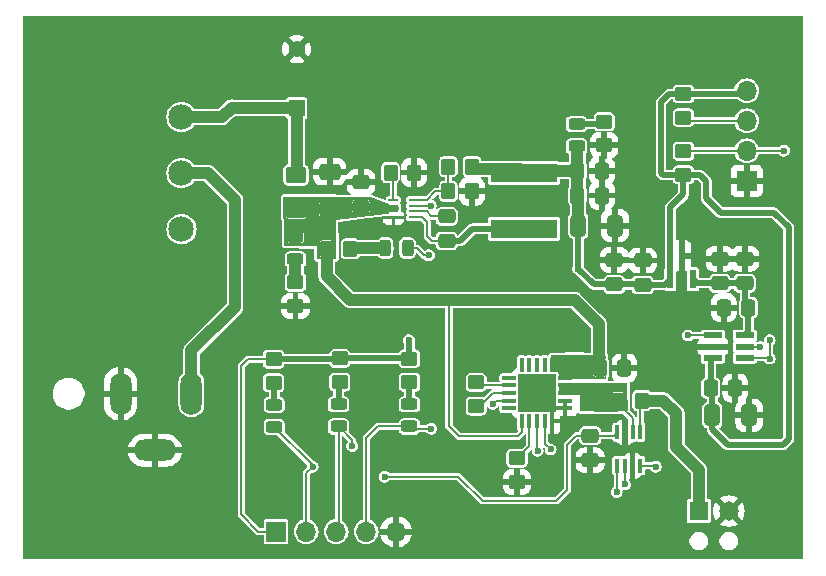
<source format=gbr>
%TF.GenerationSoftware,KiCad,Pcbnew,8.0.3-8.0.3-0~ubuntu24.04.1*%
%TF.CreationDate,2024-07-18T18:47:24-04:00*%
%TF.ProjectId,Power_Supply_Breakout,506f7765-725f-4537-9570-706c795f4272,rev?*%
%TF.SameCoordinates,Original*%
%TF.FileFunction,Copper,L1,Top*%
%TF.FilePolarity,Positive*%
%FSLAX46Y46*%
G04 Gerber Fmt 4.6, Leading zero omitted, Abs format (unit mm)*
G04 Created by KiCad (PCBNEW 8.0.3-8.0.3-0~ubuntu24.04.1) date 2024-07-18 18:47:24*
%MOMM*%
%LPD*%
G01*
G04 APERTURE LIST*
G04 Aperture macros list*
%AMRoundRect*
0 Rectangle with rounded corners*
0 $1 Rounding radius*
0 $2 $3 $4 $5 $6 $7 $8 $9 X,Y pos of 4 corners*
0 Add a 4 corners polygon primitive as box body*
4,1,4,$2,$3,$4,$5,$6,$7,$8,$9,$2,$3,0*
0 Add four circle primitives for the rounded corners*
1,1,$1+$1,$2,$3*
1,1,$1+$1,$4,$5*
1,1,$1+$1,$6,$7*
1,1,$1+$1,$8,$9*
0 Add four rect primitives between the rounded corners*
20,1,$1+$1,$2,$3,$4,$5,0*
20,1,$1+$1,$4,$5,$6,$7,0*
20,1,$1+$1,$6,$7,$8,$9,0*
20,1,$1+$1,$8,$9,$2,$3,0*%
G04 Aperture macros list end*
%TA.AperFunction,SMDPad,CuDef*%
%ADD10RoundRect,0.250000X-0.450000X0.350000X-0.450000X-0.350000X0.450000X-0.350000X0.450000X0.350000X0*%
%TD*%
%TA.AperFunction,SMDPad,CuDef*%
%ADD11RoundRect,0.250000X-0.475000X0.337500X-0.475000X-0.337500X0.475000X-0.337500X0.475000X0.337500X0*%
%TD*%
%TA.AperFunction,SMDPad,CuDef*%
%ADD12RoundRect,0.250000X0.475000X-0.337500X0.475000X0.337500X-0.475000X0.337500X-0.475000X-0.337500X0*%
%TD*%
%TA.AperFunction,SMDPad,CuDef*%
%ADD13RoundRect,0.250000X-0.350000X-0.450000X0.350000X-0.450000X0.350000X0.450000X-0.350000X0.450000X0*%
%TD*%
%TA.AperFunction,SMDPad,CuDef*%
%ADD14RoundRect,0.243750X-0.456250X0.243750X-0.456250X-0.243750X0.456250X-0.243750X0.456250X0.243750X0*%
%TD*%
%TA.AperFunction,SMDPad,CuDef*%
%ADD15RoundRect,0.250000X-0.337500X-0.475000X0.337500X-0.475000X0.337500X0.475000X-0.337500X0.475000X0*%
%TD*%
%TA.AperFunction,SMDPad,CuDef*%
%ADD16RoundRect,0.250000X0.337500X0.475000X-0.337500X0.475000X-0.337500X-0.475000X0.337500X-0.475000X0*%
%TD*%
%TA.AperFunction,SMDPad,CuDef*%
%ADD17R,5.700000X1.600000*%
%TD*%
%TA.AperFunction,ComponentPad*%
%ADD18O,1.800000X3.600000*%
%TD*%
%TA.AperFunction,ComponentPad*%
%ADD19O,3.600000X1.800000*%
%TD*%
%TA.AperFunction,SMDPad,CuDef*%
%ADD20RoundRect,0.250000X0.450000X-0.350000X0.450000X0.350000X-0.450000X0.350000X-0.450000X-0.350000X0*%
%TD*%
%TA.AperFunction,SMDPad,CuDef*%
%ADD21RoundRect,0.243750X0.456250X-0.243750X0.456250X0.243750X-0.456250X0.243750X-0.456250X-0.243750X0*%
%TD*%
%TA.AperFunction,SMDPad,CuDef*%
%ADD22RoundRect,0.243750X0.243750X0.456250X-0.243750X0.456250X-0.243750X-0.456250X0.243750X-0.456250X0*%
%TD*%
%TA.AperFunction,SMDPad,CuDef*%
%ADD23R,0.330200X1.219200*%
%TD*%
%TA.AperFunction,SMDPad,CuDef*%
%ADD24R,1.219200X0.330200*%
%TD*%
%TA.AperFunction,SMDPad,CuDef*%
%ADD25R,3.251200X3.251200*%
%TD*%
%TA.AperFunction,ComponentPad*%
%ADD26R,1.422400X1.422400*%
%TD*%
%TA.AperFunction,ComponentPad*%
%ADD27C,1.422400*%
%TD*%
%TA.AperFunction,SMDPad,CuDef*%
%ADD28R,0.431800X1.206500*%
%TD*%
%TA.AperFunction,SMDPad,CuDef*%
%ADD29R,0.609600X1.625600*%
%TD*%
%TA.AperFunction,SMDPad,CuDef*%
%ADD30R,1.625600X0.558800*%
%TD*%
%TA.AperFunction,ComponentPad*%
%ADD31C,2.159000*%
%TD*%
%TA.AperFunction,ComponentPad*%
%ADD32R,1.700000X1.700000*%
%TD*%
%TA.AperFunction,ComponentPad*%
%ADD33O,1.700000X1.700000*%
%TD*%
%TA.AperFunction,SMDPad,CuDef*%
%ADD34RoundRect,0.250001X-0.624999X0.462499X-0.624999X-0.462499X0.624999X-0.462499X0.624999X0.462499X0*%
%TD*%
%TA.AperFunction,SMDPad,CuDef*%
%ADD35RoundRect,0.250000X-0.412500X-0.650000X0.412500X-0.650000X0.412500X0.650000X-0.412500X0.650000X0*%
%TD*%
%TA.AperFunction,SMDPad,CuDef*%
%ADD36RoundRect,0.250000X0.350000X0.450000X-0.350000X0.450000X-0.350000X-0.450000X0.350000X-0.450000X0*%
%TD*%
%TA.AperFunction,ComponentPad*%
%ADD37R,1.650000X1.650000*%
%TD*%
%TA.AperFunction,ComponentPad*%
%ADD38C,1.650000*%
%TD*%
%TA.AperFunction,SMDPad,CuDef*%
%ADD39R,0.812800X0.228600*%
%TD*%
%TA.AperFunction,SMDPad,CuDef*%
%ADD40RoundRect,0.250000X0.650000X-0.412500X0.650000X0.412500X-0.650000X0.412500X-0.650000X-0.412500X0*%
%TD*%
%TA.AperFunction,ViaPad*%
%ADD41C,0.600000*%
%TD*%
%TA.AperFunction,Conductor*%
%ADD42C,1.000000*%
%TD*%
%TA.AperFunction,Conductor*%
%ADD43C,0.500000*%
%TD*%
%TA.AperFunction,Conductor*%
%ADD44C,0.200000*%
%TD*%
G04 APERTURE END LIST*
D10*
%TO.P,R10,1*%
%TO.N,Net-(U1-ILIM)*%
X97000000Y-92300000D03*
%TO.P,R10,2*%
%TO.N,GND*%
X97000000Y-94300000D03*
%TD*%
D11*
%TO.P,C4,1*%
%TO.N,Net-(U5-BST)*%
X91050000Y-71812500D03*
%TO.P,C4,2*%
%TO.N,Net-(U5-SW)*%
X91050000Y-73887500D03*
%TD*%
D12*
%TO.P,C9,1*%
%TO.N,+3V3*%
X105250000Y-77575000D03*
%TO.P,C9,2*%
%TO.N,GND*%
X105250000Y-75500000D03*
%TD*%
D13*
%TO.P,R4,1*%
%TO.N,Net-(U5-RT)*%
X86300000Y-68100000D03*
%TO.P,R4,2*%
%TO.N,GND*%
X88300000Y-68100000D03*
%TD*%
D10*
%TO.P,R7,1*%
%TO.N,Net-(D2-K)*%
X78250000Y-77400000D03*
%TO.P,R7,2*%
%TO.N,GND*%
X78250000Y-79400000D03*
%TD*%
%TO.P,R1,1*%
%TO.N,Net-(D1-K)*%
X104400000Y-63800000D03*
%TO.P,R1,2*%
%TO.N,GND*%
X104400000Y-65800000D03*
%TD*%
D14*
%TO.P,D1,1,K*%
%TO.N,Net-(D1-K)*%
X102050000Y-64000000D03*
%TO.P,D1,2,A*%
%TO.N,+3V3*%
X102050000Y-65875000D03*
%TD*%
D15*
%TO.P,C5,1*%
%TO.N,+3V3*%
X102112500Y-70050000D03*
%TO.P,C5,2*%
%TO.N,GND*%
X104187500Y-70050000D03*
%TD*%
D12*
%TO.P,C7,1*%
%TO.N,VCCQ*%
X114200000Y-77475000D03*
%TO.P,C7,2*%
%TO.N,GND*%
X114200000Y-75400000D03*
%TD*%
%TO.P,C3,1*%
%TO.N,+24V*%
X83800000Y-70987500D03*
%TO.P,C3,2*%
%TO.N,GND*%
X83800000Y-68912500D03*
%TD*%
D16*
%TO.P,C11,1*%
%TO.N,VCCQ*%
X116587500Y-79550000D03*
%TO.P,C11,2*%
%TO.N,GND*%
X114512500Y-79550000D03*
%TD*%
D17*
%TO.P,L1,1,1*%
%TO.N,Net-(U5-SW)*%
X97600000Y-72862500D03*
%TO.P,L1,2,2*%
%TO.N,+3V3*%
X97600000Y-68162500D03*
%TD*%
D18*
%TO.P,J1,1*%
%TO.N,Net-(SW1-B)*%
X69448000Y-86821550D03*
%TO.P,J1,2*%
%TO.N,GND*%
X63448000Y-86821550D03*
D19*
%TO.P,J1,3*%
X66348000Y-91621550D03*
%TD*%
D12*
%TO.P,C8,1*%
%TO.N,VCCQ*%
X116300000Y-77475000D03*
%TO.P,C8,2*%
%TO.N,GND*%
X116300000Y-75400000D03*
%TD*%
D20*
%TO.P,R6,1*%
%TO.N,+3V3*%
X111100000Y-68300000D03*
%TO.P,R6,2*%
%TO.N,/SCL*%
X111100000Y-66300000D03*
%TD*%
D21*
%TO.P,D4,1,K*%
%TO.N,TFLAG*%
X87900000Y-89600000D03*
%TO.P,D4,2,A*%
%TO.N,Net-(D4-A)*%
X87900000Y-87725000D03*
%TD*%
D10*
%TO.P,R13,1*%
%TO.N,+3V3*%
X82005000Y-83842500D03*
%TO.P,R13,2*%
%TO.N,Net-(D5-A)*%
X82005000Y-85842500D03*
%TD*%
D22*
%TO.P,D3,1,K*%
%TO.N,Net-(D3-K)*%
X87737500Y-74500000D03*
%TO.P,D3,2,A*%
%TO.N,Net-(D3-A)*%
X85862500Y-74500000D03*
%TD*%
D23*
%TO.P,U1,1,V+*%
%TO.N,+24V*%
X100000001Y-84400200D03*
%TO.P,U1,2,NC*%
%TO.N,unconnected-(U1-NC-Pad2)*%
X99350000Y-84400200D03*
%TO.P,U1,3,NC*%
%TO.N,unconnected-(U1-NC-Pad3)*%
X98700001Y-84400200D03*
%TO.P,U1,4,NC*%
%TO.N,unconnected-(U1-NC-Pad4)*%
X98050002Y-84400200D03*
%TO.P,U1,5,NC*%
%TO.N,unconnected-(U1-NC-Pad5)*%
X97400001Y-84400200D03*
D24*
%TO.P,U1,6,NC*%
%TO.N,unconnected-(U1-NC-Pad6)*%
X96325101Y-85475100D03*
%TO.P,U1,7,'-IN*%
%TO.N,Net-(U1-'-IN)*%
X96325101Y-86125101D03*
%TO.P,U1,8,GAIN_SET*%
%TO.N,Net-(U1-GAIN_SET)*%
X96325101Y-86775100D03*
%TO.P,U1,9,'+IN*%
%TO.N,Net-(U1-'+IN)*%
X96325101Y-87425099D03*
%TO.P,U1,10,NC*%
%TO.N,unconnected-(U1-NC-Pad10)*%
X96325101Y-88075100D03*
D23*
%TO.P,U1,11,EN*%
%TO.N,+24V*%
X97400001Y-89150000D03*
%TO.P,U1,12,ILIM*%
%TO.N,Net-(U1-ILIM)*%
X98050002Y-89150000D03*
%TO.P,U1,13,IFLAG*%
%TO.N,IFLAG*%
X98700001Y-89150000D03*
%TO.P,U1,14,TFLAG*%
%TO.N,TFLAG*%
X99350000Y-89150000D03*
%TO.P,U1,15,IQSET*%
%TO.N,GND*%
X100000001Y-89150000D03*
D24*
%TO.P,U1,16,GND*%
X101074901Y-88075100D03*
%TO.P,U1,17,GND*%
X101074901Y-87425099D03*
%TO.P,U1,18,VOUT*%
%TO.N,/OP_OUTPUT*%
X101074901Y-86775100D03*
%TO.P,U1,19,VOUT*%
X101074901Y-86125101D03*
%TO.P,U1,20,V+*%
%TO.N,+24V*%
X101074901Y-85475100D03*
D25*
%TO.P,U1,21,EPAD*%
%TO.N,GND*%
X98700001Y-86775100D03*
%TD*%
D10*
%TO.P,R14,1*%
%TO.N,+3V3*%
X76395000Y-83905000D03*
%TO.P,R14,2*%
%TO.N,Net-(D6-A)*%
X76395000Y-85905000D03*
%TD*%
D26*
%TO.P,C1,1*%
%TO.N,/24V_INPUT*%
X78350000Y-62650000D03*
D27*
%TO.P,C1,2*%
%TO.N,GND*%
X78350000Y-57646200D03*
%TD*%
D21*
%TO.P,D5,1,K*%
%TO.N,IFLAG*%
X81900000Y-89600000D03*
%TO.P,D5,2,A*%
%TO.N,Net-(D5-A)*%
X81900000Y-87725000D03*
%TD*%
D28*
%TO.P,U4,1,IN+*%
%TO.N,/OUTPUT*%
X107449987Y-90075100D03*
%TO.P,U4,2,IN-*%
%TO.N,/OP_OUTPUT*%
X106800001Y-90075100D03*
%TO.P,U4,3,GND*%
%TO.N,GND*%
X106150015Y-90075100D03*
%TO.P,U4,4,VS*%
%TO.N,+3V3*%
X105500029Y-90075100D03*
%TO.P,U4,5,SCL*%
%TO.N,/SCL*%
X105500029Y-92932600D03*
%TO.P,U4,6,SDA*%
%TO.N,/SDA*%
X106150015Y-92932600D03*
%TO.P,U4,7,A0*%
%TO.N,GND*%
X106800001Y-92932600D03*
%TO.P,U4,8,ALERT*%
%TO.N,ALERT*%
X107449987Y-92932600D03*
%TD*%
D10*
%TO.P,R5,1*%
%TO.N,+3V3*%
X111100000Y-61450000D03*
%TO.P,R5,2*%
%TO.N,/SDA*%
X111100000Y-63450000D03*
%TD*%
D11*
%TO.P,C13,1*%
%TO.N,+3V3*%
X103200001Y-90387600D03*
%TO.P,C13,2*%
%TO.N,GND*%
X103200001Y-92462600D03*
%TD*%
D29*
%TO.P,U2,1,VIN*%
%TO.N,+3V3*%
X109999998Y-77137500D03*
%TO.P,U2,2,VOUT*%
%TO.N,VCCQ*%
X111900000Y-77137500D03*
%TO.P,U2,3,GND*%
%TO.N,GND*%
X110949999Y-75137250D03*
%TD*%
D15*
%TO.P,C6,1*%
%TO.N,+3V3*%
X113412500Y-86350000D03*
%TO.P,C6,2*%
%TO.N,GND*%
X115487500Y-86350000D03*
%TD*%
D21*
%TO.P,D6,1,K*%
%TO.N,ALERT*%
X76450000Y-89650000D03*
%TO.P,D6,2,A*%
%TO.N,Net-(D6-A)*%
X76450000Y-87775000D03*
%TD*%
D30*
%TO.P,U3,1,VOUT*%
%TO.N,Net-(U1-'+IN)*%
X113600000Y-81900000D03*
%TO.P,U3,2,VSS*%
%TO.N,GND*%
X113600000Y-82850001D03*
%TO.P,U3,3,VDD*%
%TO.N,+3V3*%
X113600000Y-83800002D03*
%TO.P,U3,4,SDA*%
%TO.N,/SDA*%
X116292400Y-83800002D03*
%TO.P,U3,5,SCL*%
%TO.N,/SCL*%
X116292400Y-82850001D03*
%TO.P,U3,6,VREF*%
%TO.N,VCCQ*%
X116292400Y-81900000D03*
%TD*%
D15*
%TO.P,C12,1*%
%TO.N,+24V*%
X104025000Y-84650000D03*
%TO.P,C12,2*%
%TO.N,GND*%
X106100000Y-84650000D03*
%TD*%
D13*
%TO.P,R8,1*%
%TO.N,+24V*%
X80900000Y-74550000D03*
%TO.P,R8,2*%
%TO.N,Net-(D3-A)*%
X82900000Y-74550000D03*
%TD*%
D31*
%TO.P,SW1,1,A*%
%TO.N,/24V_INPUT*%
X68600000Y-63399999D03*
%TO.P,SW1,2,B*%
%TO.N,Net-(SW1-B)*%
X68600000Y-68150000D03*
%TO.P,SW1,3,C*%
%TO.N,unconnected-(SW1-C-Pad3)*%
X68600000Y-72900000D03*
%TD*%
D32*
%TO.P,J2,1,Pin_1*%
%TO.N,GND*%
X116450000Y-68800000D03*
D33*
%TO.P,J2,2,Pin_2*%
%TO.N,/SCL*%
X116450000Y-66260000D03*
%TO.P,J2,3,Pin_3*%
%TO.N,/SDA*%
X116450000Y-63720000D03*
%TO.P,J2,4,Pin_4*%
%TO.N,+3V3*%
X116450000Y-61180000D03*
%TD*%
D34*
%TO.P,F1,1*%
%TO.N,/24V_INPUT*%
X78300000Y-68312500D03*
%TO.P,F1,2*%
%TO.N,+24V*%
X78300000Y-71287500D03*
%TD*%
D35*
%TO.P,C16,1*%
%TO.N,+3V3*%
X113537500Y-88650000D03*
%TO.P,C16,2*%
%TO.N,GND*%
X116662500Y-88650000D03*
%TD*%
D36*
%TO.P,R2,1*%
%TO.N,+3V3*%
X93200000Y-67600000D03*
%TO.P,R2,2*%
%TO.N,Net-(U5-FB)*%
X91200000Y-67600000D03*
%TD*%
D32*
%TO.P,J4,1,Pin_1*%
%TO.N,+3V3*%
X76610000Y-98500000D03*
D33*
%TO.P,J4,2,Pin_2*%
%TO.N,ALERT*%
X79150000Y-98500000D03*
%TO.P,J4,3,Pin_3*%
%TO.N,IFLAG*%
X81690000Y-98500000D03*
%TO.P,J4,4,Pin_4*%
%TO.N,TFLAG*%
X84230000Y-98500000D03*
%TO.P,J4,5,Pin_5*%
%TO.N,GND*%
X86770000Y-98500000D03*
%TD*%
D10*
%TO.P,R11,1*%
%TO.N,+3V3*%
X87900000Y-83862500D03*
%TO.P,R11,2*%
%TO.N,Net-(D4-A)*%
X87900000Y-85862500D03*
%TD*%
D12*
%TO.P,C10,1*%
%TO.N,+3V3*%
X107650000Y-77625000D03*
%TO.P,C10,2*%
%TO.N,GND*%
X107650000Y-75550000D03*
%TD*%
D13*
%TO.P,R12,1*%
%TO.N,/OP_OUTPUT*%
X105575008Y-87403850D03*
%TO.P,R12,2*%
%TO.N,/OUTPUT*%
X107575008Y-87403850D03*
%TD*%
D37*
%TO.P,J3,1,Pin_1*%
%TO.N,/OUTPUT*%
X112410000Y-96760000D03*
D38*
%TO.P,J3,2,Pin_2*%
%TO.N,GND*%
X114950000Y-96760000D03*
%TD*%
D35*
%TO.P,C14,1*%
%TO.N,+3V3*%
X102187500Y-72600000D03*
%TO.P,C14,2*%
%TO.N,GND*%
X105312500Y-72600000D03*
%TD*%
D15*
%TO.P,C2,1*%
%TO.N,+3V3*%
X102112500Y-67950000D03*
%TO.P,C2,2*%
%TO.N,GND*%
X104187500Y-67950000D03*
%TD*%
D39*
%TO.P,U5,1,RT*%
%TO.N,Net-(U5-RT)*%
X86548200Y-70399622D03*
%TO.P,U5,2,EN*%
%TO.N,+24V*%
X86548200Y-70899748D03*
%TO.P,U5,3,VIN*%
X86548200Y-71399874D03*
%TO.P,U5,4,GND*%
%TO.N,GND*%
X86548200Y-71900000D03*
%TO.P,U5,5,SW*%
%TO.N,Net-(U5-SW)*%
X88250000Y-71900000D03*
%TO.P,U5,6,BST*%
%TO.N,Net-(U5-BST)*%
X88250000Y-71399874D03*
%TO.P,U5,7,PG*%
%TO.N,Net-(D3-K)*%
X88250000Y-70899748D03*
%TO.P,U5,8,FB*%
%TO.N,Net-(U5-FB)*%
X88250000Y-70399622D03*
%TD*%
D36*
%TO.P,R3,1*%
%TO.N,GND*%
X93200000Y-69700000D03*
%TO.P,R3,2*%
%TO.N,Net-(U5-FB)*%
X91200000Y-69700000D03*
%TD*%
D21*
%TO.P,D2,1,K*%
%TO.N,Net-(D2-K)*%
X78250000Y-75450000D03*
%TO.P,D2,2,A*%
%TO.N,+24V*%
X78250000Y-73575000D03*
%TD*%
D10*
%TO.P,R9,1*%
%TO.N,Net-(U1-'-IN)*%
X93550001Y-85875100D03*
%TO.P,R9,2*%
%TO.N,Net-(U1-GAIN_SET)*%
X93550001Y-87875100D03*
%TD*%
D40*
%TO.P,C15,1*%
%TO.N,+24V*%
X81150000Y-71162500D03*
%TO.P,C15,2*%
%TO.N,GND*%
X81150000Y-68037500D03*
%TD*%
D41*
%TO.N,GND*%
X99950000Y-94650000D03*
X98300001Y-85575100D03*
X106050000Y-66000000D03*
X105850000Y-70300000D03*
X101050000Y-80500000D03*
X106850000Y-72650000D03*
X79850000Y-79600000D03*
X105750000Y-69250000D03*
X99850001Y-85575100D03*
X93950000Y-71400000D03*
X97500001Y-87975100D03*
X85000000Y-67300000D03*
X105700000Y-67000000D03*
X88700000Y-66350000D03*
X99100001Y-87175100D03*
X99900001Y-87175100D03*
X97500001Y-85625100D03*
X97550001Y-86375100D03*
X86750000Y-73200000D03*
X102350000Y-94300000D03*
X88500000Y-73200000D03*
X118100000Y-86500000D03*
X107600000Y-84700000D03*
X106750000Y-73750000D03*
X99100001Y-86375100D03*
X92850000Y-80500000D03*
X95800000Y-80350000D03*
X106700000Y-71350000D03*
X98350001Y-87975100D03*
X92800000Y-71350000D03*
X99100001Y-87975100D03*
X98300001Y-87175100D03*
X85200000Y-72900000D03*
X105800000Y-68000000D03*
X99100001Y-85575100D03*
X107650000Y-83150000D03*
X99900001Y-86375100D03*
X76750000Y-79250000D03*
X78350000Y-80800000D03*
X94900000Y-94350000D03*
X80050000Y-66400000D03*
X116950000Y-85150000D03*
X98300001Y-86375100D03*
X97500001Y-87175100D03*
X83450000Y-67300000D03*
X92800000Y-89500000D03*
X103800000Y-94400000D03*
X82400000Y-66250000D03*
X99900001Y-87975100D03*
X118150000Y-88750000D03*
%TO.N,+3V3*%
X85800000Y-93850000D03*
X87850000Y-82300000D03*
X102187500Y-76237500D03*
%TO.N,Net-(D3-K)*%
X89550000Y-75100000D03*
X89705215Y-70916414D03*
%TO.N,TFLAG*%
X99850000Y-91550000D03*
X89750000Y-89800000D03*
%TO.N,IFLAG*%
X98750000Y-91650000D03*
X83050000Y-91250000D03*
%TO.N,/SDA*%
X118400000Y-82300000D03*
X118400000Y-83850000D03*
X106150000Y-94500000D03*
%TO.N,/SCL*%
X119600000Y-66250000D03*
X105450000Y-95150000D03*
X117600000Y-82900000D03*
%TO.N,Net-(U1-'+IN)*%
X94950001Y-87675100D03*
X111500000Y-81900000D03*
%TO.N,ALERT*%
X108750000Y-93000000D03*
X79700000Y-93000000D03*
%TD*%
D42*
%TO.N,/24V_INPUT*%
X72850000Y-62600000D02*
X72900000Y-62650000D01*
X78350000Y-62650000D02*
X78350000Y-68262500D01*
X72050001Y-63399999D02*
X72850000Y-62600000D01*
X72900000Y-62650000D02*
X78350000Y-62650000D01*
X68600000Y-63399999D02*
X72050001Y-63399999D01*
X78350000Y-68262500D02*
X78300000Y-68312500D01*
D43*
%TO.N,+3V3*%
X120000000Y-90650000D02*
X120000000Y-72750000D01*
D44*
X94100000Y-95900000D02*
X92050000Y-93850000D01*
X101250000Y-95000000D02*
X100350000Y-95900000D01*
X102012400Y-90387600D02*
X101250000Y-91150000D01*
D42*
X97237500Y-67800000D02*
X93400000Y-67800000D01*
D43*
X87900000Y-83862500D02*
X87900000Y-82350000D01*
X107600000Y-77575000D02*
X107650000Y-77625000D01*
D44*
X92050000Y-93850000D02*
X85800000Y-93850000D01*
D43*
X111100000Y-69950000D02*
X109999998Y-71050002D01*
X109512498Y-77625000D02*
X109999998Y-77137500D01*
D44*
X105187529Y-90387600D02*
X105500029Y-90075100D01*
D43*
X113537500Y-89837500D02*
X114850000Y-91150000D01*
D44*
X101250000Y-91150000D02*
X101250000Y-95000000D01*
X74245000Y-83905000D02*
X76395000Y-83905000D01*
X103200001Y-90387600D02*
X102012400Y-90387600D01*
X73650000Y-97050000D02*
X73650000Y-84500000D01*
D43*
X114250000Y-71500000D02*
X113050000Y-70300000D01*
X82005000Y-83842500D02*
X87880000Y-83842500D01*
D44*
X94550000Y-95900000D02*
X94100000Y-95900000D01*
D43*
X87880000Y-83842500D02*
X87900000Y-83862500D01*
X76395000Y-83905000D02*
X81942500Y-83905000D01*
X113412500Y-83987502D02*
X113600000Y-83800002D01*
D44*
X73650000Y-84500000D02*
X74245000Y-83905000D01*
D43*
X105250000Y-77575000D02*
X103525000Y-77575000D01*
X107650000Y-77625000D02*
X109512498Y-77625000D01*
D44*
X103200001Y-90387600D02*
X105187529Y-90387600D01*
D42*
X97812500Y-67950000D02*
X97600000Y-68162500D01*
D43*
X113050000Y-68850000D02*
X112500000Y-68300000D01*
D42*
X102112500Y-67950000D02*
X102112500Y-65937500D01*
D43*
X111100000Y-61450000D02*
X116180000Y-61450000D01*
X120000000Y-72750000D02*
X118750000Y-71500000D01*
X111100000Y-68300000D02*
X111100000Y-69950000D01*
D42*
X102187500Y-72600000D02*
X102187500Y-70125000D01*
D44*
X75100000Y-98500000D02*
X73650000Y-97050000D01*
D43*
X87900000Y-82350000D02*
X87850000Y-82300000D01*
X113050000Y-70300000D02*
X113050000Y-68850000D01*
X105250000Y-77575000D02*
X107600000Y-77575000D01*
D42*
X102187500Y-70125000D02*
X102112500Y-70050000D01*
D44*
X100350000Y-95900000D02*
X94550000Y-95900000D01*
D43*
X119500000Y-91150000D02*
X120000000Y-90650000D01*
X116180000Y-61450000D02*
X116450000Y-61180000D01*
X118750000Y-71500000D02*
X114250000Y-71500000D01*
X113537500Y-88650000D02*
X113537500Y-86475000D01*
D42*
X102112500Y-70050000D02*
X102112500Y-67950000D01*
D44*
X76610000Y-98500000D02*
X75100000Y-98500000D01*
D43*
X109200000Y-62150000D02*
X109200000Y-68150000D01*
D42*
X102112500Y-65937500D02*
X102050000Y-65875000D01*
D43*
X109999998Y-71050002D02*
X109999998Y-77137500D01*
X109200000Y-68150000D02*
X109350000Y-68300000D01*
X112500000Y-68300000D02*
X111100000Y-68300000D01*
X109350000Y-68300000D02*
X111100000Y-68300000D01*
X114850000Y-91150000D02*
X119500000Y-91150000D01*
X113537500Y-88650000D02*
X113537500Y-89837500D01*
X102187500Y-76237500D02*
X102187500Y-72600000D01*
X109900000Y-61450000D02*
X109200000Y-62150000D01*
X113412500Y-86350000D02*
X113412500Y-83987502D01*
D42*
X102112500Y-67950000D02*
X97812500Y-67950000D01*
X97600000Y-68162500D02*
X97237500Y-67800000D01*
D43*
X103525000Y-77575000D02*
X102187500Y-76237500D01*
X113537500Y-86475000D02*
X113412500Y-86350000D01*
X111100000Y-61450000D02*
X109900000Y-61450000D01*
D42*
X93400000Y-67800000D02*
X93200000Y-67600000D01*
D43*
X81942500Y-83905000D02*
X82005000Y-83842500D01*
D44*
%TO.N,+24V*%
X92100000Y-90450000D02*
X91250000Y-89600000D01*
D42*
X103962501Y-84825100D02*
X103962501Y-80962501D01*
D44*
X91250000Y-89600000D02*
X91250000Y-78900000D01*
D42*
X82900000Y-78900000D02*
X80900000Y-76900000D01*
X91250000Y-78900000D02*
X82900000Y-78900000D01*
X103962501Y-80962501D02*
X101900000Y-78900000D01*
X80900000Y-76900000D02*
X80900000Y-74550000D01*
D44*
X97050000Y-90450000D02*
X92100000Y-90450000D01*
X97400001Y-90099999D02*
X97050000Y-90450000D01*
D42*
X101900000Y-78900000D02*
X91250000Y-78900000D01*
D44*
X97400001Y-89150000D02*
X97400001Y-90099999D01*
%TO.N,Net-(U5-BST)*%
X88250000Y-71399874D02*
X89349874Y-71399874D01*
X89349874Y-71399874D02*
X89762500Y-71812500D01*
X89762500Y-71812500D02*
X91050000Y-71812500D01*
%TO.N,Net-(U5-SW)*%
X89400000Y-73500000D02*
X89787500Y-73887500D01*
X89000000Y-71900000D02*
X89400000Y-72300000D01*
X89400000Y-72300000D02*
X89400000Y-73500000D01*
X88250000Y-71900000D02*
X89000000Y-71900000D01*
D43*
X93237500Y-72862500D02*
X97600000Y-72862500D01*
X91050000Y-73887500D02*
X92212500Y-73887500D01*
X92212500Y-73887500D02*
X93237500Y-72862500D01*
D44*
X89787500Y-73887500D02*
X91050000Y-73887500D01*
D43*
%TO.N,Net-(D1-K)*%
X104200000Y-64000000D02*
X104400000Y-63800000D01*
X102050000Y-64000000D02*
X104200000Y-64000000D01*
D42*
%TO.N,Net-(D2-K)*%
X78250000Y-77400000D02*
X78250000Y-75450000D01*
D44*
%TO.N,Net-(D3-K)*%
X88266666Y-70916414D02*
X88250000Y-70899748D01*
X89705215Y-70916414D02*
X88266666Y-70916414D01*
X88500000Y-74500000D02*
X89100000Y-75100000D01*
X87737500Y-74500000D02*
X88500000Y-74500000D01*
X89100000Y-75100000D02*
X89550000Y-75100000D01*
D42*
%TO.N,Net-(D3-A)*%
X82950000Y-74500000D02*
X82900000Y-74550000D01*
X85862500Y-74500000D02*
X82950000Y-74500000D01*
%TO.N,Net-(SW1-B)*%
X73150000Y-79450000D02*
X73150000Y-70450000D01*
X69448000Y-83152000D02*
X73150000Y-79450000D01*
X69448000Y-86821550D02*
X69448000Y-83152000D01*
X73150000Y-70450000D02*
X70850000Y-68150000D01*
X70850000Y-68150000D02*
X68600000Y-68150000D01*
D44*
%TO.N,Net-(U5-FB)*%
X91200000Y-69700000D02*
X91200000Y-67600000D01*
X89400378Y-70399622D02*
X90100000Y-69700000D01*
X88250000Y-70399622D02*
X89400378Y-70399622D01*
X90100000Y-69700000D02*
X91200000Y-69700000D01*
%TO.N,Net-(U5-RT)*%
X86548200Y-70399622D02*
X86548200Y-68348200D01*
X86548200Y-68348200D02*
X86300000Y-68100000D01*
D43*
%TO.N,VCCQ*%
X116587500Y-81604900D02*
X116292400Y-81900000D01*
X114175000Y-77450000D02*
X114200000Y-77475000D01*
X116587500Y-79550000D02*
X116587500Y-81604900D01*
X111900000Y-77137500D02*
X112212500Y-77450000D01*
X112212500Y-77450000D02*
X114175000Y-77450000D01*
X114200000Y-77475000D02*
X116300000Y-77475000D01*
X116300000Y-79262500D02*
X116587500Y-79550000D01*
X116300000Y-77475000D02*
X116300000Y-79262500D01*
%TO.N,Net-(D4-A)*%
X87900000Y-87725000D02*
X87900000Y-85862500D01*
D44*
%TO.N,TFLAG*%
X88100000Y-89800000D02*
X87900000Y-89600000D01*
X87900000Y-89600000D02*
X85250000Y-89600000D01*
X99850000Y-91550000D02*
X99350000Y-91050000D01*
X99350000Y-91050000D02*
X99350000Y-89150000D01*
X84230000Y-90620000D02*
X84230000Y-98500000D01*
X89750000Y-89800000D02*
X88100000Y-89800000D01*
X85250000Y-89600000D02*
X84230000Y-90620000D01*
D43*
%TO.N,Net-(D5-A)*%
X81900000Y-87725000D02*
X81900000Y-85947500D01*
X81900000Y-85947500D02*
X82005000Y-85842500D01*
D44*
%TO.N,IFLAG*%
X83050000Y-90750000D02*
X81900000Y-89600000D01*
X81900000Y-89600000D02*
X81900000Y-98290000D01*
X81900000Y-98290000D02*
X81690000Y-98500000D01*
X83050000Y-91250000D02*
X83050000Y-90750000D01*
X98700001Y-91600001D02*
X98750000Y-91650000D01*
X98700001Y-89150000D02*
X98700001Y-91600001D01*
%TO.N,/SDA*%
X111370000Y-63720000D02*
X111100000Y-63450000D01*
X106150000Y-94500000D02*
X106150000Y-92932615D01*
X116450000Y-63720000D02*
X111370000Y-63720000D01*
X106150000Y-92932615D02*
X106150015Y-92932600D01*
X118400000Y-83850000D02*
X118400000Y-82300000D01*
X118350002Y-83800002D02*
X118400000Y-83850000D01*
X116292400Y-83800002D02*
X118350002Y-83800002D01*
%TO.N,/SCL*%
X117600000Y-82900000D02*
X116342399Y-82900000D01*
X119590000Y-66260000D02*
X116450000Y-66260000D01*
X116450000Y-66260000D02*
X111140000Y-66260000D01*
X105500029Y-95099971D02*
X105500029Y-92932600D01*
X116342399Y-82900000D02*
X116292400Y-82850001D01*
X105450000Y-95150000D02*
X105500029Y-95099971D01*
X119600000Y-66250000D02*
X119590000Y-66260000D01*
X111140000Y-66260000D02*
X111100000Y-66300000D01*
%TO.N,Net-(U1-GAIN_SET)*%
X95000001Y-86775100D02*
X96325101Y-86775100D01*
X93550001Y-87875100D02*
X93900001Y-87875100D01*
X93900001Y-87875100D02*
X95000001Y-86775100D01*
%TO.N,Net-(U1-'-IN)*%
X93800002Y-86125101D02*
X96325101Y-86125101D01*
X93550001Y-85875100D02*
X93800002Y-86125101D01*
%TO.N,Net-(U1-ILIM)*%
X97000000Y-92300000D02*
X98050000Y-91250000D01*
X98050000Y-91250000D02*
X98050000Y-89150002D01*
X98050000Y-89150002D02*
X98050002Y-89150000D01*
%TO.N,/OP_OUTPUT*%
X106800001Y-88925100D02*
X106800001Y-90075100D01*
X105575008Y-87700107D02*
X106800001Y-88925100D01*
X105575008Y-87403850D02*
X105575008Y-87700107D01*
D42*
%TO.N,/OUTPUT*%
X110500000Y-88500000D02*
X109403850Y-87403850D01*
X110500000Y-91350000D02*
X110500000Y-88500000D01*
X112410000Y-96760000D02*
X112410000Y-93260000D01*
D44*
X107575008Y-87403850D02*
X107449987Y-87528871D01*
D42*
X109403850Y-87403850D02*
X107575008Y-87403850D01*
D44*
X107449987Y-87528871D02*
X107449987Y-90075100D01*
D42*
X112410000Y-93260000D02*
X110500000Y-91350000D01*
D44*
%TO.N,Net-(U1-'+IN)*%
X96325101Y-87425099D02*
X95200002Y-87425099D01*
X95200002Y-87425099D02*
X94950001Y-87675100D01*
X111500000Y-81900000D02*
X113600000Y-81900000D01*
%TO.N,ALERT*%
X79150000Y-93550000D02*
X79150000Y-98500000D01*
X79700000Y-93000000D02*
X79150000Y-93550000D01*
X108682600Y-92932600D02*
X108750000Y-93000000D01*
X76450000Y-89650000D02*
X79700000Y-92900000D01*
X79700000Y-92900000D02*
X79700000Y-93000000D01*
X107449987Y-92932600D02*
X108682600Y-92932600D01*
D43*
%TO.N,Net-(D6-A)*%
X76450000Y-85960000D02*
X76395000Y-85905000D01*
X76450000Y-87775000D02*
X76450000Y-85960000D01*
%TD*%
%TA.AperFunction,Conductor*%
%TO.N,/OP_OUTPUT*%
G36*
X106336660Y-85939452D02*
G01*
X106351000Y-85973077D01*
X106358628Y-86339201D01*
X106398990Y-88276617D01*
X106385363Y-88311557D01*
X106351531Y-88326614D01*
X104801253Y-88375060D01*
X104798743Y-88375074D01*
X102348021Y-88326060D01*
X102313667Y-88311018D01*
X102300001Y-88277070D01*
X102300001Y-86975100D01*
X101733501Y-86975100D01*
X101698853Y-86960748D01*
X101685793Y-86929220D01*
X104975008Y-86929220D01*
X104975008Y-87878479D01*
X104989511Y-87951392D01*
X105044767Y-88034090D01*
X105127465Y-88089346D01*
X105200378Y-88103849D01*
X105200384Y-88103850D01*
X105949632Y-88103850D01*
X105949637Y-88103849D01*
X106022550Y-88089346D01*
X106105248Y-88034090D01*
X106160504Y-87951392D01*
X106175007Y-87878479D01*
X106175008Y-87878474D01*
X106175008Y-86929226D01*
X106175007Y-86929220D01*
X106160504Y-86856307D01*
X106105248Y-86773609D01*
X106022550Y-86718353D01*
X105949637Y-86703850D01*
X105200378Y-86703850D01*
X105127465Y-86718353D01*
X105044767Y-86773609D01*
X104989511Y-86856307D01*
X104975008Y-86929220D01*
X101685793Y-86929220D01*
X101684501Y-86926100D01*
X101684501Y-86610000D01*
X100575101Y-86610000D01*
X100540453Y-86595648D01*
X100526101Y-86561000D01*
X100526101Y-86339201D01*
X100540453Y-86304553D01*
X100575101Y-86290201D01*
X101684501Y-86290201D01*
X101684501Y-85974100D01*
X101698853Y-85939452D01*
X101733501Y-85925100D01*
X106302012Y-85925100D01*
X106336660Y-85939452D01*
G37*
%TD.AperFunction*%
%TD*%
%TA.AperFunction,Conductor*%
%TO.N,+24V*%
G36*
X81636140Y-70164352D02*
G01*
X81637152Y-70166761D01*
X81650300Y-70179865D01*
X81650301Y-70179867D01*
X81653535Y-70500000D01*
X80475370Y-70500000D01*
X80402457Y-70514503D01*
X80319759Y-70569759D01*
X80264503Y-70652457D01*
X80250000Y-70725370D01*
X80250000Y-71599629D01*
X80264503Y-71672542D01*
X80319759Y-71755240D01*
X80402457Y-71810496D01*
X80475370Y-71824999D01*
X80475376Y-71825000D01*
X81666919Y-71825000D01*
X81669700Y-72100356D01*
X81669700Y-72100357D01*
X81699998Y-75099802D01*
X81700000Y-75100297D01*
X81700000Y-75401000D01*
X81685648Y-75435648D01*
X81651000Y-75450000D01*
X80099000Y-75450000D01*
X80064352Y-75435648D01*
X80050000Y-75401000D01*
X80050000Y-74350000D01*
X80049999Y-74349999D01*
X77346963Y-74300853D01*
X77312582Y-74285874D01*
X77298868Y-74253041D01*
X77294587Y-74075370D01*
X80300000Y-74075370D01*
X80300000Y-75024629D01*
X80314503Y-75097542D01*
X80369759Y-75180240D01*
X80452457Y-75235496D01*
X80525370Y-75249999D01*
X80525376Y-75250000D01*
X81274624Y-75250000D01*
X81274629Y-75249999D01*
X81347542Y-75235496D01*
X81430240Y-75180240D01*
X81485496Y-75097542D01*
X81499999Y-75024629D01*
X81500000Y-75024624D01*
X81500000Y-74075376D01*
X81499999Y-74075370D01*
X81485496Y-74002457D01*
X81430240Y-73919759D01*
X81347542Y-73864503D01*
X81274629Y-73850000D01*
X80525370Y-73850000D01*
X80452457Y-73864503D01*
X80369759Y-73919759D01*
X80314503Y-74002457D01*
X80300000Y-74075370D01*
X77294587Y-74075370D01*
X77290837Y-73919759D01*
X77276078Y-73307239D01*
X77550000Y-73307239D01*
X77550000Y-73842750D01*
X77564143Y-73913856D01*
X77564144Y-73913858D01*
X77618015Y-73994484D01*
X77698644Y-74048357D01*
X77769742Y-74062499D01*
X78730250Y-74062499D01*
X78801356Y-74048356D01*
X78801358Y-74048355D01*
X78881984Y-73994484D01*
X78935857Y-73913855D01*
X78935857Y-73913854D01*
X78949999Y-73842760D01*
X78949999Y-73307249D01*
X78935856Y-73236143D01*
X78935855Y-73236141D01*
X78881984Y-73155515D01*
X78801355Y-73101642D01*
X78730257Y-73087500D01*
X77769749Y-73087500D01*
X77698643Y-73101643D01*
X77698641Y-73101644D01*
X77618015Y-73155515D01*
X77564142Y-73236144D01*
X77564142Y-73236145D01*
X77550000Y-73307239D01*
X77276078Y-73307239D01*
X77215672Y-70800380D01*
X77425000Y-70800380D01*
X77425000Y-71774619D01*
X77439505Y-71847545D01*
X77494759Y-71930240D01*
X77577454Y-71985494D01*
X77650380Y-71999999D01*
X78949619Y-71999999D01*
X79022545Y-71985494D01*
X79105240Y-71930240D01*
X79160494Y-71847545D01*
X79174999Y-71774619D01*
X79174999Y-70800380D01*
X79160494Y-70727454D01*
X79105240Y-70644759D01*
X79022545Y-70589505D01*
X78949619Y-70575000D01*
X77650380Y-70575000D01*
X77577454Y-70589505D01*
X77494759Y-70644759D01*
X77439505Y-70727454D01*
X77425000Y-70800380D01*
X77215672Y-70800380D01*
X77201209Y-70200179D01*
X77214722Y-70165196D01*
X77249015Y-70150014D01*
X77250195Y-70150000D01*
X81601492Y-70150000D01*
X81636140Y-70164352D01*
G37*
%TD.AperFunction*%
%TD*%
%TA.AperFunction,Conductor*%
%TO.N,+24V*%
G36*
X84641072Y-70199940D02*
G01*
X84658333Y-70203205D01*
X85950000Y-70700000D01*
X86047089Y-70700000D01*
X86058741Y-70702318D01*
X86058835Y-70701847D01*
X86063568Y-70702788D01*
X86063569Y-70702789D01*
X86107855Y-70711598D01*
X86139037Y-70732433D01*
X86146354Y-70769215D01*
X86141800Y-70777735D01*
X86141800Y-71014048D01*
X86951000Y-71014048D01*
X86985648Y-71028400D01*
X87000000Y-71063048D01*
X87000000Y-71236574D01*
X86985648Y-71271222D01*
X86951000Y-71285574D01*
X86141800Y-71285574D01*
X86141800Y-71526699D01*
X86147295Y-71539965D01*
X86132943Y-71574613D01*
X86107855Y-71588023D01*
X86058837Y-71597774D01*
X86058781Y-71597492D01*
X86046177Y-71600000D01*
X85900000Y-71600000D01*
X81669700Y-72100357D01*
X81669700Y-72100358D01*
X81250000Y-72150000D01*
X77250000Y-72150000D01*
X77216259Y-70800380D01*
X77425000Y-70800380D01*
X77425000Y-71774619D01*
X77439505Y-71847545D01*
X77494759Y-71930240D01*
X77577454Y-71985494D01*
X77650380Y-71999999D01*
X78949619Y-71999999D01*
X79022545Y-71985494D01*
X79105240Y-71930240D01*
X79160494Y-71847545D01*
X79174999Y-71774619D01*
X79174999Y-70800380D01*
X79160494Y-70727454D01*
X79159102Y-70725370D01*
X80250000Y-70725370D01*
X80250000Y-71599629D01*
X80264503Y-71672542D01*
X80319759Y-71755240D01*
X80402457Y-71810496D01*
X80475370Y-71824999D01*
X80475376Y-71825000D01*
X81824624Y-71825000D01*
X81824629Y-71824999D01*
X81897542Y-71810496D01*
X81980240Y-71755240D01*
X82035496Y-71672542D01*
X82049999Y-71599629D01*
X82050000Y-71599624D01*
X82050000Y-70725376D01*
X82049999Y-70725370D01*
X82035496Y-70652457D01*
X82017397Y-70625370D01*
X83075000Y-70625370D01*
X83075000Y-71349629D01*
X83089503Y-71422542D01*
X83144759Y-71505240D01*
X83227457Y-71560496D01*
X83300370Y-71574999D01*
X83300376Y-71575000D01*
X84299624Y-71575000D01*
X84299629Y-71574999D01*
X84372542Y-71560496D01*
X84455240Y-71505240D01*
X84510496Y-71422542D01*
X84524999Y-71349629D01*
X84525000Y-71349624D01*
X84525000Y-70625376D01*
X84524999Y-70625370D01*
X84510496Y-70552457D01*
X84455240Y-70469759D01*
X84372542Y-70414503D01*
X84299629Y-70400000D01*
X83300370Y-70400000D01*
X83227457Y-70414503D01*
X83144759Y-70469759D01*
X83089503Y-70552457D01*
X83075000Y-70625370D01*
X82017397Y-70625370D01*
X81980240Y-70569759D01*
X81897542Y-70514503D01*
X81824629Y-70500000D01*
X80475370Y-70500000D01*
X80402457Y-70514503D01*
X80319759Y-70569759D01*
X80264503Y-70652457D01*
X80250000Y-70725370D01*
X79159102Y-70725370D01*
X79105240Y-70644759D01*
X79022545Y-70589505D01*
X78949619Y-70575000D01*
X77650380Y-70575000D01*
X77577454Y-70589505D01*
X77494759Y-70644759D01*
X77439505Y-70727454D01*
X77425000Y-70800380D01*
X77216259Y-70800380D01*
X77201251Y-70200069D01*
X77214722Y-70165196D01*
X77248314Y-70150324D01*
X84641072Y-70199940D01*
G37*
%TD.AperFunction*%
%TD*%
%TA.AperFunction,Conductor*%
%TO.N,+24V*%
G36*
X104453274Y-83574061D02*
G01*
X104487593Y-83589179D01*
X104501169Y-83621825D01*
X104507824Y-83888081D01*
X104494342Y-83923077D01*
X104460063Y-83938290D01*
X104449280Y-83937363D01*
X104387129Y-83925000D01*
X103662870Y-83925000D01*
X103589957Y-83939503D01*
X103507259Y-83994759D01*
X103452003Y-84077457D01*
X103437500Y-84150370D01*
X103437500Y-85149629D01*
X103452003Y-85222542D01*
X103507259Y-85305240D01*
X103589957Y-85360496D01*
X103662870Y-85374999D01*
X103662876Y-85375000D01*
X104387124Y-85375000D01*
X104387129Y-85374999D01*
X104460043Y-85360496D01*
X104469260Y-85354337D01*
X104506042Y-85347019D01*
X104537225Y-85367854D01*
X104545469Y-85393853D01*
X104548760Y-85525484D01*
X104535278Y-85560480D01*
X104501000Y-85575694D01*
X104500373Y-85575705D01*
X101734099Y-85609440D01*
X101699278Y-85595512D01*
X101684505Y-85561042D01*
X101684501Y-85560444D01*
X101684501Y-85310000D01*
X100575101Y-85310000D01*
X100540453Y-85295648D01*
X100526101Y-85261000D01*
X100526101Y-85129755D01*
X100526101Y-85129752D01*
X100514468Y-85071269D01*
X100487902Y-85031512D01*
X100470153Y-85004947D01*
X100430396Y-84978382D01*
X100403832Y-84960633D01*
X100345349Y-84949000D01*
X100345346Y-84949000D01*
X100214101Y-84949000D01*
X100179453Y-84934648D01*
X100165101Y-84900000D01*
X100165101Y-83790600D01*
X99899001Y-83790600D01*
X99864353Y-83776248D01*
X99850001Y-83741600D01*
X99850001Y-83623089D01*
X99864353Y-83588441D01*
X99897978Y-83574100D01*
X102248944Y-83525122D01*
X102251035Y-83525122D01*
X104453274Y-83574061D01*
G37*
%TD.AperFunction*%
%TD*%
%TA.AperFunction,Conductor*%
%TO.N,GND*%
G36*
X101624195Y-79614852D02*
G01*
X103247649Y-81238306D01*
X103262001Y-81272954D01*
X103262001Y-83291935D01*
X103247649Y-83326583D01*
X103213001Y-83340935D01*
X103211912Y-83340923D01*
X102255596Y-83319672D01*
X102251237Y-83319624D01*
X102251035Y-83319622D01*
X102248944Y-83319622D01*
X102248910Y-83319622D01*
X102244659Y-83319666D01*
X99893710Y-83368643D01*
X99893694Y-83368645D01*
X99817359Y-83385073D01*
X99783739Y-83399411D01*
X99783732Y-83399415D01*
X99727420Y-83435209D01*
X99727418Y-83435211D01*
X99674497Y-83509795D01*
X99660145Y-83544442D01*
X99660141Y-83544456D01*
X99656178Y-83564381D01*
X99635343Y-83595563D01*
X99598560Y-83602879D01*
X99597544Y-83602571D01*
X99593331Y-83601733D01*
X99534848Y-83590100D01*
X99165152Y-83590100D01*
X99137688Y-83595563D01*
X99106667Y-83601733D01*
X99052222Y-83638112D01*
X99015440Y-83645428D01*
X98997777Y-83638112D01*
X98965709Y-83616685D01*
X98943332Y-83601733D01*
X98884849Y-83590100D01*
X98515153Y-83590100D01*
X98487689Y-83595563D01*
X98456668Y-83601733D01*
X98402223Y-83638112D01*
X98365441Y-83645428D01*
X98347778Y-83638112D01*
X98315710Y-83616685D01*
X98293333Y-83601733D01*
X98234850Y-83590100D01*
X97865154Y-83590100D01*
X97821291Y-83598824D01*
X97806670Y-83601733D01*
X97752224Y-83638113D01*
X97715441Y-83645429D01*
X97697778Y-83638113D01*
X97682999Y-83628238D01*
X97643332Y-83601733D01*
X97584849Y-83590100D01*
X97215153Y-83590100D01*
X97156670Y-83601733D01*
X97090348Y-83646047D01*
X97049851Y-83706656D01*
X97046034Y-83712369D01*
X97034401Y-83770852D01*
X97034401Y-83770855D01*
X97034401Y-84604643D01*
X97020049Y-84639291D01*
X96990640Y-84653362D01*
X96967028Y-84655901D01*
X96967027Y-84655901D01*
X96832309Y-84706148D01*
X96717212Y-84792311D01*
X96631049Y-84907408D01*
X96580802Y-85042126D01*
X96580801Y-85042128D01*
X96578264Y-85065737D01*
X96560291Y-85098653D01*
X96529545Y-85109500D01*
X95695753Y-85109500D01*
X95637270Y-85121133D01*
X95570948Y-85165447D01*
X95540979Y-85210300D01*
X95526634Y-85231769D01*
X95515001Y-85290252D01*
X95515001Y-85659948D01*
X95517120Y-85670600D01*
X95526634Y-85718431D01*
X95546644Y-85748378D01*
X95553960Y-85785161D01*
X95533125Y-85816343D01*
X95505902Y-85824601D01*
X94499501Y-85824601D01*
X94464853Y-85810249D01*
X94450501Y-85775601D01*
X94450501Y-85470843D01*
X94450500Y-85470824D01*
X94447647Y-85440401D01*
X94447647Y-85440400D01*
X94402796Y-85312223D01*
X94402792Y-85312214D01*
X94322151Y-85202949D01*
X94212886Y-85122308D01*
X94212877Y-85122304D01*
X94084699Y-85077453D01*
X94054276Y-85074600D01*
X94054267Y-85074600D01*
X93045735Y-85074600D01*
X93045725Y-85074600D01*
X93015302Y-85077453D01*
X93015301Y-85077453D01*
X92887124Y-85122304D01*
X92887115Y-85122308D01*
X92777850Y-85202949D01*
X92697209Y-85312214D01*
X92697205Y-85312223D01*
X92652354Y-85440400D01*
X92652354Y-85440401D01*
X92649501Y-85470824D01*
X92649501Y-86279375D01*
X92652354Y-86309798D01*
X92652354Y-86309799D01*
X92697205Y-86437976D01*
X92697209Y-86437985D01*
X92777850Y-86547250D01*
X92887115Y-86627891D01*
X92887118Y-86627892D01*
X92887119Y-86627893D01*
X92887121Y-86627893D01*
X92887124Y-86627895D01*
X92987449Y-86663000D01*
X93015302Y-86672746D01*
X93045735Y-86675600D01*
X93045745Y-86675600D01*
X94054257Y-86675600D01*
X94054267Y-86675600D01*
X94084700Y-86672746D01*
X94212883Y-86627893D01*
X94229956Y-86615293D01*
X94322151Y-86547250D01*
X94397243Y-86445504D01*
X94429365Y-86426148D01*
X94436668Y-86425601D01*
X94821481Y-86425601D01*
X94856129Y-86439953D01*
X94870481Y-86474601D01*
X94856129Y-86509249D01*
X94845980Y-86517037D01*
X94815493Y-86534637D01*
X94815487Y-86534642D01*
X94245720Y-87104408D01*
X94211072Y-87118760D01*
X94194888Y-87116010D01*
X94084697Y-87077453D01*
X94084699Y-87077453D01*
X94054276Y-87074600D01*
X94054267Y-87074600D01*
X93045735Y-87074600D01*
X93045725Y-87074600D01*
X93015302Y-87077453D01*
X93015301Y-87077453D01*
X92887124Y-87122304D01*
X92887115Y-87122308D01*
X92777850Y-87202949D01*
X92697209Y-87312214D01*
X92697205Y-87312223D01*
X92652354Y-87440400D01*
X92652354Y-87440401D01*
X92649501Y-87470824D01*
X92649501Y-88279375D01*
X92652354Y-88309798D01*
X92652354Y-88309799D01*
X92697205Y-88437976D01*
X92697209Y-88437985D01*
X92777850Y-88547250D01*
X92887115Y-88627891D01*
X92887118Y-88627892D01*
X92887119Y-88627893D01*
X92887121Y-88627893D01*
X92887124Y-88627895D01*
X92903400Y-88633590D01*
X93015302Y-88672746D01*
X93045735Y-88675600D01*
X93045745Y-88675600D01*
X94054257Y-88675600D01*
X94054267Y-88675600D01*
X94084700Y-88672746D01*
X94212883Y-88627893D01*
X94277003Y-88580571D01*
X94322151Y-88547250D01*
X94402792Y-88437985D01*
X94402792Y-88437984D01*
X94402794Y-88437982D01*
X94447647Y-88309799D01*
X94450501Y-88279366D01*
X94450501Y-87994305D01*
X94464853Y-87959657D01*
X94499501Y-87945305D01*
X94534149Y-87959657D01*
X94536533Y-87962217D01*
X94612063Y-88049384D01*
X94618873Y-88057243D01*
X94739948Y-88135053D01*
X94816786Y-88157614D01*
X94878035Y-88175599D01*
X94878038Y-88175599D01*
X94878040Y-88175600D01*
X94878041Y-88175600D01*
X95021961Y-88175600D01*
X95021962Y-88175600D01*
X95021964Y-88175599D01*
X95021966Y-88175599D01*
X95050720Y-88167156D01*
X95160054Y-88135053D01*
X95281129Y-88057243D01*
X95375378Y-87948473D01*
X95427573Y-87834182D01*
X95455020Y-87808628D01*
X95492499Y-87809967D01*
X95518055Y-87837415D01*
X95520203Y-87864097D01*
X95516370Y-87883366D01*
X95515001Y-87890252D01*
X95515001Y-88259948D01*
X95526634Y-88318431D01*
X95538661Y-88336430D01*
X95570948Y-88384752D01*
X95587555Y-88395848D01*
X95637270Y-88429067D01*
X95695753Y-88440700D01*
X95695756Y-88440700D01*
X96529545Y-88440700D01*
X96564193Y-88455052D01*
X96578264Y-88484463D01*
X96580801Y-88508071D01*
X96580802Y-88508073D01*
X96631049Y-88642791D01*
X96717212Y-88757888D01*
X96832309Y-88844051D01*
X96967027Y-88894298D01*
X96967029Y-88894299D01*
X96990638Y-88896837D01*
X97023554Y-88914810D01*
X97034401Y-88945556D01*
X97034401Y-89779348D01*
X97046034Y-89837831D01*
X97085443Y-89896810D01*
X97091243Y-89905490D01*
X97099501Y-89932713D01*
X97099501Y-89955232D01*
X97085149Y-89989880D01*
X96939881Y-90135148D01*
X96905233Y-90149500D01*
X92244767Y-90149500D01*
X92210119Y-90135148D01*
X91564852Y-89489881D01*
X91550500Y-89455233D01*
X91550500Y-79649500D01*
X91564852Y-79614852D01*
X91599500Y-79600500D01*
X101589547Y-79600500D01*
X101624195Y-79614852D01*
G37*
%TD.AperFunction*%
%TA.AperFunction,Conductor*%
G36*
X121235148Y-54864852D02*
G01*
X121249500Y-54899500D01*
X121249500Y-100800500D01*
X121235148Y-100835148D01*
X121200500Y-100849500D01*
X55199500Y-100849500D01*
X55164852Y-100835148D01*
X55150500Y-100800500D01*
X55150500Y-91371549D01*
X64070144Y-91371549D01*
X64070145Y-91371550D01*
X64932314Y-91371550D01*
X64927920Y-91375944D01*
X64875259Y-91467156D01*
X64848000Y-91568889D01*
X64848000Y-91674211D01*
X64875259Y-91775944D01*
X64927920Y-91867156D01*
X64932314Y-91871550D01*
X64070145Y-91871550D01*
X64082472Y-91949381D01*
X64082473Y-91949384D01*
X64150568Y-92158961D01*
X64250613Y-92355309D01*
X64380141Y-92533590D01*
X64380145Y-92533595D01*
X64535955Y-92689405D01*
X64535959Y-92689408D01*
X64714240Y-92818936D01*
X64910588Y-92918981D01*
X65120165Y-92987076D01*
X65120168Y-92987077D01*
X65337819Y-93021550D01*
X66098000Y-93021550D01*
X66098000Y-92021550D01*
X66598000Y-92021550D01*
X66598000Y-93021550D01*
X67358181Y-93021550D01*
X67575831Y-92987077D01*
X67575834Y-92987076D01*
X67785411Y-92918981D01*
X67981759Y-92818936D01*
X68160040Y-92689408D01*
X68160045Y-92689405D01*
X68315855Y-92533595D01*
X68315858Y-92533590D01*
X68445386Y-92355309D01*
X68545431Y-92158961D01*
X68613526Y-91949384D01*
X68613527Y-91949381D01*
X68625855Y-91871550D01*
X67763686Y-91871550D01*
X67768080Y-91867156D01*
X67820741Y-91775944D01*
X67848000Y-91674211D01*
X67848000Y-91568889D01*
X67820741Y-91467156D01*
X67768080Y-91375944D01*
X67763686Y-91371550D01*
X68625855Y-91371550D01*
X68625855Y-91371549D01*
X68613527Y-91293718D01*
X68613526Y-91293715D01*
X68545431Y-91084138D01*
X68445386Y-90887790D01*
X68315858Y-90709509D01*
X68315855Y-90709505D01*
X68160045Y-90553695D01*
X68160040Y-90553691D01*
X67981759Y-90424163D01*
X67785411Y-90324118D01*
X67575834Y-90256023D01*
X67575831Y-90256022D01*
X67358181Y-90221550D01*
X66598000Y-90221550D01*
X66598000Y-91221550D01*
X66098000Y-91221550D01*
X66098000Y-90221550D01*
X65337819Y-90221550D01*
X65120168Y-90256022D01*
X65120165Y-90256023D01*
X64910588Y-90324118D01*
X64714240Y-90424163D01*
X64535959Y-90553691D01*
X64380141Y-90709509D01*
X64250613Y-90887790D01*
X64150568Y-91084138D01*
X64082473Y-91293715D01*
X64082472Y-91293718D01*
X64070144Y-91371549D01*
X55150500Y-91371549D01*
X55150500Y-86715263D01*
X57697500Y-86715263D01*
X57697500Y-86927836D01*
X57730753Y-87137790D01*
X57730754Y-87137793D01*
X57796443Y-87339963D01*
X57892947Y-87529363D01*
X57892952Y-87529371D01*
X57951494Y-87609947D01*
X58003027Y-87680877D01*
X58017897Y-87701343D01*
X58017901Y-87701348D01*
X58168202Y-87851649D01*
X58168206Y-87851652D01*
X58168208Y-87851654D01*
X58245922Y-87908116D01*
X58340178Y-87976597D01*
X58340186Y-87976602D01*
X58527933Y-88072264D01*
X58529588Y-88073107D01*
X58731757Y-88138796D01*
X58941713Y-88172050D01*
X58941714Y-88172050D01*
X59154286Y-88172050D01*
X59154287Y-88172050D01*
X59364243Y-88138796D01*
X59566412Y-88073107D01*
X59755816Y-87976601D01*
X59927792Y-87851654D01*
X59927795Y-87851650D01*
X59927798Y-87851649D01*
X60078099Y-87701348D01*
X60078100Y-87701345D01*
X60078104Y-87701342D01*
X60203051Y-87529366D01*
X60299557Y-87339962D01*
X60365246Y-87137793D01*
X60398500Y-86927837D01*
X60398500Y-86715263D01*
X60365246Y-86505307D01*
X60299557Y-86303138D01*
X60203051Y-86113734D01*
X60078104Y-85941758D01*
X60078102Y-85941756D01*
X60078099Y-85941752D01*
X59947715Y-85811368D01*
X62048000Y-85811368D01*
X62048000Y-86571550D01*
X63048000Y-86571550D01*
X63048000Y-87071550D01*
X62048000Y-87071550D01*
X62048000Y-87831731D01*
X62082472Y-88049381D01*
X62082473Y-88049384D01*
X62150568Y-88258961D01*
X62250613Y-88455309D01*
X62380141Y-88633590D01*
X62380145Y-88633595D01*
X62535955Y-88789405D01*
X62535959Y-88789408D01*
X62714240Y-88918936D01*
X62910588Y-89018981D01*
X63120165Y-89087077D01*
X63197999Y-89099403D01*
X63198000Y-89099403D01*
X63198000Y-88237236D01*
X63202394Y-88241630D01*
X63293606Y-88294291D01*
X63395339Y-88321550D01*
X63500661Y-88321550D01*
X63602394Y-88294291D01*
X63693606Y-88241630D01*
X63698000Y-88237236D01*
X63698000Y-89099403D01*
X63775834Y-89087077D01*
X63985411Y-89018981D01*
X64181759Y-88918936D01*
X64360040Y-88789408D01*
X64360045Y-88789405D01*
X64515855Y-88633595D01*
X64515858Y-88633590D01*
X64645386Y-88455309D01*
X64745431Y-88258961D01*
X64813526Y-88049384D01*
X64813527Y-88049381D01*
X64848000Y-87831731D01*
X64848000Y-87071550D01*
X63848000Y-87071550D01*
X63848000Y-86571550D01*
X64848000Y-86571550D01*
X64848000Y-85811368D01*
X64813527Y-85593718D01*
X64813526Y-85593715D01*
X64745431Y-85384138D01*
X64645386Y-85187790D01*
X64515858Y-85009509D01*
X64515855Y-85009505D01*
X64360045Y-84853695D01*
X64360040Y-84853691D01*
X64181759Y-84724163D01*
X63985411Y-84624118D01*
X63775834Y-84556023D01*
X63775831Y-84556022D01*
X63698000Y-84543694D01*
X63698000Y-85405864D01*
X63693606Y-85401470D01*
X63602394Y-85348809D01*
X63500661Y-85321550D01*
X63395339Y-85321550D01*
X63293606Y-85348809D01*
X63202394Y-85401470D01*
X63198000Y-85405864D01*
X63198000Y-84543694D01*
X63197999Y-84543694D01*
X63120168Y-84556022D01*
X63120165Y-84556023D01*
X62910588Y-84624118D01*
X62714240Y-84724163D01*
X62535959Y-84853691D01*
X62380141Y-85009509D01*
X62250613Y-85187790D01*
X62150568Y-85384138D01*
X62082473Y-85593715D01*
X62082472Y-85593718D01*
X62048000Y-85811368D01*
X59947715Y-85811368D01*
X59927798Y-85791451D01*
X59927793Y-85791447D01*
X59926214Y-85790300D01*
X59850435Y-85735243D01*
X59755821Y-85666502D01*
X59755813Y-85666497D01*
X59566413Y-85569993D01*
X59364243Y-85504304D01*
X59364240Y-85504303D01*
X59185186Y-85475944D01*
X59154287Y-85471050D01*
X58941713Y-85471050D01*
X58910814Y-85475944D01*
X58731759Y-85504303D01*
X58731756Y-85504304D01*
X58529586Y-85569993D01*
X58340186Y-85666497D01*
X58340178Y-85666502D01*
X58168206Y-85791447D01*
X58017897Y-85941756D01*
X57892952Y-86113728D01*
X57892947Y-86113736D01*
X57796443Y-86303136D01*
X57730754Y-86505306D01*
X57730753Y-86505309D01*
X57697500Y-86715263D01*
X55150500Y-86715263D01*
X55150500Y-72900000D01*
X67315111Y-72900000D01*
X67334631Y-73123121D01*
X67334632Y-73123127D01*
X67392596Y-73339450D01*
X67392598Y-73339455D01*
X67392599Y-73339458D01*
X67409419Y-73375529D01*
X67487251Y-73542443D01*
X67487258Y-73542455D01*
X67615713Y-73725905D01*
X67615719Y-73725912D01*
X67774087Y-73884280D01*
X67774094Y-73884286D01*
X67957544Y-74012741D01*
X67957556Y-74012748D01*
X68028275Y-74045724D01*
X68160542Y-74107401D01*
X68160548Y-74107402D01*
X68160549Y-74107403D01*
X68376872Y-74165367D01*
X68376876Y-74165367D01*
X68376881Y-74165369D01*
X68600000Y-74184889D01*
X68823119Y-74165369D01*
X68823125Y-74165367D01*
X68823127Y-74165367D01*
X68962735Y-74127959D01*
X69039458Y-74107401D01*
X69242445Y-74012747D01*
X69242446Y-74012746D01*
X69242455Y-74012741D01*
X69395222Y-73905770D01*
X69425911Y-73884282D01*
X69584282Y-73725911D01*
X69635479Y-73652795D01*
X69712741Y-73542455D01*
X69712748Y-73542443D01*
X69717098Y-73533114D01*
X69807401Y-73339458D01*
X69858915Y-73147207D01*
X69865367Y-73123127D01*
X69865368Y-73123121D01*
X69865369Y-73123119D01*
X69884889Y-72900000D01*
X69865369Y-72676881D01*
X69844902Y-72600499D01*
X69807403Y-72460549D01*
X69807402Y-72460548D01*
X69807401Y-72460542D01*
X69745013Y-72326750D01*
X69712748Y-72257557D01*
X69712741Y-72257545D01*
X69584286Y-72074094D01*
X69584280Y-72074087D01*
X69425912Y-71915719D01*
X69425905Y-71915713D01*
X69242455Y-71787258D01*
X69242443Y-71787251D01*
X69061851Y-71703041D01*
X69039458Y-71692599D01*
X69039455Y-71692598D01*
X69039450Y-71692596D01*
X68823127Y-71634632D01*
X68823121Y-71634631D01*
X68600000Y-71615111D01*
X68376878Y-71634631D01*
X68376872Y-71634632D01*
X68160549Y-71692596D01*
X68160544Y-71692598D01*
X67957557Y-71787251D01*
X67957545Y-71787258D01*
X67774094Y-71915713D01*
X67774087Y-71915719D01*
X67615719Y-72074087D01*
X67615713Y-72074094D01*
X67487258Y-72257545D01*
X67487251Y-72257557D01*
X67392598Y-72460544D01*
X67392596Y-72460549D01*
X67334632Y-72676872D01*
X67334631Y-72676878D01*
X67315111Y-72900000D01*
X55150500Y-72900000D01*
X55150500Y-68150000D01*
X67315111Y-68150000D01*
X67334631Y-68373121D01*
X67334632Y-68373127D01*
X67392596Y-68589450D01*
X67392598Y-68589455D01*
X67392599Y-68589458D01*
X67400782Y-68607007D01*
X67487251Y-68792443D01*
X67487258Y-68792455D01*
X67615713Y-68975905D01*
X67615719Y-68975912D01*
X67774087Y-69134280D01*
X67774094Y-69134286D01*
X67957544Y-69262741D01*
X67957556Y-69262748D01*
X68031437Y-69297199D01*
X68160542Y-69357401D01*
X68160548Y-69357402D01*
X68160549Y-69357403D01*
X68376872Y-69415367D01*
X68376876Y-69415367D01*
X68376881Y-69415369D01*
X68600000Y-69434889D01*
X68823119Y-69415369D01*
X68823125Y-69415367D01*
X68823127Y-69415367D01*
X69021854Y-69362118D01*
X69039458Y-69357401D01*
X69242445Y-69262747D01*
X69242446Y-69262746D01*
X69242455Y-69262741D01*
X69401513Y-69151366D01*
X69425911Y-69134282D01*
X69584282Y-68975911D01*
X69657466Y-68871393D01*
X69689094Y-68851244D01*
X69697603Y-68850500D01*
X70539547Y-68850500D01*
X70574195Y-68864852D01*
X72435148Y-70725805D01*
X72449500Y-70760453D01*
X72449500Y-79139547D01*
X72435148Y-79174195D01*
X68903885Y-82705457D01*
X68827223Y-82820192D01*
X68774420Y-82947670D01*
X68774420Y-82947671D01*
X68774420Y-82947672D01*
X68751679Y-83062000D01*
X68751111Y-83064854D01*
X68747500Y-83083006D01*
X68747500Y-85045516D01*
X68733148Y-85080164D01*
X68731766Y-85081441D01*
X68608591Y-85204615D01*
X68506764Y-85344767D01*
X68428127Y-85499103D01*
X68374598Y-85663848D01*
X68374597Y-85663851D01*
X68347500Y-85834939D01*
X68347500Y-87808160D01*
X68374597Y-87979248D01*
X68374598Y-87979251D01*
X68428127Y-88143996D01*
X68506764Y-88298332D01*
X68506767Y-88298336D01*
X68506768Y-88298338D01*
X68608586Y-88438478D01*
X68608588Y-88438480D01*
X68608591Y-88438484D01*
X68731065Y-88560958D01*
X68731068Y-88560960D01*
X68731072Y-88560964D01*
X68871212Y-88662782D01*
X68871214Y-88662783D01*
X68871217Y-88662785D01*
X69010590Y-88733798D01*
X69025555Y-88741423D01*
X69190299Y-88794952D01*
X69361389Y-88822050D01*
X69361390Y-88822050D01*
X69534610Y-88822050D01*
X69534611Y-88822050D01*
X69705701Y-88794952D01*
X69870445Y-88741423D01*
X70024788Y-88662782D01*
X70164928Y-88560964D01*
X70287414Y-88438478D01*
X70389232Y-88298338D01*
X70467873Y-88143995D01*
X70521402Y-87979251D01*
X70548500Y-87808161D01*
X70548500Y-85834939D01*
X70521402Y-85663849D01*
X70467873Y-85499105D01*
X70456072Y-85475944D01*
X70389235Y-85344767D01*
X70389233Y-85344764D01*
X70389232Y-85344762D01*
X70287414Y-85204622D01*
X70287410Y-85204618D01*
X70287408Y-85204615D01*
X70163567Y-85080775D01*
X70164286Y-85080055D01*
X70148650Y-85049347D01*
X70148500Y-85045516D01*
X70148500Y-84460436D01*
X73349500Y-84460436D01*
X73349500Y-97089563D01*
X73369979Y-97165989D01*
X73369979Y-97165991D01*
X73393392Y-97206542D01*
X73409540Y-97234511D01*
X74915489Y-98740460D01*
X74984012Y-98780022D01*
X75044286Y-98796172D01*
X75060434Y-98800499D01*
X75060435Y-98800500D01*
X75060438Y-98800500D01*
X75510500Y-98800500D01*
X75545148Y-98814852D01*
X75559500Y-98849500D01*
X75559500Y-99369748D01*
X75571133Y-99428231D01*
X75588882Y-99454795D01*
X75615447Y-99494552D01*
X75642012Y-99512301D01*
X75681769Y-99538867D01*
X75740252Y-99550500D01*
X75740255Y-99550500D01*
X77479745Y-99550500D01*
X77479748Y-99550500D01*
X77538231Y-99538867D01*
X77604552Y-99494552D01*
X77648867Y-99428231D01*
X77660500Y-99369748D01*
X77660500Y-97630252D01*
X77648867Y-97571769D01*
X77617462Y-97524769D01*
X77604552Y-97505447D01*
X77564795Y-97478882D01*
X77538231Y-97461133D01*
X77479748Y-97449500D01*
X75740252Y-97449500D01*
X75681769Y-97461133D01*
X75615447Y-97505447D01*
X75574606Y-97566571D01*
X75571133Y-97571769D01*
X75559500Y-97630252D01*
X75559500Y-97630255D01*
X75559500Y-98150500D01*
X75545148Y-98185148D01*
X75510500Y-98199500D01*
X75244767Y-98199500D01*
X75210119Y-98185148D01*
X73964852Y-96939881D01*
X73950500Y-96905233D01*
X73950500Y-89352745D01*
X75549500Y-89352745D01*
X75549500Y-89947254D01*
X75549501Y-89947276D01*
X75551200Y-89965401D01*
X75552314Y-89977274D01*
X75585941Y-90073374D01*
X75596546Y-90103681D01*
X75676069Y-90211430D01*
X75749786Y-90265836D01*
X75783821Y-90290955D01*
X75910226Y-90335186D01*
X75940236Y-90338000D01*
X76692733Y-90338000D01*
X76727381Y-90352352D01*
X79199720Y-92824691D01*
X79214072Y-92859339D01*
X79213573Y-92866312D01*
X79194353Y-92999997D01*
X79194353Y-93000001D01*
X79201003Y-93046256D01*
X79191728Y-93082594D01*
X79187150Y-93087877D01*
X78965489Y-93309540D01*
X78909541Y-93365488D01*
X78909540Y-93365488D01*
X78869979Y-93434008D01*
X78869979Y-93434010D01*
X78849500Y-93510436D01*
X78849500Y-97457044D01*
X78835148Y-97491692D01*
X78814724Y-97503934D01*
X78746048Y-97524767D01*
X78746041Y-97524770D01*
X78563548Y-97622316D01*
X78403590Y-97753590D01*
X78272316Y-97913548D01*
X78174769Y-98096043D01*
X78114700Y-98294064D01*
X78114700Y-98294065D01*
X78114700Y-98294066D01*
X78094417Y-98500000D01*
X78114700Y-98705934D01*
X78174768Y-98903954D01*
X78272315Y-99086450D01*
X78403590Y-99246410D01*
X78563550Y-99377685D01*
X78746046Y-99475232D01*
X78944066Y-99535300D01*
X79150000Y-99555583D01*
X79355934Y-99535300D01*
X79553954Y-99475232D01*
X79736450Y-99377685D01*
X79896410Y-99246410D01*
X80027685Y-99086450D01*
X80125232Y-98903954D01*
X80185300Y-98705934D01*
X80205583Y-98500000D01*
X80634417Y-98500000D01*
X80654700Y-98705934D01*
X80714768Y-98903954D01*
X80812315Y-99086450D01*
X80943590Y-99246410D01*
X81103550Y-99377685D01*
X81286046Y-99475232D01*
X81484066Y-99535300D01*
X81690000Y-99555583D01*
X81895934Y-99535300D01*
X82093954Y-99475232D01*
X82276450Y-99377685D01*
X82436410Y-99246410D01*
X82567685Y-99086450D01*
X82665232Y-98903954D01*
X82725300Y-98705934D01*
X82745583Y-98500000D01*
X83174417Y-98500000D01*
X83194700Y-98705934D01*
X83254768Y-98903954D01*
X83352315Y-99086450D01*
X83483590Y-99246410D01*
X83643550Y-99377685D01*
X83826046Y-99475232D01*
X84024066Y-99535300D01*
X84230000Y-99555583D01*
X84435934Y-99535300D01*
X84633954Y-99475232D01*
X84816450Y-99377685D01*
X84976410Y-99246410D01*
X85107685Y-99086450D01*
X85205232Y-98903954D01*
X85265300Y-98705934D01*
X85285583Y-98500000D01*
X85265300Y-98294066D01*
X85251933Y-98249999D01*
X85439363Y-98249999D01*
X85439364Y-98250000D01*
X86336988Y-98250000D01*
X86304075Y-98307007D01*
X86270000Y-98434174D01*
X86270000Y-98565826D01*
X86304075Y-98692993D01*
X86336988Y-98750000D01*
X85439363Y-98750000D01*
X85496566Y-98963483D01*
X85496568Y-98963488D01*
X85596398Y-99177577D01*
X85596405Y-99177589D01*
X85731885Y-99371072D01*
X85731891Y-99371079D01*
X85898920Y-99538108D01*
X85898927Y-99538114D01*
X86092410Y-99673594D01*
X86092422Y-99673601D01*
X86306511Y-99773431D01*
X86306516Y-99773433D01*
X86520000Y-99830634D01*
X86520000Y-98933012D01*
X86577007Y-98965925D01*
X86704174Y-99000000D01*
X86835826Y-99000000D01*
X86962993Y-98965925D01*
X87020000Y-98933012D01*
X87020000Y-99830634D01*
X87233483Y-99773433D01*
X87233488Y-99773431D01*
X87447577Y-99673601D01*
X87447589Y-99673594D01*
X87641072Y-99538114D01*
X87641079Y-99538108D01*
X87808108Y-99371079D01*
X87808114Y-99371072D01*
X87913090Y-99221152D01*
X111609500Y-99221152D01*
X111609500Y-99378847D01*
X111640260Y-99533487D01*
X111640263Y-99533498D01*
X111700604Y-99679175D01*
X111700606Y-99679179D01*
X111788211Y-99810289D01*
X111899711Y-99921789D01*
X112030821Y-100009394D01*
X112176503Y-100069737D01*
X112176509Y-100069738D01*
X112176512Y-100069739D01*
X112331152Y-100100499D01*
X112331158Y-100100500D01*
X112488842Y-100100500D01*
X112643497Y-100069737D01*
X112789179Y-100009394D01*
X112920289Y-99921789D01*
X113031789Y-99810289D01*
X113119394Y-99679179D01*
X113179737Y-99533497D01*
X113210500Y-99378842D01*
X113210500Y-99221158D01*
X113210499Y-99221152D01*
X114149500Y-99221152D01*
X114149500Y-99378847D01*
X114180260Y-99533487D01*
X114180263Y-99533498D01*
X114240604Y-99679175D01*
X114240606Y-99679179D01*
X114328211Y-99810289D01*
X114439711Y-99921789D01*
X114570821Y-100009394D01*
X114716503Y-100069737D01*
X114716509Y-100069738D01*
X114716512Y-100069739D01*
X114871152Y-100100499D01*
X114871158Y-100100500D01*
X115028842Y-100100500D01*
X115183497Y-100069737D01*
X115329179Y-100009394D01*
X115460289Y-99921789D01*
X115571789Y-99810289D01*
X115659394Y-99679179D01*
X115719737Y-99533497D01*
X115750500Y-99378842D01*
X115750500Y-99221158D01*
X115719737Y-99066503D01*
X115659394Y-98920821D01*
X115571789Y-98789711D01*
X115460289Y-98678211D01*
X115329179Y-98590606D01*
X115329176Y-98590604D01*
X115329175Y-98590604D01*
X115183498Y-98530263D01*
X115183487Y-98530260D01*
X115028847Y-98499500D01*
X115028842Y-98499500D01*
X114871158Y-98499500D01*
X114871152Y-98499500D01*
X114716512Y-98530260D01*
X114716501Y-98530263D01*
X114570824Y-98590604D01*
X114439711Y-98678210D01*
X114328210Y-98789711D01*
X114240604Y-98920824D01*
X114180263Y-99066501D01*
X114180260Y-99066512D01*
X114149500Y-99221152D01*
X113210499Y-99221152D01*
X113179737Y-99066503D01*
X113119394Y-98920821D01*
X113031789Y-98789711D01*
X112920289Y-98678211D01*
X112789179Y-98590606D01*
X112789176Y-98590604D01*
X112789175Y-98590604D01*
X112643498Y-98530263D01*
X112643487Y-98530260D01*
X112488847Y-98499500D01*
X112488842Y-98499500D01*
X112331158Y-98499500D01*
X112331152Y-98499500D01*
X112176512Y-98530260D01*
X112176501Y-98530263D01*
X112030824Y-98590604D01*
X111899711Y-98678210D01*
X111788210Y-98789711D01*
X111700604Y-98920824D01*
X111640263Y-99066501D01*
X111640260Y-99066512D01*
X111609500Y-99221152D01*
X87913090Y-99221152D01*
X87943594Y-99177589D01*
X87943601Y-99177577D01*
X88043431Y-98963488D01*
X88043433Y-98963483D01*
X88100636Y-98750000D01*
X87203012Y-98750000D01*
X87235925Y-98692993D01*
X87270000Y-98565826D01*
X87270000Y-98434174D01*
X87235925Y-98307007D01*
X87203012Y-98250000D01*
X88100636Y-98250000D01*
X88100636Y-98249999D01*
X88043433Y-98036516D01*
X88043432Y-98036511D01*
X87943601Y-97822423D01*
X87943594Y-97822411D01*
X87808114Y-97628927D01*
X87808108Y-97628920D01*
X87641079Y-97461891D01*
X87641072Y-97461885D01*
X87447589Y-97326405D01*
X87447577Y-97326398D01*
X87233488Y-97226568D01*
X87233483Y-97226566D01*
X87020000Y-97169363D01*
X87020000Y-98066988D01*
X86962993Y-98034075D01*
X86835826Y-98000000D01*
X86704174Y-98000000D01*
X86577007Y-98034075D01*
X86520000Y-98066988D01*
X86520000Y-97169363D01*
X86519999Y-97169363D01*
X86306516Y-97226566D01*
X86306511Y-97226567D01*
X86092423Y-97326398D01*
X86092411Y-97326405D01*
X85898927Y-97461885D01*
X85898920Y-97461891D01*
X85731891Y-97628920D01*
X85731885Y-97628927D01*
X85596405Y-97822411D01*
X85596398Y-97822423D01*
X85496567Y-98036511D01*
X85496566Y-98036516D01*
X85439363Y-98249999D01*
X85251933Y-98249999D01*
X85205232Y-98096046D01*
X85107685Y-97913550D01*
X84976410Y-97753590D01*
X84816450Y-97622315D01*
X84633954Y-97524768D01*
X84633951Y-97524767D01*
X84565276Y-97503934D01*
X84536286Y-97480142D01*
X84530500Y-97457044D01*
X84530500Y-93849997D01*
X85294353Y-93849997D01*
X85294353Y-93850002D01*
X85314833Y-93992454D01*
X85331728Y-94029448D01*
X85374623Y-94123373D01*
X85374624Y-94123374D01*
X85374625Y-94123376D01*
X85464089Y-94226623D01*
X85468872Y-94232143D01*
X85589947Y-94309953D01*
X85666785Y-94332514D01*
X85728034Y-94350499D01*
X85728037Y-94350499D01*
X85728039Y-94350500D01*
X85728040Y-94350500D01*
X85871960Y-94350500D01*
X85871961Y-94350500D01*
X85871963Y-94350499D01*
X85871965Y-94350499D01*
X85894795Y-94343795D01*
X86010053Y-94309953D01*
X86131128Y-94232143D01*
X86187218Y-94167412D01*
X86220754Y-94150625D01*
X86224250Y-94150500D01*
X91905233Y-94150500D01*
X91939881Y-94164852D01*
X93859540Y-96084511D01*
X93915489Y-96140460D01*
X93984011Y-96180021D01*
X94019478Y-96189524D01*
X94060436Y-96200500D01*
X94060438Y-96200500D01*
X100389564Y-96200500D01*
X100416230Y-96193354D01*
X100465989Y-96180021D01*
X100534511Y-96140460D01*
X100590460Y-96084511D01*
X101490460Y-95184511D01*
X101510387Y-95149997D01*
X104944353Y-95149997D01*
X104944353Y-95150002D01*
X104964833Y-95292454D01*
X104983970Y-95334357D01*
X105024623Y-95423373D01*
X105024624Y-95423374D01*
X105024625Y-95423376D01*
X105099813Y-95510148D01*
X105118872Y-95532143D01*
X105239947Y-95609953D01*
X105316785Y-95632514D01*
X105378034Y-95650499D01*
X105378037Y-95650499D01*
X105378039Y-95650500D01*
X105378040Y-95650500D01*
X105521960Y-95650500D01*
X105521961Y-95650500D01*
X105521963Y-95650499D01*
X105521965Y-95650499D01*
X105544795Y-95643795D01*
X105660053Y-95609953D01*
X105781128Y-95532143D01*
X105875377Y-95423373D01*
X105935165Y-95292457D01*
X105935165Y-95292455D01*
X105935166Y-95292454D01*
X105955647Y-95150002D01*
X105955647Y-95149998D01*
X105950757Y-95115989D01*
X105938660Y-95031856D01*
X105947934Y-94995521D01*
X105980187Y-94976384D01*
X106000966Y-94977870D01*
X106078034Y-95000499D01*
X106078037Y-95000499D01*
X106078039Y-95000500D01*
X106078040Y-95000500D01*
X106221960Y-95000500D01*
X106221961Y-95000500D01*
X106221963Y-95000499D01*
X106221965Y-95000499D01*
X106244795Y-94993795D01*
X106360053Y-94959953D01*
X106481128Y-94882143D01*
X106575377Y-94773373D01*
X106635165Y-94642457D01*
X106635165Y-94642455D01*
X106635166Y-94642454D01*
X106655647Y-94500002D01*
X106655647Y-94499997D01*
X106635166Y-94357545D01*
X106613431Y-94309953D01*
X106575377Y-94226627D01*
X106524067Y-94167412D01*
X106478833Y-94115208D01*
X106480462Y-94113795D01*
X106466752Y-94086420D01*
X106478587Y-94050833D01*
X106512119Y-94034039D01*
X106520864Y-94034194D01*
X106536267Y-94035850D01*
X106584101Y-94035850D01*
X107015901Y-94035850D01*
X107063735Y-94035850D01*
X107123273Y-94029448D01*
X107123274Y-94029448D01*
X107257992Y-93979201D01*
X107373089Y-93893038D01*
X107459253Y-93777940D01*
X107462876Y-93768227D01*
X107488431Y-93740778D01*
X107508787Y-93736350D01*
X107685632Y-93736350D01*
X107685635Y-93736350D01*
X107744118Y-93724717D01*
X107810439Y-93680402D01*
X107854754Y-93614081D01*
X107866387Y-93555598D01*
X107866387Y-93282100D01*
X107880739Y-93247452D01*
X107915387Y-93233100D01*
X108274741Y-93233100D01*
X108309389Y-93247452D01*
X108319312Y-93261743D01*
X108322372Y-93268443D01*
X108324622Y-93273371D01*
X108324623Y-93273373D01*
X108397676Y-93357682D01*
X108418872Y-93382143D01*
X108539947Y-93459953D01*
X108616785Y-93482514D01*
X108678034Y-93500499D01*
X108678037Y-93500499D01*
X108678039Y-93500500D01*
X108678040Y-93500500D01*
X108821960Y-93500500D01*
X108821961Y-93500500D01*
X108821963Y-93500499D01*
X108821965Y-93500499D01*
X108844795Y-93493795D01*
X108960053Y-93459953D01*
X109081128Y-93382143D01*
X109175377Y-93273373D01*
X109235165Y-93142457D01*
X109235165Y-93142455D01*
X109235166Y-93142454D01*
X109255647Y-93000002D01*
X109255647Y-92999997D01*
X109235166Y-92857545D01*
X109220162Y-92824691D01*
X109175377Y-92726627D01*
X109156001Y-92704266D01*
X109081128Y-92617857D01*
X109080958Y-92617748D01*
X108960053Y-92540047D01*
X108960050Y-92540046D01*
X108821965Y-92499500D01*
X108821961Y-92499500D01*
X108678039Y-92499500D01*
X108678034Y-92499500D01*
X108539946Y-92540047D01*
X108418876Y-92617853D01*
X108416247Y-92620132D01*
X108384159Y-92632100D01*
X107915387Y-92632100D01*
X107880739Y-92617748D01*
X107866387Y-92583100D01*
X107866387Y-92309605D01*
X107866387Y-92309602D01*
X107854754Y-92251119D01*
X107828188Y-92211362D01*
X107810439Y-92184797D01*
X107759109Y-92150500D01*
X107744118Y-92140483D01*
X107685635Y-92128850D01*
X107508787Y-92128850D01*
X107474139Y-92114498D01*
X107462876Y-92096973D01*
X107459253Y-92087259D01*
X107373089Y-91972161D01*
X107257992Y-91885998D01*
X107123274Y-91835751D01*
X107063735Y-91829350D01*
X107015901Y-91829350D01*
X107015901Y-94035850D01*
X106584101Y-94035850D01*
X106584101Y-91829350D01*
X106536267Y-91829350D01*
X106476728Y-91835751D01*
X106476727Y-91835751D01*
X106342009Y-91885998D01*
X106226912Y-91972161D01*
X106140748Y-92087259D01*
X106137126Y-92096973D01*
X106111571Y-92124422D01*
X106091215Y-92128850D01*
X105914367Y-92128850D01*
X105870504Y-92137574D01*
X105855883Y-92140483D01*
X105852242Y-92142916D01*
X105815459Y-92150230D01*
X105797802Y-92142916D01*
X105794160Y-92140483D01*
X105735677Y-92128850D01*
X105264381Y-92128850D01*
X105205898Y-92140483D01*
X105139576Y-92184797D01*
X105095262Y-92251119D01*
X105083629Y-92309602D01*
X105083629Y-93555598D01*
X105095262Y-93614081D01*
X105106485Y-93630877D01*
X105139576Y-93680402D01*
X105177752Y-93705910D01*
X105198587Y-93737092D01*
X105199529Y-93746652D01*
X105199529Y-94689266D01*
X105185177Y-94723914D01*
X105177022Y-94730486D01*
X105155637Y-94744229D01*
X105118871Y-94767857D01*
X105024625Y-94876623D01*
X105024624Y-94876625D01*
X104964833Y-95007545D01*
X104944353Y-95149997D01*
X101510387Y-95149997D01*
X101516428Y-95139533D01*
X101530021Y-95115989D01*
X101550500Y-95039562D01*
X101550500Y-92850080D01*
X101975002Y-92850080D01*
X101985494Y-92952793D01*
X102040643Y-93119222D01*
X102132683Y-93268443D01*
X102256657Y-93392417D01*
X102405878Y-93484457D01*
X102572307Y-93539606D01*
X102675019Y-93550099D01*
X102950000Y-93550099D01*
X103450001Y-93550099D01*
X103724981Y-93550099D01*
X103827694Y-93539606D01*
X103994123Y-93484457D01*
X104143344Y-93392417D01*
X104267318Y-93268443D01*
X104359358Y-93119222D01*
X104414507Y-92952793D01*
X104425001Y-92850081D01*
X104425001Y-92712600D01*
X103450001Y-92712600D01*
X103450001Y-93550099D01*
X102950000Y-93550099D01*
X102950001Y-93550098D01*
X102950001Y-92712600D01*
X101975002Y-92712600D01*
X101975002Y-92850080D01*
X101550500Y-92850080D01*
X101550500Y-92075118D01*
X101975001Y-92075118D01*
X101975001Y-92212600D01*
X102950001Y-92212600D01*
X103450001Y-92212600D01*
X104425000Y-92212600D01*
X104425000Y-92075119D01*
X104414507Y-91972406D01*
X104359358Y-91805977D01*
X104267318Y-91656756D01*
X104143344Y-91532782D01*
X103994123Y-91440742D01*
X103827694Y-91385593D01*
X103724982Y-91375100D01*
X103450001Y-91375100D01*
X103450001Y-92212600D01*
X102950001Y-92212600D01*
X102950001Y-91375100D01*
X102675020Y-91375100D01*
X102572307Y-91385593D01*
X102405878Y-91440742D01*
X102256657Y-91532782D01*
X102132683Y-91656756D01*
X102040643Y-91805977D01*
X101985494Y-91972406D01*
X101975001Y-92075118D01*
X101550500Y-92075118D01*
X101550500Y-91294767D01*
X101564852Y-91260119D01*
X102122519Y-90702452D01*
X102157167Y-90688100D01*
X102225501Y-90688100D01*
X102260149Y-90702452D01*
X102274501Y-90737100D01*
X102274501Y-90779375D01*
X102277354Y-90809798D01*
X102277354Y-90809799D01*
X102322205Y-90937976D01*
X102322209Y-90937985D01*
X102402850Y-91047250D01*
X102512115Y-91127891D01*
X102512118Y-91127892D01*
X102512119Y-91127893D01*
X102512121Y-91127893D01*
X102512124Y-91127895D01*
X102626330Y-91167857D01*
X102640302Y-91172746D01*
X102670735Y-91175600D01*
X102670745Y-91175600D01*
X103729257Y-91175600D01*
X103729267Y-91175600D01*
X103759700Y-91172746D01*
X103887883Y-91127893D01*
X103915457Y-91107543D01*
X103997151Y-91047250D01*
X104077792Y-90937985D01*
X104077792Y-90937984D01*
X104077794Y-90937982D01*
X104122647Y-90809799D01*
X104125501Y-90779366D01*
X104125501Y-90737100D01*
X104139853Y-90702452D01*
X104174501Y-90688100D01*
X105041427Y-90688100D01*
X105076075Y-90702452D01*
X105089485Y-90727541D01*
X105095260Y-90756578D01*
X105139576Y-90822902D01*
X105152938Y-90831830D01*
X105205898Y-90867217D01*
X105264381Y-90878850D01*
X105264384Y-90878850D01*
X105441229Y-90878850D01*
X105475877Y-90893202D01*
X105487140Y-90910727D01*
X105490762Y-90920440D01*
X105576926Y-91035538D01*
X105692023Y-91121701D01*
X105826741Y-91171948D01*
X105886281Y-91178350D01*
X105934115Y-91178350D01*
X105934115Y-88971850D01*
X105886281Y-88971850D01*
X105826742Y-88978251D01*
X105826741Y-88978251D01*
X105692023Y-89028498D01*
X105576926Y-89114661D01*
X105490762Y-89229759D01*
X105487140Y-89239473D01*
X105461585Y-89266922D01*
X105441229Y-89271350D01*
X105264381Y-89271350D01*
X105205898Y-89282983D01*
X105139576Y-89327297D01*
X105101223Y-89384698D01*
X105095262Y-89393619D01*
X105083629Y-89452102D01*
X105083629Y-89452105D01*
X105083629Y-90038100D01*
X105069277Y-90072748D01*
X105034629Y-90087100D01*
X104174501Y-90087100D01*
X104139853Y-90072748D01*
X104125501Y-90038100D01*
X104125501Y-89995843D01*
X104125500Y-89995824D01*
X104122647Y-89965401D01*
X104122647Y-89965400D01*
X104077796Y-89837223D01*
X104077792Y-89837214D01*
X103997151Y-89727949D01*
X103887886Y-89647308D01*
X103887877Y-89647304D01*
X103759699Y-89602453D01*
X103729276Y-89599600D01*
X103729267Y-89599600D01*
X102670735Y-89599600D01*
X102670725Y-89599600D01*
X102640302Y-89602453D01*
X102640301Y-89602453D01*
X102512124Y-89647304D01*
X102512115Y-89647308D01*
X102402850Y-89727949D01*
X102322209Y-89837214D01*
X102322205Y-89837223D01*
X102277354Y-89965400D01*
X102277354Y-89965401D01*
X102274501Y-89995824D01*
X102274501Y-90038100D01*
X102260149Y-90072748D01*
X102225501Y-90087100D01*
X101972836Y-90087100D01*
X101896410Y-90107579D01*
X101896408Y-90107579D01*
X101860954Y-90128050D01*
X101827888Y-90147140D01*
X101827888Y-90147141D01*
X101009541Y-90965488D01*
X101009540Y-90965488D01*
X100969979Y-91034008D01*
X100969979Y-91034010D01*
X100949500Y-91110436D01*
X100949500Y-94855233D01*
X100935148Y-94889881D01*
X100239881Y-95585148D01*
X100205233Y-95599500D01*
X94244767Y-95599500D01*
X94210119Y-95585148D01*
X93324951Y-94699980D01*
X95800001Y-94699980D01*
X95810493Y-94802693D01*
X95865642Y-94969122D01*
X95957682Y-95118343D01*
X96081656Y-95242317D01*
X96230877Y-95334357D01*
X96397306Y-95389506D01*
X96500018Y-95399999D01*
X96749999Y-95399999D01*
X97250000Y-95399999D01*
X97499980Y-95399999D01*
X97602693Y-95389506D01*
X97769122Y-95334357D01*
X97918343Y-95242317D01*
X98042317Y-95118343D01*
X98134357Y-94969122D01*
X98189506Y-94802693D01*
X98200000Y-94699981D01*
X98200000Y-94550000D01*
X97250000Y-94550000D01*
X97250000Y-95399999D01*
X96749999Y-95399999D01*
X96750000Y-95399998D01*
X96750000Y-94550000D01*
X95800001Y-94550000D01*
X95800001Y-94699980D01*
X93324951Y-94699980D01*
X92524989Y-93900018D01*
X95800000Y-93900018D01*
X95800000Y-94050000D01*
X96750000Y-94050000D01*
X97250000Y-94050000D01*
X98199999Y-94050000D01*
X98199999Y-93900019D01*
X98189506Y-93797306D01*
X98134357Y-93630877D01*
X98042317Y-93481656D01*
X97918343Y-93357682D01*
X97769122Y-93265642D01*
X97602693Y-93210493D01*
X97499981Y-93200000D01*
X97250000Y-93200000D01*
X97250000Y-94050000D01*
X96750000Y-94050000D01*
X96750000Y-93200000D01*
X96500019Y-93200000D01*
X96397306Y-93210493D01*
X96230877Y-93265642D01*
X96081656Y-93357682D01*
X95957682Y-93481656D01*
X95865642Y-93630877D01*
X95810493Y-93797306D01*
X95800000Y-93900018D01*
X92524989Y-93900018D01*
X92234513Y-93609542D01*
X92234507Y-93609537D01*
X92215460Y-93598541D01*
X92203803Y-93591811D01*
X92165991Y-93569979D01*
X92165987Y-93569978D01*
X92089564Y-93549500D01*
X92089562Y-93549500D01*
X86224250Y-93549500D01*
X86189602Y-93535148D01*
X86187218Y-93532588D01*
X86131128Y-93467857D01*
X86078462Y-93434011D01*
X86010053Y-93390047D01*
X86010050Y-93390046D01*
X85871965Y-93349500D01*
X85871961Y-93349500D01*
X85728039Y-93349500D01*
X85728034Y-93349500D01*
X85589949Y-93390046D01*
X85589947Y-93390046D01*
X85589947Y-93390047D01*
X85552722Y-93413969D01*
X85468871Y-93467857D01*
X85374625Y-93576623D01*
X85374624Y-93576625D01*
X85314833Y-93707545D01*
X85294353Y-93849997D01*
X84530500Y-93849997D01*
X84530500Y-90764767D01*
X84544852Y-90730119D01*
X85360119Y-89914852D01*
X85394767Y-89900500D01*
X86958178Y-89900500D01*
X86992826Y-89914852D01*
X87004428Y-89933316D01*
X87046545Y-90053679D01*
X87046546Y-90053681D01*
X87046545Y-90053681D01*
X87126069Y-90161430D01*
X87233818Y-90240953D01*
X87233821Y-90240955D01*
X87360226Y-90285186D01*
X87390236Y-90288000D01*
X87390246Y-90288000D01*
X88409754Y-90288000D01*
X88409764Y-90288000D01*
X88439774Y-90285186D01*
X88566179Y-90240955D01*
X88673930Y-90161430D01*
X88704210Y-90120403D01*
X88736332Y-90101047D01*
X88743635Y-90100500D01*
X89325750Y-90100500D01*
X89360398Y-90114852D01*
X89362782Y-90117412D01*
X89400924Y-90161430D01*
X89418872Y-90182143D01*
X89539947Y-90259953D01*
X89603178Y-90278519D01*
X89678034Y-90300499D01*
X89678037Y-90300499D01*
X89678039Y-90300500D01*
X89678040Y-90300500D01*
X89821960Y-90300500D01*
X89821961Y-90300500D01*
X89821963Y-90300499D01*
X89821965Y-90300499D01*
X89844795Y-90293795D01*
X89960053Y-90259953D01*
X90081128Y-90182143D01*
X90175377Y-90073373D01*
X90235165Y-89942457D01*
X90235165Y-89942455D01*
X90235166Y-89942454D01*
X90255647Y-89800002D01*
X90255647Y-89799997D01*
X90235166Y-89657545D01*
X90219001Y-89622150D01*
X90175377Y-89526627D01*
X90151763Y-89499375D01*
X90081128Y-89417857D01*
X89960053Y-89340047D01*
X89960050Y-89340046D01*
X89821965Y-89299500D01*
X89821961Y-89299500D01*
X89678039Y-89299500D01*
X89678034Y-89299500D01*
X89539949Y-89340046D01*
X89539947Y-89340046D01*
X89539947Y-89340047D01*
X89517837Y-89354256D01*
X89418871Y-89417857D01*
X89362782Y-89482588D01*
X89329246Y-89499375D01*
X89325750Y-89499500D01*
X88849500Y-89499500D01*
X88814852Y-89485148D01*
X88800500Y-89450500D01*
X88800500Y-89302745D01*
X88800500Y-89302736D01*
X88797686Y-89272726D01*
X88753455Y-89146321D01*
X88730089Y-89114661D01*
X88673930Y-89038569D01*
X88566181Y-88959046D01*
X88566179Y-88959045D01*
X88522946Y-88943917D01*
X88439776Y-88914814D01*
X88439768Y-88914813D01*
X88409776Y-88912001D01*
X88409773Y-88912000D01*
X88409764Y-88912000D01*
X87390236Y-88912000D01*
X87390227Y-88912000D01*
X87390223Y-88912001D01*
X87360231Y-88914813D01*
X87360223Y-88914814D01*
X87233818Y-88959046D01*
X87126069Y-89038569D01*
X87046546Y-89146318D01*
X87004428Y-89266684D01*
X86979438Y-89294648D01*
X86958178Y-89299500D01*
X85210436Y-89299500D01*
X85134012Y-89319978D01*
X85134008Y-89319979D01*
X85082879Y-89349500D01*
X85082048Y-89349980D01*
X85065492Y-89359537D01*
X85065486Y-89359542D01*
X83989541Y-90435488D01*
X83989540Y-90435488D01*
X83949979Y-90504008D01*
X83949979Y-90504010D01*
X83929500Y-90580436D01*
X83929500Y-97457044D01*
X83915148Y-97491692D01*
X83894724Y-97503934D01*
X83826048Y-97524767D01*
X83826041Y-97524770D01*
X83643548Y-97622316D01*
X83483590Y-97753590D01*
X83352316Y-97913548D01*
X83254769Y-98096043D01*
X83194700Y-98294064D01*
X83194700Y-98294065D01*
X83194700Y-98294066D01*
X83174417Y-98500000D01*
X82745583Y-98500000D01*
X82725300Y-98294066D01*
X82665232Y-98096046D01*
X82567685Y-97913550D01*
X82436410Y-97753590D01*
X82276450Y-97622315D01*
X82276449Y-97622314D01*
X82226401Y-97595562D01*
X82202610Y-97566571D01*
X82200500Y-97552348D01*
X82200500Y-90443767D01*
X82214852Y-90409119D01*
X82249500Y-90394767D01*
X82284148Y-90409119D01*
X82697761Y-90822732D01*
X82712113Y-90857380D01*
X82700145Y-90889468D01*
X82624625Y-90976623D01*
X82624624Y-90976625D01*
X82564833Y-91107545D01*
X82544353Y-91249997D01*
X82544353Y-91250002D01*
X82564833Y-91392454D01*
X82586886Y-91440742D01*
X82624623Y-91523373D01*
X82624624Y-91523374D01*
X82624625Y-91523376D01*
X82691453Y-91600500D01*
X82718872Y-91632143D01*
X82839947Y-91709953D01*
X82916785Y-91732514D01*
X82978034Y-91750499D01*
X82978037Y-91750499D01*
X82978039Y-91750500D01*
X82978040Y-91750500D01*
X83121960Y-91750500D01*
X83121961Y-91750500D01*
X83121963Y-91750499D01*
X83121965Y-91750499D01*
X83167536Y-91737118D01*
X83260053Y-91709953D01*
X83381128Y-91632143D01*
X83475377Y-91523373D01*
X83535165Y-91392457D01*
X83535165Y-91392455D01*
X83535166Y-91392454D01*
X83555647Y-91250002D01*
X83555647Y-91249997D01*
X83535166Y-91107545D01*
X83513381Y-91059843D01*
X83475377Y-90976627D01*
X83465725Y-90965488D01*
X83381131Y-90867860D01*
X83381129Y-90867859D01*
X83381128Y-90867857D01*
X83373006Y-90862637D01*
X83351619Y-90831830D01*
X83350500Y-90821417D01*
X83350500Y-90710437D01*
X83347569Y-90699501D01*
X83347569Y-90699499D01*
X83330022Y-90634012D01*
X83330021Y-90634010D01*
X83299091Y-90580438D01*
X83290460Y-90565489D01*
X82781756Y-90056785D01*
X82767404Y-90022137D01*
X82770154Y-90005953D01*
X82797686Y-89927274D01*
X82800500Y-89897264D01*
X82800500Y-89302736D01*
X82797686Y-89272726D01*
X82753455Y-89146321D01*
X82730089Y-89114661D01*
X82673930Y-89038569D01*
X82566181Y-88959046D01*
X82566179Y-88959045D01*
X82522946Y-88943917D01*
X82439776Y-88914814D01*
X82439768Y-88914813D01*
X82409776Y-88912001D01*
X82409773Y-88912000D01*
X82409764Y-88912000D01*
X81390236Y-88912000D01*
X81390227Y-88912000D01*
X81390223Y-88912001D01*
X81360231Y-88914813D01*
X81360223Y-88914814D01*
X81233818Y-88959046D01*
X81126069Y-89038569D01*
X81046546Y-89146318D01*
X81002314Y-89272723D01*
X81002313Y-89272731D01*
X80999501Y-89302723D01*
X80999500Y-89302745D01*
X80999500Y-89897254D01*
X80999501Y-89897276D01*
X81002313Y-89927268D01*
X81002314Y-89927276D01*
X81022288Y-89984357D01*
X81045257Y-90049999D01*
X81046546Y-90053681D01*
X81126069Y-90161430D01*
X81233818Y-90240953D01*
X81233821Y-90240955D01*
X81360226Y-90285186D01*
X81390236Y-90288000D01*
X81550500Y-90288000D01*
X81585148Y-90302352D01*
X81599500Y-90337000D01*
X81599500Y-97408919D01*
X81585148Y-97443567D01*
X81555303Y-97457683D01*
X81484070Y-97464699D01*
X81484061Y-97464701D01*
X81349736Y-97505448D01*
X81286050Y-97524767D01*
X81286043Y-97524769D01*
X81103548Y-97622316D01*
X80943590Y-97753590D01*
X80812316Y-97913548D01*
X80714769Y-98096043D01*
X80654700Y-98294064D01*
X80654700Y-98294065D01*
X80654700Y-98294066D01*
X80634417Y-98500000D01*
X80205583Y-98500000D01*
X80185300Y-98294066D01*
X80125232Y-98096046D01*
X80027685Y-97913550D01*
X79896410Y-97753590D01*
X79736450Y-97622315D01*
X79553954Y-97524768D01*
X79553951Y-97524767D01*
X79485276Y-97503934D01*
X79456286Y-97480142D01*
X79450500Y-97457044D01*
X79450500Y-93694766D01*
X79464851Y-93660119D01*
X79610118Y-93514851D01*
X79644766Y-93500500D01*
X79771960Y-93500500D01*
X79771961Y-93500500D01*
X79771963Y-93500499D01*
X79771965Y-93500499D01*
X79794795Y-93493795D01*
X79910053Y-93459953D01*
X80031128Y-93382143D01*
X80125377Y-93273373D01*
X80185165Y-93142457D01*
X80185165Y-93142455D01*
X80185166Y-93142454D01*
X80205647Y-93000002D01*
X80205647Y-92999997D01*
X80185166Y-92857545D01*
X80170162Y-92824691D01*
X80125377Y-92726627D01*
X80106001Y-92704266D01*
X80031128Y-92617857D01*
X80030958Y-92617748D01*
X79910053Y-92540047D01*
X79910050Y-92540046D01*
X79771965Y-92499500D01*
X79771961Y-92499500D01*
X79744767Y-92499500D01*
X79710119Y-92485148D01*
X77331756Y-90106785D01*
X77317404Y-90072137D01*
X77320154Y-90055953D01*
X77320950Y-90053679D01*
X77347686Y-89977274D01*
X77347686Y-89977272D01*
X77347687Y-89977271D01*
X77348954Y-89963742D01*
X77350500Y-89947264D01*
X77350500Y-89352736D01*
X77347686Y-89322726D01*
X77303455Y-89196321D01*
X77266551Y-89146318D01*
X77223930Y-89088569D01*
X77116181Y-89009046D01*
X77116179Y-89009045D01*
X77047177Y-88984900D01*
X76989776Y-88964814D01*
X76989768Y-88964813D01*
X76959776Y-88962001D01*
X76959773Y-88962000D01*
X76959764Y-88962000D01*
X75940236Y-88962000D01*
X75940227Y-88962000D01*
X75940223Y-88962001D01*
X75910231Y-88964813D01*
X75910223Y-88964814D01*
X75783818Y-89009046D01*
X75676069Y-89088569D01*
X75596546Y-89196318D01*
X75552314Y-89322723D01*
X75552313Y-89322731D01*
X75549501Y-89352723D01*
X75549500Y-89352745D01*
X73950500Y-89352745D01*
X73950500Y-85500724D01*
X75494500Y-85500724D01*
X75494500Y-86309275D01*
X75497353Y-86339698D01*
X75497353Y-86339699D01*
X75542204Y-86467876D01*
X75542208Y-86467885D01*
X75622849Y-86577150D01*
X75732114Y-86657791D01*
X75732117Y-86657792D01*
X75732118Y-86657793D01*
X75732120Y-86657793D01*
X75732123Y-86657795D01*
X75805433Y-86683447D01*
X75860301Y-86702646D01*
X75890734Y-86705500D01*
X75950500Y-86705500D01*
X75985148Y-86719852D01*
X75999500Y-86754500D01*
X75999500Y-87038000D01*
X75985148Y-87072648D01*
X75950500Y-87087000D01*
X75940236Y-87087000D01*
X75940227Y-87087000D01*
X75940223Y-87087001D01*
X75910231Y-87089813D01*
X75910223Y-87089814D01*
X75783818Y-87134046D01*
X75676069Y-87213569D01*
X75596546Y-87321318D01*
X75552314Y-87447723D01*
X75552313Y-87447731D01*
X75549501Y-87477723D01*
X75549500Y-87477745D01*
X75549500Y-88072254D01*
X75549501Y-88072276D01*
X75552313Y-88102268D01*
X75552314Y-88102276D01*
X75596546Y-88228681D01*
X75676069Y-88336430D01*
X75745617Y-88387759D01*
X75783821Y-88415955D01*
X75910226Y-88460186D01*
X75940236Y-88463000D01*
X75940246Y-88463000D01*
X76959754Y-88463000D01*
X76959764Y-88463000D01*
X76989774Y-88460186D01*
X77116179Y-88415955D01*
X77223930Y-88336430D01*
X77303455Y-88228679D01*
X77347686Y-88102274D01*
X77350500Y-88072264D01*
X77350500Y-87477736D01*
X77347686Y-87447726D01*
X77340694Y-87427745D01*
X80999500Y-87427745D01*
X80999500Y-88022254D01*
X80999501Y-88022276D01*
X81002313Y-88052268D01*
X81002314Y-88052276D01*
X81031280Y-88135053D01*
X81045608Y-88176002D01*
X81046546Y-88178681D01*
X81126069Y-88286430D01*
X81233818Y-88365953D01*
X81233821Y-88365955D01*
X81360226Y-88410186D01*
X81390236Y-88413000D01*
X81390246Y-88413000D01*
X82409754Y-88413000D01*
X82409764Y-88413000D01*
X82439774Y-88410186D01*
X82566179Y-88365955D01*
X82673930Y-88286430D01*
X82753455Y-88178679D01*
X82797686Y-88052274D01*
X82800500Y-88022264D01*
X82800500Y-87427736D01*
X82797686Y-87397726D01*
X82753455Y-87271321D01*
X82753453Y-87271318D01*
X82673930Y-87163569D01*
X82566181Y-87084046D01*
X82566179Y-87084045D01*
X82528238Y-87070768D01*
X82439776Y-87039814D01*
X82439768Y-87039813D01*
X82409776Y-87037001D01*
X82409773Y-87037000D01*
X82409764Y-87037000D01*
X82409754Y-87037000D01*
X82399500Y-87037000D01*
X82364852Y-87022648D01*
X82350500Y-86988000D01*
X82350500Y-86692000D01*
X82364852Y-86657352D01*
X82399500Y-86643000D01*
X82509256Y-86643000D01*
X82509266Y-86643000D01*
X82539699Y-86640146D01*
X82667882Y-86595293D01*
X82674713Y-86590252D01*
X82777150Y-86514650D01*
X82857791Y-86405385D01*
X82857791Y-86405384D01*
X82857793Y-86405382D01*
X82902646Y-86277199D01*
X82905500Y-86246766D01*
X82905500Y-85458224D01*
X86999500Y-85458224D01*
X86999500Y-86266775D01*
X87002353Y-86297198D01*
X87002353Y-86297199D01*
X87047204Y-86425376D01*
X87047208Y-86425385D01*
X87127849Y-86534650D01*
X87237114Y-86615291D01*
X87237117Y-86615292D01*
X87237118Y-86615293D01*
X87237120Y-86615293D01*
X87237123Y-86615295D01*
X87316300Y-86643000D01*
X87365301Y-86660146D01*
X87395734Y-86663000D01*
X87400500Y-86663000D01*
X87435148Y-86677352D01*
X87449500Y-86712000D01*
X87449500Y-86988000D01*
X87435148Y-87022648D01*
X87400500Y-87037000D01*
X87390236Y-87037000D01*
X87390227Y-87037000D01*
X87390223Y-87037001D01*
X87360231Y-87039813D01*
X87360223Y-87039814D01*
X87233818Y-87084046D01*
X87126069Y-87163569D01*
X87046546Y-87271318D01*
X87002314Y-87397723D01*
X87002313Y-87397731D01*
X86999501Y-87427723D01*
X86999500Y-87427745D01*
X86999500Y-88022254D01*
X86999501Y-88022276D01*
X87002313Y-88052268D01*
X87002314Y-88052276D01*
X87031280Y-88135053D01*
X87045608Y-88176002D01*
X87046546Y-88178681D01*
X87126069Y-88286430D01*
X87233818Y-88365953D01*
X87233821Y-88365955D01*
X87360226Y-88410186D01*
X87390236Y-88413000D01*
X87390246Y-88413000D01*
X88409754Y-88413000D01*
X88409764Y-88413000D01*
X88439774Y-88410186D01*
X88566179Y-88365955D01*
X88673930Y-88286430D01*
X88753455Y-88178679D01*
X88797686Y-88052274D01*
X88800500Y-88022264D01*
X88800500Y-87427736D01*
X88797686Y-87397726D01*
X88753455Y-87271321D01*
X88753453Y-87271318D01*
X88673930Y-87163569D01*
X88566181Y-87084046D01*
X88566179Y-87084045D01*
X88528238Y-87070768D01*
X88439776Y-87039814D01*
X88439768Y-87039813D01*
X88409776Y-87037001D01*
X88409773Y-87037000D01*
X88409764Y-87037000D01*
X88409754Y-87037000D01*
X88399500Y-87037000D01*
X88364852Y-87022648D01*
X88350500Y-86988000D01*
X88350500Y-86712000D01*
X88364852Y-86677352D01*
X88399500Y-86663000D01*
X88404256Y-86663000D01*
X88404266Y-86663000D01*
X88434699Y-86660146D01*
X88562882Y-86615293D01*
X88583604Y-86600000D01*
X88672150Y-86534650D01*
X88752791Y-86425385D01*
X88752791Y-86425384D01*
X88752793Y-86425382D01*
X88797646Y-86297199D01*
X88800500Y-86266766D01*
X88800500Y-85458234D01*
X88797646Y-85427801D01*
X88790647Y-85407800D01*
X88752795Y-85299623D01*
X88752791Y-85299614D01*
X88672150Y-85190349D01*
X88562885Y-85109708D01*
X88562876Y-85109704D01*
X88434698Y-85064853D01*
X88404275Y-85062000D01*
X88404266Y-85062000D01*
X87395734Y-85062000D01*
X87395724Y-85062000D01*
X87365301Y-85064853D01*
X87365300Y-85064853D01*
X87237123Y-85109704D01*
X87237114Y-85109708D01*
X87127849Y-85190349D01*
X87047208Y-85299614D01*
X87047204Y-85299623D01*
X87002353Y-85427800D01*
X87002353Y-85427801D01*
X86999500Y-85458224D01*
X82905500Y-85458224D01*
X82905500Y-85438234D01*
X82902646Y-85407801D01*
X82902245Y-85406656D01*
X82857795Y-85279623D01*
X82857791Y-85279614D01*
X82777150Y-85170349D01*
X82667885Y-85089708D01*
X82667876Y-85089704D01*
X82539698Y-85044853D01*
X82509275Y-85042000D01*
X82509266Y-85042000D01*
X81500734Y-85042000D01*
X81500724Y-85042000D01*
X81470301Y-85044853D01*
X81470300Y-85044853D01*
X81342123Y-85089704D01*
X81342114Y-85089708D01*
X81232849Y-85170349D01*
X81152208Y-85279614D01*
X81152204Y-85279623D01*
X81107353Y-85407800D01*
X81107353Y-85407801D01*
X81104500Y-85438224D01*
X81104500Y-86246775D01*
X81107353Y-86277198D01*
X81107353Y-86277199D01*
X81152204Y-86405376D01*
X81152208Y-86405385D01*
X81232849Y-86514650D01*
X81342115Y-86595291D01*
X81342118Y-86595293D01*
X81416684Y-86621384D01*
X81444647Y-86646373D01*
X81449500Y-86667634D01*
X81449500Y-86988000D01*
X81435148Y-87022648D01*
X81400500Y-87037000D01*
X81390236Y-87037000D01*
X81390227Y-87037000D01*
X81390223Y-87037001D01*
X81360231Y-87039813D01*
X81360223Y-87039814D01*
X81233818Y-87084046D01*
X81126069Y-87163569D01*
X81046546Y-87271318D01*
X81002314Y-87397723D01*
X81002313Y-87397731D01*
X80999501Y-87427723D01*
X80999500Y-87427745D01*
X77340694Y-87427745D01*
X77303455Y-87321321D01*
X77299264Y-87315642D01*
X77223930Y-87213569D01*
X77116181Y-87134046D01*
X77116179Y-87134045D01*
X77063029Y-87115447D01*
X76989776Y-87089814D01*
X76989768Y-87089813D01*
X76959776Y-87087001D01*
X76959773Y-87087000D01*
X76959764Y-87087000D01*
X76959754Y-87087000D01*
X76949500Y-87087000D01*
X76914852Y-87072648D01*
X76900500Y-87038000D01*
X76900500Y-86747630D01*
X76914852Y-86712982D01*
X76933317Y-86701380D01*
X77006995Y-86675599D01*
X77057882Y-86657793D01*
X77077928Y-86642999D01*
X77167150Y-86577150D01*
X77247791Y-86467885D01*
X77247791Y-86467884D01*
X77247793Y-86467882D01*
X77292646Y-86339699D01*
X77295500Y-86309266D01*
X77295500Y-85500734D01*
X77292646Y-85470301D01*
X77282183Y-85440400D01*
X77247795Y-85342123D01*
X77247791Y-85342114D01*
X77167150Y-85232849D01*
X77057885Y-85152208D01*
X77057876Y-85152204D01*
X76929698Y-85107353D01*
X76899275Y-85104500D01*
X76899266Y-85104500D01*
X75890734Y-85104500D01*
X75890724Y-85104500D01*
X75860301Y-85107353D01*
X75860300Y-85107353D01*
X75732123Y-85152204D01*
X75732114Y-85152208D01*
X75622849Y-85232849D01*
X75542208Y-85342114D01*
X75542204Y-85342123D01*
X75497353Y-85470300D01*
X75497353Y-85470301D01*
X75494500Y-85500724D01*
X73950500Y-85500724D01*
X73950500Y-84644767D01*
X73964852Y-84610119D01*
X74355119Y-84219852D01*
X74389767Y-84205500D01*
X75445500Y-84205500D01*
X75480148Y-84219852D01*
X75494500Y-84254500D01*
X75494500Y-84309275D01*
X75497353Y-84339698D01*
X75497353Y-84339699D01*
X75542204Y-84467876D01*
X75542208Y-84467885D01*
X75622849Y-84577150D01*
X75732114Y-84657791D01*
X75732117Y-84657792D01*
X75732118Y-84657793D01*
X75732120Y-84657793D01*
X75732123Y-84657795D01*
X75860301Y-84702646D01*
X75890734Y-84705500D01*
X75890744Y-84705500D01*
X76899256Y-84705500D01*
X76899266Y-84705500D01*
X76929699Y-84702646D01*
X77057882Y-84657793D01*
X77077928Y-84642999D01*
X77167150Y-84577150D01*
X77247791Y-84467885D01*
X77247791Y-84467884D01*
X77247793Y-84467882D01*
X77275634Y-84388317D01*
X77300623Y-84360353D01*
X77321884Y-84355500D01*
X81099985Y-84355500D01*
X81134633Y-84369852D01*
X81146235Y-84388317D01*
X81152205Y-84405380D01*
X81152207Y-84405383D01*
X81232849Y-84514650D01*
X81342114Y-84595291D01*
X81342117Y-84595292D01*
X81342118Y-84595293D01*
X81342120Y-84595293D01*
X81342123Y-84595295D01*
X81424495Y-84624118D01*
X81470301Y-84640146D01*
X81500734Y-84643000D01*
X81500744Y-84643000D01*
X82509256Y-84643000D01*
X82509266Y-84643000D01*
X82539699Y-84640146D01*
X82667882Y-84595293D01*
X82777150Y-84514650D01*
X82843030Y-84425385D01*
X82857791Y-84405385D01*
X82857792Y-84405383D01*
X82857793Y-84405382D01*
X82880777Y-84339698D01*
X82885634Y-84325817D01*
X82910623Y-84297853D01*
X82931884Y-84293000D01*
X86966117Y-84293000D01*
X87000765Y-84307352D01*
X87012367Y-84325817D01*
X87047204Y-84425376D01*
X87047208Y-84425385D01*
X87127849Y-84534650D01*
X87237114Y-84615291D01*
X87237117Y-84615292D01*
X87237118Y-84615293D01*
X87237120Y-84615293D01*
X87237123Y-84615295D01*
X87316300Y-84643000D01*
X87365301Y-84660146D01*
X87395734Y-84663000D01*
X87395744Y-84663000D01*
X88404256Y-84663000D01*
X88404266Y-84663000D01*
X88434699Y-84660146D01*
X88562882Y-84615293D01*
X88577313Y-84604643D01*
X88672150Y-84534650D01*
X88752791Y-84425385D01*
X88752791Y-84425384D01*
X88752793Y-84425382D01*
X88797646Y-84297199D01*
X88800500Y-84266766D01*
X88800500Y-83458234D01*
X88797646Y-83427801D01*
X88795505Y-83421683D01*
X88752795Y-83299623D01*
X88752791Y-83299614D01*
X88672150Y-83190349D01*
X88562885Y-83109708D01*
X88562876Y-83109704D01*
X88434698Y-83064853D01*
X88404275Y-83062000D01*
X88404266Y-83062000D01*
X88399500Y-83062000D01*
X88364852Y-83047648D01*
X88350500Y-83013000D01*
X88350500Y-82339300D01*
X88350999Y-82332326D01*
X88355647Y-82300001D01*
X88355647Y-82299998D01*
X88335166Y-82157545D01*
X88330751Y-82147879D01*
X88275377Y-82026627D01*
X88181128Y-81917857D01*
X88060053Y-81840047D01*
X88060050Y-81840046D01*
X87921965Y-81799500D01*
X87921961Y-81799500D01*
X87778039Y-81799500D01*
X87778034Y-81799500D01*
X87639949Y-81840046D01*
X87518871Y-81917857D01*
X87424625Y-82026623D01*
X87424624Y-82026625D01*
X87364833Y-82157545D01*
X87344353Y-82299997D01*
X87344353Y-82300002D01*
X87364833Y-82442454D01*
X87387630Y-82492370D01*
X87424623Y-82573373D01*
X87437532Y-82588270D01*
X87449500Y-82620358D01*
X87449500Y-83013000D01*
X87435148Y-83047648D01*
X87400500Y-83062000D01*
X87395724Y-83062000D01*
X87365301Y-83064853D01*
X87365300Y-83064853D01*
X87237123Y-83109704D01*
X87237114Y-83109708D01*
X87127849Y-83190349D01*
X87047208Y-83299615D01*
X87047207Y-83299618D01*
X87032750Y-83340935D01*
X87026364Y-83359184D01*
X87001374Y-83387148D01*
X86980114Y-83392000D01*
X82931884Y-83392000D01*
X82897236Y-83377648D01*
X82885634Y-83359183D01*
X82857795Y-83279623D01*
X82857791Y-83279614D01*
X82777150Y-83170349D01*
X82667885Y-83089708D01*
X82667876Y-83089704D01*
X82539698Y-83044853D01*
X82509275Y-83042000D01*
X82509266Y-83042000D01*
X81500734Y-83042000D01*
X81500724Y-83042000D01*
X81470301Y-83044853D01*
X81470300Y-83044853D01*
X81342123Y-83089704D01*
X81342114Y-83089708D01*
X81232849Y-83170349D01*
X81152208Y-83279614D01*
X81152204Y-83279623D01*
X81107353Y-83407800D01*
X81107353Y-83407801D01*
X81107140Y-83410078D01*
X81089614Y-83443234D01*
X81058354Y-83454500D01*
X77321884Y-83454500D01*
X77287236Y-83440148D01*
X77275634Y-83421683D01*
X77247795Y-83342123D01*
X77247791Y-83342114D01*
X77167150Y-83232849D01*
X77057885Y-83152208D01*
X77057876Y-83152204D01*
X76929698Y-83107353D01*
X76899275Y-83104500D01*
X76899266Y-83104500D01*
X75890734Y-83104500D01*
X75890724Y-83104500D01*
X75860301Y-83107353D01*
X75860300Y-83107353D01*
X75732123Y-83152204D01*
X75732114Y-83152208D01*
X75622849Y-83232849D01*
X75542208Y-83342114D01*
X75542204Y-83342123D01*
X75497353Y-83470300D01*
X75497353Y-83470301D01*
X75494500Y-83500724D01*
X75494500Y-83555500D01*
X75480148Y-83590148D01*
X75445500Y-83604500D01*
X74205436Y-83604500D01*
X74129010Y-83624979D01*
X74129008Y-83624979D01*
X74060488Y-83664540D01*
X74060488Y-83664541D01*
X73409541Y-84315488D01*
X73409540Y-84315488D01*
X73369979Y-84384008D01*
X73369979Y-84384010D01*
X73349500Y-84460436D01*
X70148500Y-84460436D01*
X70148500Y-83462453D01*
X70162852Y-83427805D01*
X71833114Y-81757543D01*
X73694114Y-79896543D01*
X73758635Y-79799980D01*
X77050001Y-79799980D01*
X77060493Y-79902693D01*
X77115642Y-80069122D01*
X77207682Y-80218343D01*
X77331656Y-80342317D01*
X77480877Y-80434357D01*
X77647306Y-80489506D01*
X77750018Y-80499999D01*
X77999999Y-80499999D01*
X78500000Y-80499999D01*
X78749980Y-80499999D01*
X78852693Y-80489506D01*
X79019122Y-80434357D01*
X79168343Y-80342317D01*
X79292317Y-80218343D01*
X79384357Y-80069122D01*
X79439506Y-79902693D01*
X79450000Y-79799981D01*
X79450000Y-79650000D01*
X78500000Y-79650000D01*
X78500000Y-80499999D01*
X77999999Y-80499999D01*
X78000000Y-80499998D01*
X78000000Y-79650000D01*
X77050001Y-79650000D01*
X77050001Y-79799980D01*
X73758635Y-79799980D01*
X73770775Y-79781811D01*
X73823580Y-79654328D01*
X73850500Y-79518994D01*
X73850500Y-79381006D01*
X73850500Y-79000018D01*
X77050000Y-79000018D01*
X77050000Y-79150000D01*
X78000000Y-79150000D01*
X78500000Y-79150000D01*
X79449999Y-79150000D01*
X79449999Y-79000019D01*
X79439506Y-78897306D01*
X79384357Y-78730877D01*
X79292317Y-78581656D01*
X79168343Y-78457682D01*
X79019122Y-78365642D01*
X78852693Y-78310493D01*
X78749981Y-78300000D01*
X78500000Y-78300000D01*
X78500000Y-79150000D01*
X78000000Y-79150000D01*
X78000000Y-78300000D01*
X77750019Y-78300000D01*
X77647306Y-78310493D01*
X77480877Y-78365642D01*
X77331656Y-78457682D01*
X77207682Y-78581656D01*
X77115642Y-78730877D01*
X77060493Y-78897306D01*
X77050000Y-79000018D01*
X73850500Y-79000018D01*
X73850500Y-75152745D01*
X77349500Y-75152745D01*
X77349500Y-75747254D01*
X77349501Y-75747276D01*
X77352313Y-75777268D01*
X77352314Y-75777276D01*
X77396546Y-75903681D01*
X77476069Y-76011430D01*
X77529597Y-76050935D01*
X77548953Y-76083057D01*
X77549500Y-76090360D01*
X77549500Y-76650233D01*
X77535148Y-76684881D01*
X77529597Y-76689658D01*
X77477849Y-76727849D01*
X77397208Y-76837114D01*
X77397204Y-76837123D01*
X77352353Y-76965300D01*
X77352353Y-76965301D01*
X77349500Y-76995724D01*
X77349500Y-77804275D01*
X77352353Y-77834698D01*
X77352353Y-77834699D01*
X77397204Y-77962876D01*
X77397208Y-77962885D01*
X77477849Y-78072150D01*
X77587114Y-78152791D01*
X77587117Y-78152792D01*
X77587118Y-78152793D01*
X77587120Y-78152793D01*
X77587123Y-78152795D01*
X77715301Y-78197646D01*
X77745734Y-78200500D01*
X77745744Y-78200500D01*
X78754256Y-78200500D01*
X78754266Y-78200500D01*
X78784699Y-78197646D01*
X78912882Y-78152793D01*
X78915583Y-78150800D01*
X79022150Y-78072150D01*
X79102791Y-77962885D01*
X79102791Y-77962884D01*
X79102793Y-77962882D01*
X79147646Y-77834699D01*
X79150500Y-77804266D01*
X79150500Y-76995734D01*
X79147646Y-76965301D01*
X79133412Y-76924623D01*
X79102795Y-76837123D01*
X79102791Y-76837114D01*
X79022150Y-76727849D01*
X78970403Y-76689658D01*
X78951047Y-76657536D01*
X78950500Y-76650233D01*
X78950500Y-76090360D01*
X78964852Y-76055712D01*
X78970403Y-76050935D01*
X79023930Y-76011430D01*
X79026109Y-76008477D01*
X79103455Y-75903679D01*
X79147686Y-75777274D01*
X79150500Y-75747264D01*
X79150500Y-75152736D01*
X79147686Y-75122726D01*
X79103455Y-74996321D01*
X79074837Y-74957545D01*
X79023930Y-74888569D01*
X78916181Y-74809046D01*
X78916179Y-74809045D01*
X78878238Y-74795768D01*
X78789776Y-74764814D01*
X78789768Y-74764813D01*
X78759776Y-74762001D01*
X78759773Y-74762000D01*
X78759764Y-74762000D01*
X78759754Y-74762000D01*
X78386658Y-74762000D01*
X78377098Y-74761058D01*
X78318996Y-74749500D01*
X78318993Y-74749500D01*
X78181007Y-74749500D01*
X78181003Y-74749500D01*
X78122902Y-74761058D01*
X78113342Y-74762000D01*
X77740236Y-74762000D01*
X77740227Y-74762000D01*
X77740223Y-74762001D01*
X77710231Y-74764813D01*
X77710223Y-74764814D01*
X77583818Y-74809046D01*
X77476069Y-74888569D01*
X77396546Y-74996318D01*
X77352314Y-75122723D01*
X77352313Y-75122731D01*
X77349501Y-75152723D01*
X77349500Y-75152745D01*
X73850500Y-75152745D01*
X73850500Y-70381007D01*
X73825302Y-70254328D01*
X73823580Y-70245671D01*
X73806787Y-70205129D01*
X76995769Y-70205129D01*
X76995769Y-70205131D01*
X76995769Y-70205132D01*
X77010232Y-70805330D01*
X77010232Y-70805331D01*
X77010600Y-70820619D01*
X77070638Y-73312189D01*
X77070638Y-73312190D01*
X77071003Y-73327352D01*
X77071006Y-73327478D01*
X77085397Y-73924709D01*
X77085397Y-73924710D01*
X77089147Y-74080321D01*
X77089515Y-74095611D01*
X77093428Y-74257991D01*
X77109245Y-74332245D01*
X77109246Y-74332247D01*
X77109246Y-74332248D01*
X77122960Y-74365081D01*
X77122964Y-74365089D01*
X77156885Y-74419995D01*
X77156887Y-74419997D01*
X77156889Y-74420000D01*
X77181145Y-74437882D01*
X77230502Y-74474270D01*
X77264880Y-74489248D01*
X77264881Y-74489248D01*
X77264883Y-74489249D01*
X77343227Y-74506319D01*
X79796391Y-74550921D01*
X79830772Y-74565900D01*
X79844500Y-74599913D01*
X79844500Y-75401000D01*
X79854346Y-75450499D01*
X79860142Y-75479640D01*
X79860145Y-75479650D01*
X79874491Y-75514283D01*
X79874490Y-75514283D01*
X79911122Y-75572583D01*
X79985706Y-75625503D01*
X79985709Y-75625505D01*
X80020357Y-75639857D01*
X80099000Y-75655500D01*
X80150500Y-75655500D01*
X80185148Y-75669852D01*
X80199500Y-75704500D01*
X80199500Y-76968997D01*
X80226418Y-77104320D01*
X80226420Y-77104329D01*
X80232765Y-77119647D01*
X80279225Y-77231811D01*
X80330561Y-77308641D01*
X80355885Y-77346542D01*
X82453457Y-79444114D01*
X82523165Y-79490691D01*
X82523164Y-79490691D01*
X82568187Y-79520774D01*
X82568189Y-79520775D01*
X82695672Y-79573580D01*
X82695678Y-79573581D01*
X82695681Y-79573582D01*
X82831001Y-79600499D01*
X82831007Y-79600500D01*
X90900500Y-79600500D01*
X90935148Y-79614852D01*
X90949500Y-79649500D01*
X90949500Y-89639563D01*
X90969978Y-89715987D01*
X90969979Y-89715991D01*
X90976881Y-89727945D01*
X90976886Y-89727951D01*
X91009537Y-89784507D01*
X91009539Y-89784509D01*
X91009540Y-89784511D01*
X91915489Y-90690460D01*
X91936260Y-90702452D01*
X91984008Y-90730020D01*
X91984012Y-90730022D01*
X92010428Y-90737100D01*
X92060434Y-90750499D01*
X92060435Y-90750500D01*
X92060438Y-90750500D01*
X97089564Y-90750500D01*
X97116230Y-90743354D01*
X97165989Y-90730021D01*
X97234511Y-90690460D01*
X97290460Y-90634511D01*
X97640461Y-90284510D01*
X97658064Y-90254019D01*
X97687817Y-90231189D01*
X97724999Y-90236083D01*
X97747830Y-90265836D01*
X97749500Y-90278519D01*
X97749500Y-91105233D01*
X97735148Y-91139881D01*
X97389881Y-91485148D01*
X97355233Y-91499500D01*
X96495724Y-91499500D01*
X96465301Y-91502353D01*
X96465300Y-91502353D01*
X96337123Y-91547204D01*
X96337114Y-91547208D01*
X96227849Y-91627849D01*
X96147208Y-91737114D01*
X96147204Y-91737123D01*
X96102353Y-91865300D01*
X96102353Y-91865301D01*
X96099500Y-91895724D01*
X96099500Y-92704275D01*
X96102353Y-92734698D01*
X96102353Y-92734699D01*
X96147204Y-92862876D01*
X96147208Y-92862885D01*
X96227849Y-92972150D01*
X96337114Y-93052791D01*
X96337117Y-93052792D01*
X96337118Y-93052793D01*
X96337120Y-93052793D01*
X96337123Y-93052795D01*
X96427763Y-93084511D01*
X96465301Y-93097646D01*
X96495734Y-93100500D01*
X96495744Y-93100500D01*
X97504256Y-93100500D01*
X97504266Y-93100500D01*
X97534699Y-93097646D01*
X97662882Y-93052793D01*
X97671740Y-93046256D01*
X97772150Y-92972150D01*
X97852791Y-92862885D01*
X97852791Y-92862884D01*
X97852793Y-92862882D01*
X97897646Y-92734699D01*
X97900500Y-92704266D01*
X97900500Y-91895734D01*
X97897646Y-91865301D01*
X97897646Y-91865300D01*
X97897011Y-91862394D01*
X97898204Y-91862133D01*
X97900065Y-91828799D01*
X97909569Y-91815400D01*
X98168695Y-91556275D01*
X98203342Y-91541924D01*
X98237990Y-91556276D01*
X98252342Y-91590924D01*
X98251843Y-91597897D01*
X98244353Y-91649996D01*
X98244353Y-91650002D01*
X98264833Y-91792454D01*
X98284607Y-91835751D01*
X98324623Y-91923373D01*
X98324624Y-91923374D01*
X98324625Y-91923376D01*
X98367110Y-91972406D01*
X98418872Y-92032143D01*
X98539947Y-92109953D01*
X98604305Y-92128850D01*
X98678034Y-92150499D01*
X98678037Y-92150499D01*
X98678039Y-92150500D01*
X98678040Y-92150500D01*
X98821960Y-92150500D01*
X98821961Y-92150500D01*
X98821963Y-92150499D01*
X98821965Y-92150499D01*
X98856076Y-92140483D01*
X98960053Y-92109953D01*
X99081128Y-92032143D01*
X99175377Y-91923373D01*
X99235165Y-91792457D01*
X99235165Y-91792455D01*
X99235166Y-91792454D01*
X99255647Y-91650002D01*
X99255647Y-91649997D01*
X99235166Y-91507545D01*
X99231492Y-91499500D01*
X99224082Y-91483276D01*
X99222744Y-91445799D01*
X99248299Y-91418350D01*
X99285778Y-91417011D01*
X99303303Y-91428274D01*
X99337150Y-91462121D01*
X99351502Y-91496769D01*
X99351003Y-91503742D01*
X99344353Y-91549998D01*
X99344353Y-91550002D01*
X99364833Y-91692454D01*
X99391342Y-91750499D01*
X99424623Y-91823373D01*
X99424624Y-91823374D01*
X99424625Y-91823376D01*
X99487331Y-91895743D01*
X99518872Y-91932143D01*
X99639947Y-92009953D01*
X99715517Y-92032142D01*
X99778034Y-92050499D01*
X99778037Y-92050499D01*
X99778039Y-92050500D01*
X99778040Y-92050500D01*
X99921960Y-92050500D01*
X99921961Y-92050500D01*
X99921963Y-92050499D01*
X99921965Y-92050499D01*
X99944795Y-92043795D01*
X100060053Y-92009953D01*
X100181128Y-91932143D01*
X100275377Y-91823373D01*
X100335165Y-91692457D01*
X100335165Y-91692455D01*
X100335166Y-91692454D01*
X100355647Y-91550002D01*
X100355647Y-91549997D01*
X100335166Y-91407545D01*
X100320734Y-91375944D01*
X100275377Y-91276627D01*
X100252306Y-91250002D01*
X100181128Y-91167857D01*
X100137596Y-91139881D01*
X100060053Y-91090047D01*
X100060050Y-91090046D01*
X99921965Y-91049500D01*
X99921961Y-91049500D01*
X99794767Y-91049500D01*
X99760119Y-91035148D01*
X99664852Y-90939881D01*
X99650500Y-90905233D01*
X99650500Y-90295042D01*
X99664852Y-90260394D01*
X99699500Y-90246042D01*
X99716626Y-90249132D01*
X99727528Y-90253199D01*
X99787066Y-90259600D01*
X99834901Y-90259600D01*
X100165101Y-90259600D01*
X100212935Y-90259600D01*
X100272473Y-90253198D01*
X100272474Y-90253198D01*
X100407192Y-90202951D01*
X100522289Y-90116788D01*
X100608452Y-90001691D01*
X100658699Y-89866973D01*
X100658699Y-89866972D01*
X100665101Y-89807434D01*
X100665101Y-89315100D01*
X100165101Y-89315100D01*
X100165101Y-90259600D01*
X99834901Y-90259600D01*
X99834901Y-88984900D01*
X100165101Y-88984900D01*
X100665101Y-88984900D01*
X100665101Y-88795658D01*
X100679453Y-88761010D01*
X100681069Y-88759609D01*
X100685268Y-88755411D01*
X100686579Y-88756722D01*
X100713584Y-88740699D01*
X100720559Y-88740200D01*
X100909801Y-88740200D01*
X100909801Y-88240200D01*
X100165101Y-88240200D01*
X100165101Y-88984900D01*
X99834901Y-88984900D01*
X99834901Y-88046400D01*
X99849253Y-88011752D01*
X99883901Y-87997400D01*
X99922301Y-87997400D01*
X99922301Y-87959000D01*
X99936653Y-87924352D01*
X99971301Y-87910000D01*
X100909801Y-87910000D01*
X100909801Y-87308999D01*
X100924153Y-87274351D01*
X100958801Y-87259999D01*
X101191001Y-87259999D01*
X101225649Y-87274351D01*
X101240001Y-87308999D01*
X101240001Y-88740200D01*
X101732335Y-88740200D01*
X101791873Y-88733798D01*
X101791874Y-88733798D01*
X101926592Y-88683551D01*
X102041689Y-88597388D01*
X102127331Y-88482986D01*
X102159584Y-88463850D01*
X102195705Y-88472963D01*
X102231243Y-88499264D01*
X102265597Y-88514306D01*
X102343912Y-88531519D01*
X104794634Y-88580533D01*
X104799889Y-88580571D01*
X104802399Y-88580557D01*
X104807672Y-88580460D01*
X105972149Y-88544070D01*
X106007229Y-88557332D01*
X106008328Y-88558398D01*
X106359199Y-88909269D01*
X106373551Y-88943917D01*
X106365915Y-88962354D01*
X106365915Y-91178350D01*
X106413749Y-91178350D01*
X106473287Y-91171948D01*
X106473288Y-91171948D01*
X106608006Y-91121701D01*
X106723103Y-91035538D01*
X106809267Y-90920440D01*
X106812890Y-90910727D01*
X106838445Y-90883278D01*
X106858801Y-90878850D01*
X107035646Y-90878850D01*
X107035649Y-90878850D01*
X107094132Y-90867217D01*
X107097768Y-90864786D01*
X107134550Y-90857468D01*
X107152218Y-90864786D01*
X107155856Y-90867217D01*
X107214339Y-90878850D01*
X107214342Y-90878850D01*
X107685632Y-90878850D01*
X107685635Y-90878850D01*
X107744118Y-90867217D01*
X107810439Y-90822902D01*
X107854754Y-90756581D01*
X107866387Y-90698098D01*
X107866387Y-89452102D01*
X107854754Y-89393619D01*
X107818957Y-89340046D01*
X107810441Y-89327300D01*
X107810439Y-89327299D01*
X107810439Y-89327298D01*
X107792184Y-89315100D01*
X107772263Y-89301788D01*
X107751428Y-89270605D01*
X107750487Y-89261047D01*
X107750487Y-88353350D01*
X107764839Y-88318702D01*
X107799487Y-88304350D01*
X107979264Y-88304350D01*
X107979274Y-88304350D01*
X108009707Y-88301496D01*
X108137890Y-88256643D01*
X108160170Y-88240200D01*
X108247156Y-88176002D01*
X108247156Y-88176000D01*
X108247158Y-88176000D01*
X108285349Y-88124251D01*
X108317470Y-88104897D01*
X108324774Y-88104350D01*
X109093397Y-88104350D01*
X109128045Y-88118702D01*
X109785148Y-88775805D01*
X109799500Y-88810453D01*
X109799500Y-91418997D01*
X109826418Y-91554320D01*
X109826420Y-91554329D01*
X109866047Y-91649997D01*
X109879225Y-91681811D01*
X109898029Y-91709953D01*
X109955885Y-91796542D01*
X111695148Y-93535805D01*
X111709500Y-93570453D01*
X111709500Y-95685500D01*
X111695148Y-95720148D01*
X111660500Y-95734500D01*
X111565252Y-95734500D01*
X111506769Y-95746133D01*
X111440447Y-95790447D01*
X111396133Y-95856769D01*
X111384500Y-95915252D01*
X111384500Y-97604748D01*
X111396133Y-97663231D01*
X111413882Y-97689795D01*
X111440447Y-97729552D01*
X111467012Y-97747301D01*
X111506769Y-97773867D01*
X111565252Y-97785500D01*
X111565255Y-97785500D01*
X113254745Y-97785500D01*
X113254748Y-97785500D01*
X113313231Y-97773867D01*
X113379552Y-97729552D01*
X113423867Y-97663231D01*
X113435500Y-97604748D01*
X113435500Y-96760000D01*
X113619939Y-96760000D01*
X113640146Y-96990965D01*
X113640147Y-96990971D01*
X113700148Y-97214902D01*
X113700150Y-97214906D01*
X113798131Y-97425029D01*
X113798138Y-97425041D01*
X113853021Y-97503421D01*
X113853023Y-97503421D01*
X114426212Y-96930233D01*
X114437482Y-96972292D01*
X114509890Y-97097708D01*
X114612292Y-97200110D01*
X114737708Y-97272518D01*
X114779765Y-97283787D01*
X114206577Y-97856974D01*
X114206577Y-97856977D01*
X114284961Y-97911861D01*
X114284977Y-97911870D01*
X114495093Y-98009849D01*
X114495097Y-98009851D01*
X114719028Y-98069852D01*
X114719034Y-98069853D01*
X114950000Y-98090060D01*
X115180965Y-98069853D01*
X115180971Y-98069852D01*
X115404902Y-98009851D01*
X115404906Y-98009849D01*
X115615022Y-97911870D01*
X115615032Y-97911865D01*
X115693421Y-97856975D01*
X115693421Y-97856974D01*
X115120234Y-97283787D01*
X115162292Y-97272518D01*
X115287708Y-97200110D01*
X115390110Y-97097708D01*
X115462518Y-96972292D01*
X115473787Y-96930234D01*
X116046974Y-97503421D01*
X116046975Y-97503421D01*
X116101865Y-97425032D01*
X116101870Y-97425022D01*
X116199849Y-97214906D01*
X116199851Y-97214902D01*
X116259852Y-96990971D01*
X116259853Y-96990965D01*
X116280060Y-96760000D01*
X116259853Y-96529034D01*
X116259852Y-96529028D01*
X116199851Y-96305099D01*
X116199850Y-96305094D01*
X116101868Y-96094971D01*
X116101860Y-96094959D01*
X116046977Y-96016577D01*
X116046975Y-96016577D01*
X115473787Y-96589765D01*
X115462518Y-96547708D01*
X115390110Y-96422292D01*
X115287708Y-96319890D01*
X115162292Y-96247482D01*
X115120232Y-96236211D01*
X115693421Y-95663023D01*
X115693421Y-95663021D01*
X115615041Y-95608138D01*
X115615029Y-95608131D01*
X115404906Y-95510150D01*
X115404902Y-95510148D01*
X115180971Y-95450147D01*
X115180965Y-95450146D01*
X114950000Y-95429939D01*
X114719034Y-95450146D01*
X114719028Y-95450147D01*
X114495099Y-95510148D01*
X114495094Y-95510149D01*
X114284973Y-95608131D01*
X114284971Y-95608132D01*
X114206577Y-95663023D01*
X114779766Y-96236212D01*
X114737708Y-96247482D01*
X114612292Y-96319890D01*
X114509890Y-96422292D01*
X114437482Y-96547708D01*
X114426212Y-96589766D01*
X113853023Y-96016577D01*
X113798132Y-96094971D01*
X113798131Y-96094973D01*
X113700149Y-96305094D01*
X113700148Y-96305099D01*
X113640147Y-96529028D01*
X113640146Y-96529034D01*
X113619939Y-96760000D01*
X113435500Y-96760000D01*
X113435500Y-95915252D01*
X113423867Y-95856769D01*
X113397301Y-95817012D01*
X113379552Y-95790447D01*
X113339795Y-95763882D01*
X113313231Y-95746133D01*
X113254748Y-95734500D01*
X113254745Y-95734500D01*
X113159500Y-95734500D01*
X113124852Y-95720148D01*
X113110500Y-95685500D01*
X113110500Y-93191007D01*
X113110499Y-93191003D01*
X113100842Y-93142457D01*
X113089316Y-93084511D01*
X113089316Y-93084508D01*
X113083582Y-93055681D01*
X113083579Y-93055670D01*
X113082387Y-93052793D01*
X113030775Y-92928189D01*
X112954114Y-92813457D01*
X111214852Y-91074195D01*
X111200500Y-91039547D01*
X111200500Y-88431007D01*
X111200499Y-88431003D01*
X111197506Y-88415955D01*
X111175306Y-88304350D01*
X111174909Y-88302356D01*
X111173582Y-88295683D01*
X111173580Y-88295671D01*
X111120775Y-88168189D01*
X111044114Y-88053457D01*
X109850393Y-86859736D01*
X109735661Y-86783075D01*
X109735658Y-86783073D01*
X109735657Y-86783073D01*
X109608179Y-86730270D01*
X109608170Y-86730268D01*
X109472847Y-86703350D01*
X109472844Y-86703350D01*
X109472843Y-86703350D01*
X108324774Y-86703350D01*
X108290126Y-86688998D01*
X108285354Y-86683454D01*
X108247158Y-86631700D01*
X108247157Y-86631699D01*
X108247156Y-86631697D01*
X108137893Y-86551058D01*
X108137884Y-86551054D01*
X108009706Y-86506203D01*
X107979283Y-86503350D01*
X107979274Y-86503350D01*
X107170742Y-86503350D01*
X107170732Y-86503350D01*
X107140309Y-86506203D01*
X107140308Y-86506203D01*
X107012131Y-86551054D01*
X107012122Y-86551058D01*
X106902857Y-86631699D01*
X106822216Y-86740964D01*
X106822212Y-86740973D01*
X106777361Y-86869150D01*
X106777361Y-86869151D01*
X106774508Y-86899574D01*
X106774508Y-87908125D01*
X106777361Y-87938548D01*
X106777361Y-87938549D01*
X106822212Y-88066726D01*
X106822216Y-88066735D01*
X106902857Y-88176000D01*
X107012122Y-88256641D01*
X107012124Y-88256641D01*
X107012126Y-88256643D01*
X107116672Y-88293225D01*
X107144634Y-88318213D01*
X107149487Y-88339474D01*
X107149487Y-88746557D01*
X107135135Y-88781205D01*
X107100487Y-88795557D01*
X107065839Y-88781205D01*
X107058052Y-88771058D01*
X107040461Y-88740589D01*
X106617647Y-88317775D01*
X106603295Y-88283127D01*
X106604047Y-88274575D01*
X106604445Y-88272337D01*
X106604166Y-88258961D01*
X106564083Y-86334921D01*
X106556456Y-85968808D01*
X106556455Y-85968800D01*
X106556455Y-85968796D01*
X106546732Y-85923615D01*
X106553473Y-85886724D01*
X106584326Y-85865404D01*
X106589670Y-85864559D01*
X106590195Y-85864505D01*
X106756622Y-85809357D01*
X106905843Y-85717317D01*
X107029817Y-85593343D01*
X107121857Y-85444122D01*
X107177006Y-85277693D01*
X107187500Y-85174981D01*
X107187500Y-84900000D01*
X105012501Y-84900000D01*
X105012501Y-85174980D01*
X105022993Y-85277693D01*
X105078142Y-85444122D01*
X105170182Y-85593343D01*
X105212791Y-85635952D01*
X105227143Y-85670600D01*
X105212791Y-85705248D01*
X105178143Y-85719600D01*
X104761714Y-85719600D01*
X104727066Y-85705248D01*
X104712714Y-85670600D01*
X104721056Y-85643252D01*
X104723338Y-85639857D01*
X104727040Y-85634355D01*
X104740522Y-85599359D01*
X104754196Y-85520348D01*
X104750905Y-85388717D01*
X104750058Y-85383663D01*
X104758481Y-85347120D01*
X104758849Y-85346612D01*
X104765293Y-85337882D01*
X104810146Y-85209699D01*
X104813000Y-85179266D01*
X104813000Y-84125018D01*
X105012500Y-84125018D01*
X105012500Y-84400000D01*
X105850000Y-84400000D01*
X106350000Y-84400000D01*
X107187499Y-84400000D01*
X107187499Y-84125019D01*
X107177006Y-84022306D01*
X107121857Y-83855877D01*
X107029817Y-83706656D01*
X106905843Y-83582682D01*
X106756622Y-83490642D01*
X106590193Y-83435493D01*
X106487481Y-83425000D01*
X106350000Y-83425000D01*
X106350000Y-84400000D01*
X105850000Y-84400000D01*
X105850000Y-83425000D01*
X105712519Y-83425000D01*
X105609806Y-83435493D01*
X105443377Y-83490642D01*
X105294156Y-83582682D01*
X105170182Y-83706656D01*
X105078142Y-83855877D01*
X105022993Y-84022306D01*
X105012500Y-84125018D01*
X104813000Y-84125018D01*
X104813000Y-84120734D01*
X104810146Y-84090301D01*
X104765293Y-83962118D01*
X104722658Y-83904349D01*
X104713098Y-83876476D01*
X104712583Y-83855877D01*
X104706605Y-83616690D01*
X104702112Y-83595563D01*
X104690918Y-83542925D01*
X104690917Y-83542923D01*
X104690916Y-83542918D01*
X104677340Y-83510272D01*
X104677335Y-83510265D01*
X104677334Y-83510261D01*
X104670242Y-83498708D01*
X104663001Y-83473073D01*
X104663001Y-81899997D01*
X110994353Y-81899997D01*
X110994353Y-81900002D01*
X111014833Y-82042454D01*
X111046935Y-82112746D01*
X111074623Y-82173373D01*
X111074624Y-82173374D01*
X111074625Y-82173376D01*
X111168871Y-82282142D01*
X111168872Y-82282143D01*
X111289947Y-82359953D01*
X111357881Y-82379900D01*
X111428034Y-82400499D01*
X111428037Y-82400499D01*
X111428039Y-82400500D01*
X111428040Y-82400500D01*
X111571960Y-82400500D01*
X111571961Y-82400500D01*
X111571963Y-82400499D01*
X111571965Y-82400499D01*
X111594795Y-82393795D01*
X111710053Y-82359953D01*
X111831128Y-82282143D01*
X111887218Y-82217412D01*
X111920754Y-82200625D01*
X111924250Y-82200500D01*
X112341787Y-82200500D01*
X112376435Y-82214852D01*
X112390787Y-82249500D01*
X112381013Y-82278865D01*
X112343848Y-82328509D01*
X112293601Y-82463227D01*
X112293601Y-82463228D01*
X112287200Y-82522766D01*
X112287200Y-82600001D01*
X114912800Y-82600001D01*
X114912800Y-82522766D01*
X114906398Y-82463228D01*
X114906398Y-82463227D01*
X114856151Y-82328509D01*
X114769988Y-82213412D01*
X114654890Y-82127248D01*
X114645174Y-82123624D01*
X114617727Y-82098067D01*
X114613300Y-82077714D01*
X114613300Y-81600855D01*
X114613300Y-81600852D01*
X114601667Y-81542369D01*
X114575101Y-81502612D01*
X114557352Y-81476047D01*
X114517595Y-81449482D01*
X114491031Y-81431733D01*
X114432548Y-81420100D01*
X112767452Y-81420100D01*
X112708969Y-81431733D01*
X112642647Y-81476047D01*
X112598333Y-81542368D01*
X112598333Y-81542369D01*
X112594813Y-81560060D01*
X112573980Y-81591242D01*
X112546756Y-81599500D01*
X111924250Y-81599500D01*
X111889602Y-81585148D01*
X111887218Y-81582588D01*
X111831128Y-81517857D01*
X111710053Y-81440047D01*
X111710050Y-81440046D01*
X111571965Y-81399500D01*
X111571961Y-81399500D01*
X111428039Y-81399500D01*
X111428034Y-81399500D01*
X111289949Y-81440046D01*
X111168871Y-81517857D01*
X111074625Y-81626623D01*
X111074624Y-81626625D01*
X111014833Y-81757545D01*
X110994353Y-81899997D01*
X104663001Y-81899997D01*
X104663001Y-80893508D01*
X104663000Y-80893502D01*
X104636083Y-80758182D01*
X104636080Y-80758171D01*
X104583277Y-80630693D01*
X104583276Y-80630690D01*
X104506615Y-80515958D01*
X104065637Y-80074980D01*
X113425001Y-80074980D01*
X113435493Y-80177693D01*
X113490642Y-80344122D01*
X113582682Y-80493343D01*
X113706656Y-80617317D01*
X113855877Y-80709357D01*
X114022306Y-80764506D01*
X114125018Y-80774999D01*
X114262499Y-80774999D01*
X114762500Y-80774999D01*
X114899980Y-80774999D01*
X115002693Y-80764506D01*
X115169122Y-80709357D01*
X115318343Y-80617317D01*
X115442317Y-80493343D01*
X115534357Y-80344122D01*
X115589506Y-80177693D01*
X115600000Y-80074981D01*
X115600000Y-79800000D01*
X114762500Y-79800000D01*
X114762500Y-80774999D01*
X114262499Y-80774999D01*
X114262500Y-80774998D01*
X114262500Y-79800000D01*
X113425001Y-79800000D01*
X113425001Y-80074980D01*
X104065637Y-80074980D01*
X102346543Y-78355886D01*
X102332717Y-78346648D01*
X102308641Y-78330561D01*
X102231811Y-78279225D01*
X102231808Y-78279223D01*
X102231807Y-78279223D01*
X102104329Y-78226420D01*
X102104320Y-78226418D01*
X101968997Y-78199500D01*
X101968994Y-78199500D01*
X101968993Y-78199500D01*
X91318993Y-78199500D01*
X83210453Y-78199500D01*
X83175805Y-78185148D01*
X81614852Y-76624195D01*
X81600500Y-76589547D01*
X81600500Y-75704500D01*
X81614852Y-75669852D01*
X81648615Y-75655866D01*
X81648603Y-75655736D01*
X81649032Y-75655693D01*
X81649500Y-75655500D01*
X81650997Y-75655500D01*
X81651000Y-75655500D01*
X81729643Y-75639857D01*
X81764291Y-75625505D01*
X81822581Y-75588879D01*
X81822581Y-75588877D01*
X81822583Y-75588877D01*
X81849043Y-75551585D01*
X81875505Y-75514291D01*
X81889857Y-75479643D01*
X81905500Y-75401000D01*
X81905500Y-75100297D01*
X81905498Y-75099467D01*
X81905496Y-75098972D01*
X81905488Y-75097726D01*
X81894861Y-74045724D01*
X82099500Y-74045724D01*
X82099500Y-75054275D01*
X82102353Y-75084698D01*
X82102353Y-75084699D01*
X82147204Y-75212876D01*
X82147208Y-75212885D01*
X82227849Y-75322150D01*
X82337114Y-75402791D01*
X82337117Y-75402792D01*
X82337118Y-75402793D01*
X82337120Y-75402793D01*
X82337123Y-75402795D01*
X82465301Y-75447646D01*
X82495734Y-75450500D01*
X82495744Y-75450500D01*
X83304256Y-75450500D01*
X83304266Y-75450500D01*
X83334699Y-75447646D01*
X83462882Y-75402793D01*
X83465312Y-75401000D01*
X83572150Y-75322150D01*
X83647243Y-75220403D01*
X83679365Y-75201047D01*
X83686668Y-75200500D01*
X85222139Y-75200500D01*
X85256787Y-75214852D01*
X85261564Y-75220403D01*
X85301069Y-75273930D01*
X85408818Y-75353453D01*
X85408821Y-75353455D01*
X85535226Y-75397686D01*
X85565236Y-75400500D01*
X85565246Y-75400500D01*
X86159754Y-75400500D01*
X86159764Y-75400500D01*
X86189774Y-75397686D01*
X86316179Y-75353455D01*
X86423930Y-75273930D01*
X86503455Y-75166179D01*
X86547686Y-75039774D01*
X86550500Y-75009764D01*
X86550500Y-74636658D01*
X86551442Y-74627098D01*
X86552818Y-74620182D01*
X86563000Y-74568993D01*
X86563000Y-74431007D01*
X86551441Y-74372900D01*
X86550500Y-74363341D01*
X86550500Y-73990245D01*
X87049500Y-73990245D01*
X87049500Y-75009754D01*
X87049501Y-75009776D01*
X87052313Y-75039768D01*
X87052314Y-75039776D01*
X87073492Y-75100297D01*
X87095264Y-75162519D01*
X87096546Y-75166181D01*
X87176069Y-75273930D01*
X87283818Y-75353453D01*
X87283821Y-75353455D01*
X87410226Y-75397686D01*
X87440236Y-75400500D01*
X87440246Y-75400500D01*
X88034754Y-75400500D01*
X88034764Y-75400500D01*
X88064774Y-75397686D01*
X88191179Y-75353455D01*
X88298930Y-75273930D01*
X88378455Y-75166179D01*
X88422686Y-75039774D01*
X88425500Y-75009764D01*
X88425500Y-74968767D01*
X88439852Y-74934119D01*
X88474500Y-74919767D01*
X88509148Y-74934119D01*
X88859540Y-75284511D01*
X88915489Y-75340460D01*
X88984011Y-75380021D01*
X89019478Y-75389524D01*
X89060436Y-75400500D01*
X89060438Y-75400500D01*
X89125750Y-75400500D01*
X89160398Y-75414852D01*
X89162782Y-75417412D01*
X89218872Y-75482143D01*
X89339947Y-75559953D01*
X89416785Y-75582514D01*
X89478034Y-75600499D01*
X89478037Y-75600499D01*
X89478039Y-75600500D01*
X89478040Y-75600500D01*
X89621960Y-75600500D01*
X89621961Y-75600500D01*
X89621963Y-75600499D01*
X89621965Y-75600499D01*
X89661539Y-75588879D01*
X89760053Y-75559953D01*
X89881128Y-75482143D01*
X89975377Y-75373373D01*
X90035165Y-75242457D01*
X90035165Y-75242455D01*
X90035166Y-75242454D01*
X90055647Y-75100002D01*
X90055647Y-75099997D01*
X90035166Y-74957545D01*
X90013364Y-74909806D01*
X89975377Y-74826627D01*
X89960142Y-74809045D01*
X89881128Y-74717857D01*
X89844248Y-74694156D01*
X89760053Y-74640047D01*
X89760050Y-74640046D01*
X89621965Y-74599500D01*
X89621961Y-74599500D01*
X89478039Y-74599500D01*
X89478034Y-74599500D01*
X89339946Y-74640047D01*
X89218875Y-74717853D01*
X89218868Y-74717860D01*
X89218026Y-74718832D01*
X89217366Y-74719161D01*
X89216225Y-74720151D01*
X89215972Y-74719859D01*
X89184485Y-74735611D01*
X89148905Y-74723759D01*
X89146354Y-74721383D01*
X88684511Y-74259540D01*
X88664504Y-74247989D01*
X88615990Y-74219979D01*
X88539564Y-74199500D01*
X88539562Y-74199500D01*
X88474500Y-74199500D01*
X88439852Y-74185148D01*
X88425500Y-74150500D01*
X88425500Y-73990245D01*
X88425500Y-73990236D01*
X88422686Y-73960226D01*
X88378455Y-73833821D01*
X88360852Y-73809970D01*
X88298930Y-73726069D01*
X88191181Y-73646546D01*
X88191179Y-73646545D01*
X88153238Y-73633268D01*
X88064776Y-73602314D01*
X88064768Y-73602313D01*
X88034776Y-73599501D01*
X88034773Y-73599500D01*
X88034764Y-73599500D01*
X87440236Y-73599500D01*
X87440227Y-73599500D01*
X87440223Y-73599501D01*
X87410231Y-73602313D01*
X87410223Y-73602314D01*
X87283818Y-73646546D01*
X87176069Y-73726069D01*
X87096546Y-73833818D01*
X87052314Y-73960223D01*
X87052313Y-73960231D01*
X87049501Y-73990223D01*
X87049500Y-73990245D01*
X86550500Y-73990245D01*
X86550500Y-73990236D01*
X86547686Y-73960226D01*
X86503455Y-73833821D01*
X86485852Y-73809970D01*
X86423930Y-73726069D01*
X86316181Y-73646546D01*
X86316179Y-73646545D01*
X86278238Y-73633268D01*
X86189776Y-73602314D01*
X86189768Y-73602313D01*
X86159776Y-73599501D01*
X86159773Y-73599500D01*
X86159764Y-73599500D01*
X85565236Y-73599500D01*
X85565227Y-73599500D01*
X85565223Y-73599501D01*
X85535231Y-73602313D01*
X85535223Y-73602314D01*
X85408818Y-73646546D01*
X85301069Y-73726069D01*
X85261564Y-73779597D01*
X85229442Y-73798953D01*
X85222139Y-73799500D01*
X83612865Y-73799500D01*
X83578217Y-73785148D01*
X83573442Y-73779600D01*
X83572152Y-73777852D01*
X83572144Y-73777845D01*
X83462885Y-73697208D01*
X83462876Y-73697204D01*
X83334698Y-73652353D01*
X83304275Y-73649500D01*
X83304266Y-73649500D01*
X82495734Y-73649500D01*
X82495724Y-73649500D01*
X82465301Y-73652353D01*
X82465300Y-73652353D01*
X82337123Y-73697204D01*
X82337114Y-73697208D01*
X82227849Y-73777849D01*
X82147208Y-73887114D01*
X82147204Y-73887123D01*
X82102353Y-74015300D01*
X82102353Y-74015301D01*
X82099500Y-74045724D01*
X81894861Y-74045724D01*
X81877497Y-72326749D01*
X81891499Y-72291959D01*
X81920736Y-72277595D01*
X83742371Y-72062134D01*
X85641800Y-72062134D01*
X85648201Y-72121672D01*
X85648201Y-72121673D01*
X85698448Y-72256391D01*
X85784611Y-72371488D01*
X85899708Y-72457651D01*
X86034426Y-72507898D01*
X86093966Y-72514300D01*
X86433900Y-72514300D01*
X86662500Y-72514300D01*
X87002434Y-72514300D01*
X87061972Y-72507898D01*
X87061973Y-72507898D01*
X87196691Y-72457651D01*
X87311788Y-72371488D01*
X87397951Y-72256391D01*
X87448198Y-72121673D01*
X87448198Y-72121672D01*
X87454600Y-72062134D01*
X87454600Y-72014300D01*
X86662500Y-72014300D01*
X86662500Y-72514300D01*
X86433900Y-72514300D01*
X86433900Y-72014300D01*
X85641800Y-72014300D01*
X85641800Y-72062134D01*
X83742371Y-72062134D01*
X85909241Y-71805839D01*
X85914997Y-71805500D01*
X86046178Y-71805500D01*
X86086272Y-71801550D01*
X86086272Y-71801549D01*
X86086282Y-71801549D01*
X86093667Y-71800078D01*
X86098738Y-71799363D01*
X86098929Y-71799324D01*
X86098931Y-71799325D01*
X86147949Y-71789574D01*
X86149561Y-71788996D01*
X86150770Y-71788565D01*
X86167278Y-71785700D01*
X87454600Y-71785700D01*
X87454600Y-71737865D01*
X87448198Y-71678327D01*
X87448198Y-71678326D01*
X87397951Y-71543608D01*
X87311788Y-71428511D01*
X87210762Y-71352882D01*
X87191626Y-71320629D01*
X87192069Y-71304096D01*
X87193171Y-71298556D01*
X87205500Y-71236574D01*
X87205500Y-71063048D01*
X87189857Y-70984405D01*
X87175508Y-70949764D01*
X87175506Y-70949758D01*
X87162610Y-70929234D01*
X87155100Y-70903165D01*
X87155100Y-70765703D01*
X87155100Y-70765700D01*
X87143467Y-70707217D01*
X87123214Y-70676908D01*
X87115897Y-70640127D01*
X87123215Y-70622461D01*
X87131746Y-70609694D01*
X87143467Y-70592153D01*
X87155100Y-70533670D01*
X87155100Y-70265574D01*
X87643100Y-70265574D01*
X87643100Y-70533670D01*
X87654733Y-70592153D01*
X87666457Y-70609699D01*
X87674985Y-70622462D01*
X87682301Y-70659245D01*
X87674984Y-70676908D01*
X87654733Y-70707217D01*
X87643100Y-70765700D01*
X87643100Y-71033796D01*
X87654733Y-71092279D01*
X87659742Y-71099775D01*
X87674985Y-71122588D01*
X87682301Y-71159371D01*
X87674984Y-71177034D01*
X87654733Y-71207343D01*
X87643100Y-71265826D01*
X87643100Y-71533922D01*
X87654733Y-71592405D01*
X87661576Y-71602646D01*
X87674985Y-71622714D01*
X87682301Y-71659497D01*
X87674984Y-71677160D01*
X87654733Y-71707469D01*
X87643100Y-71765952D01*
X87643100Y-72034048D01*
X87654733Y-72092531D01*
X87668410Y-72113000D01*
X87699047Y-72158852D01*
X87725612Y-72176601D01*
X87765369Y-72203167D01*
X87823852Y-72214800D01*
X87823855Y-72214800D01*
X88676145Y-72214800D01*
X88676148Y-72214800D01*
X88734631Y-72203167D01*
X88734631Y-72203166D01*
X88739365Y-72202225D01*
X88739470Y-72202757D01*
X88750816Y-72200500D01*
X88855233Y-72200500D01*
X88889881Y-72214852D01*
X89085148Y-72410119D01*
X89099500Y-72444767D01*
X89099500Y-73539563D01*
X89119978Y-73615987D01*
X89119979Y-73615991D01*
X89137621Y-73646546D01*
X89141228Y-73652793D01*
X89148179Y-73664833D01*
X89159537Y-73684507D01*
X89159539Y-73684509D01*
X89159540Y-73684511D01*
X89602989Y-74127960D01*
X89671512Y-74167522D01*
X89731786Y-74183672D01*
X89747934Y-74187999D01*
X89747935Y-74188000D01*
X89747938Y-74188000D01*
X90075500Y-74188000D01*
X90110148Y-74202352D01*
X90124500Y-74237000D01*
X90124500Y-74279275D01*
X90127353Y-74309698D01*
X90127353Y-74309699D01*
X90172204Y-74437876D01*
X90172208Y-74437885D01*
X90252849Y-74547150D01*
X90362114Y-74627791D01*
X90362117Y-74627792D01*
X90362118Y-74627793D01*
X90362120Y-74627793D01*
X90362123Y-74627795D01*
X90397135Y-74640046D01*
X90490301Y-74672646D01*
X90520734Y-74675500D01*
X90520744Y-74675500D01*
X91579256Y-74675500D01*
X91579266Y-74675500D01*
X91609699Y-74672646D01*
X91737882Y-74627793D01*
X91847150Y-74547150D01*
X91850810Y-74542191D01*
X91927791Y-74437885D01*
X91927791Y-74437884D01*
X91927793Y-74437882D01*
X91936011Y-74414394D01*
X91951261Y-74370816D01*
X91976251Y-74342853D01*
X91997511Y-74338000D01*
X92271811Y-74338000D01*
X92301930Y-74329928D01*
X92362173Y-74313786D01*
X92386387Y-74307299D01*
X92489114Y-74247989D01*
X93409751Y-73327352D01*
X93444399Y-73313000D01*
X94500500Y-73313000D01*
X94535148Y-73327352D01*
X94549500Y-73362000D01*
X94549500Y-73682248D01*
X94561133Y-73740731D01*
X94565085Y-73746645D01*
X94605447Y-73807052D01*
X94631486Y-73824450D01*
X94671769Y-73851367D01*
X94730252Y-73863000D01*
X94730255Y-73863000D01*
X100469745Y-73863000D01*
X100469748Y-73863000D01*
X100528231Y-73851367D01*
X100594552Y-73807052D01*
X100638867Y-73740731D01*
X100650500Y-73682248D01*
X100650500Y-72042752D01*
X100638867Y-71984269D01*
X100612301Y-71944512D01*
X100594552Y-71917947D01*
X100554795Y-71891382D01*
X100528231Y-71873633D01*
X100469748Y-71862000D01*
X94730252Y-71862000D01*
X94671769Y-71873633D01*
X94605447Y-71917947D01*
X94574107Y-71964852D01*
X94561133Y-71984269D01*
X94549500Y-72042752D01*
X94549500Y-72042755D01*
X94549500Y-72363000D01*
X94535148Y-72397648D01*
X94500500Y-72412000D01*
X93178188Y-72412000D01*
X93087826Y-72436213D01*
X93063615Y-72442699D01*
X93063610Y-72442701D01*
X92960885Y-72502011D01*
X92960885Y-72502012D01*
X92040249Y-73422648D01*
X92005601Y-73437000D01*
X91997511Y-73437000D01*
X91962863Y-73422648D01*
X91951261Y-73404184D01*
X91927794Y-73337121D01*
X91927791Y-73337114D01*
X91847150Y-73227849D01*
X91737885Y-73147208D01*
X91737876Y-73147204D01*
X91609698Y-73102353D01*
X91579275Y-73099500D01*
X91579266Y-73099500D01*
X90520734Y-73099500D01*
X90520724Y-73099500D01*
X90490301Y-73102353D01*
X90490300Y-73102353D01*
X90362123Y-73147204D01*
X90362114Y-73147208D01*
X90252849Y-73227849D01*
X90172208Y-73337114D01*
X90172204Y-73337123D01*
X90127353Y-73465300D01*
X90127353Y-73465301D01*
X90124500Y-73495724D01*
X90124500Y-73538000D01*
X90110148Y-73572648D01*
X90075500Y-73587000D01*
X89932267Y-73587000D01*
X89897619Y-73572648D01*
X89714852Y-73389881D01*
X89700500Y-73355233D01*
X89700500Y-72260436D01*
X89688271Y-72214800D01*
X89680021Y-72184011D01*
X89680018Y-72184007D01*
X89678791Y-72181041D01*
X89680651Y-72180270D01*
X89676549Y-72149368D01*
X89699348Y-72119591D01*
X89723893Y-72113000D01*
X90075500Y-72113000D01*
X90110148Y-72127352D01*
X90124500Y-72162000D01*
X90124500Y-72204275D01*
X90127353Y-72234698D01*
X90127353Y-72234699D01*
X90172204Y-72362876D01*
X90172208Y-72362885D01*
X90252849Y-72472150D01*
X90362114Y-72552791D01*
X90362117Y-72552792D01*
X90362118Y-72552793D01*
X90362120Y-72552793D01*
X90362123Y-72552795D01*
X90490301Y-72597646D01*
X90520734Y-72600500D01*
X90520744Y-72600500D01*
X91579256Y-72600500D01*
X91579266Y-72600500D01*
X91609699Y-72597646D01*
X91737882Y-72552793D01*
X91790039Y-72514300D01*
X91847150Y-72472150D01*
X91927791Y-72362885D01*
X91927791Y-72362884D01*
X91927793Y-72362882D01*
X91972646Y-72234699D01*
X91975500Y-72204266D01*
X91975500Y-71420734D01*
X91972646Y-71390301D01*
X91968559Y-71378622D01*
X91927795Y-71262123D01*
X91927791Y-71262114D01*
X91847150Y-71152849D01*
X91737885Y-71072208D01*
X91737876Y-71072204D01*
X91609698Y-71027353D01*
X91579275Y-71024500D01*
X91579266Y-71024500D01*
X90520734Y-71024500D01*
X90520724Y-71024500D01*
X90490301Y-71027353D01*
X90490300Y-71027353D01*
X90362123Y-71072204D01*
X90362114Y-71072208D01*
X90252847Y-71152851D01*
X90250914Y-71154784D01*
X90216265Y-71169132D01*
X90181618Y-71154776D01*
X90167270Y-71120127D01*
X90171698Y-71099777D01*
X90190380Y-71058871D01*
X90210862Y-70916414D01*
X90210862Y-70916411D01*
X90190381Y-70773959D01*
X90168389Y-70725805D01*
X90130592Y-70643041D01*
X90125587Y-70637265D01*
X90036343Y-70534271D01*
X90035402Y-70533666D01*
X89915268Y-70456461D01*
X89907333Y-70454131D01*
X89881059Y-70446416D01*
X89851858Y-70422884D01*
X89847849Y-70385596D01*
X89860214Y-70364755D01*
X90210119Y-70014852D01*
X90244767Y-70000500D01*
X90350500Y-70000500D01*
X90385148Y-70014852D01*
X90399500Y-70049500D01*
X90399500Y-70204275D01*
X90402353Y-70234698D01*
X90402353Y-70234699D01*
X90447204Y-70362876D01*
X90447208Y-70362885D01*
X90527849Y-70472150D01*
X90637114Y-70552791D01*
X90637117Y-70552792D01*
X90637118Y-70552793D01*
X90637120Y-70552793D01*
X90637123Y-70552795D01*
X90712799Y-70579275D01*
X90765301Y-70597646D01*
X90795734Y-70600500D01*
X90795744Y-70600500D01*
X91604256Y-70600500D01*
X91604266Y-70600500D01*
X91634699Y-70597646D01*
X91762882Y-70552793D01*
X91788799Y-70533666D01*
X91872150Y-70472150D01*
X91952791Y-70362885D01*
X91952791Y-70362884D01*
X91952793Y-70362882D01*
X91997646Y-70234699D01*
X92000500Y-70204266D01*
X92000500Y-70199980D01*
X92100001Y-70199980D01*
X92110493Y-70302693D01*
X92165642Y-70469122D01*
X92257682Y-70618343D01*
X92381656Y-70742317D01*
X92530877Y-70834357D01*
X92697306Y-70889506D01*
X92800018Y-70899999D01*
X92949999Y-70899999D01*
X93450000Y-70899999D01*
X93599980Y-70899999D01*
X93702693Y-70889506D01*
X93869122Y-70834357D01*
X94018343Y-70742317D01*
X94142317Y-70618343D01*
X94234357Y-70469122D01*
X94289506Y-70302693D01*
X94300000Y-70199981D01*
X94300000Y-69950000D01*
X93450000Y-69950000D01*
X93450000Y-70899999D01*
X92949999Y-70899999D01*
X92950000Y-70899998D01*
X92950000Y-69950000D01*
X92100001Y-69950000D01*
X92100001Y-70199980D01*
X92000500Y-70199980D01*
X92000500Y-69200018D01*
X92100000Y-69200018D01*
X92100000Y-69450000D01*
X94299999Y-69450000D01*
X94299999Y-69200019D01*
X94289506Y-69097306D01*
X94234357Y-68930877D01*
X94142317Y-68781656D01*
X94018343Y-68657682D01*
X93910566Y-68591205D01*
X93888611Y-68560800D01*
X93894585Y-68523776D01*
X93924990Y-68501821D01*
X93936290Y-68500500D01*
X94500500Y-68500500D01*
X94535148Y-68514852D01*
X94549500Y-68549500D01*
X94549500Y-68982248D01*
X94561133Y-69040731D01*
X94578882Y-69067295D01*
X94605447Y-69107052D01*
X94617121Y-69114852D01*
X94671769Y-69151367D01*
X94730252Y-69163000D01*
X94730255Y-69163000D01*
X100469745Y-69163000D01*
X100469748Y-69163000D01*
X100528231Y-69151367D01*
X100594552Y-69107052D01*
X100638867Y-69040731D01*
X100650500Y-68982248D01*
X100650500Y-68699500D01*
X100664852Y-68664852D01*
X100699500Y-68650500D01*
X101356783Y-68650500D01*
X101391431Y-68664852D01*
X101396207Y-68670401D01*
X101400421Y-68676111D01*
X101402424Y-68678824D01*
X101412000Y-68707923D01*
X101412000Y-69292076D01*
X101402425Y-69321173D01*
X101372208Y-69362114D01*
X101372204Y-69362123D01*
X101327353Y-69490300D01*
X101327353Y-69490301D01*
X101324500Y-69520724D01*
X101324500Y-70579275D01*
X101327353Y-70609698D01*
X101327353Y-70609699D01*
X101372204Y-70737876D01*
X101372208Y-70737885D01*
X101452845Y-70847144D01*
X101452850Y-70847150D01*
X101467096Y-70857664D01*
X101486452Y-70889784D01*
X101487000Y-70897089D01*
X101487000Y-71577909D01*
X101472648Y-71612557D01*
X101467098Y-71617334D01*
X101452848Y-71627850D01*
X101372208Y-71737114D01*
X101372204Y-71737123D01*
X101327353Y-71865300D01*
X101327353Y-71865301D01*
X101324500Y-71895724D01*
X101324500Y-73304275D01*
X101327353Y-73334698D01*
X101327353Y-73334699D01*
X101372204Y-73462876D01*
X101372208Y-73462885D01*
X101452849Y-73572150D01*
X101562114Y-73652791D01*
X101562117Y-73652792D01*
X101562118Y-73652793D01*
X101562120Y-73652793D01*
X101562123Y-73652795D01*
X101652763Y-73684511D01*
X101690301Y-73697646D01*
X101692570Y-73697858D01*
X101725728Y-73715378D01*
X101737000Y-73746645D01*
X101737000Y-76008477D01*
X101732572Y-76028832D01*
X101702334Y-76095042D01*
X101702334Y-76095044D01*
X101681853Y-76237497D01*
X101681853Y-76237502D01*
X101702333Y-76379954D01*
X101732360Y-76445702D01*
X101762123Y-76510873D01*
X101762124Y-76510874D01*
X101762125Y-76510876D01*
X101819427Y-76577006D01*
X101856372Y-76619643D01*
X101977447Y-76697453D01*
X102012027Y-76707606D01*
X102032868Y-76719971D01*
X103248386Y-77935490D01*
X103334990Y-77985490D01*
X103351114Y-77994799D01*
X103351118Y-77994800D01*
X103465688Y-78025500D01*
X103465691Y-78025500D01*
X104302489Y-78025500D01*
X104337137Y-78039852D01*
X104348739Y-78058316D01*
X104372205Y-78125378D01*
X104372208Y-78125385D01*
X104452849Y-78234650D01*
X104562114Y-78315291D01*
X104562117Y-78315292D01*
X104562118Y-78315293D01*
X104562120Y-78315293D01*
X104562123Y-78315295D01*
X104651726Y-78346648D01*
X104690301Y-78360146D01*
X104720734Y-78363000D01*
X104720744Y-78363000D01*
X105779256Y-78363000D01*
X105779266Y-78363000D01*
X105809699Y-78360146D01*
X105937882Y-78315293D01*
X105958604Y-78300000D01*
X106047150Y-78234650D01*
X106127791Y-78125385D01*
X106127791Y-78125384D01*
X106127793Y-78125382D01*
X106138476Y-78094852D01*
X106151261Y-78058316D01*
X106176251Y-78030353D01*
X106197511Y-78025500D01*
X106684994Y-78025500D01*
X106719642Y-78039852D01*
X106731244Y-78058317D01*
X106772204Y-78175376D01*
X106772208Y-78175385D01*
X106852849Y-78284650D01*
X106962114Y-78365291D01*
X106962117Y-78365292D01*
X106962118Y-78365293D01*
X106962120Y-78365293D01*
X106962123Y-78365295D01*
X107090301Y-78410146D01*
X107120734Y-78413000D01*
X107120744Y-78413000D01*
X108179256Y-78413000D01*
X108179266Y-78413000D01*
X108209699Y-78410146D01*
X108337882Y-78365293D01*
X108340991Y-78362999D01*
X108447150Y-78284650D01*
X108527791Y-78175385D01*
X108527791Y-78175384D01*
X108527793Y-78175382D01*
X108540465Y-78139167D01*
X108551261Y-78108316D01*
X108576251Y-78080353D01*
X108597511Y-78075500D01*
X109511525Y-78075500D01*
X109546173Y-78089852D01*
X109548582Y-78092787D01*
X109550648Y-78094854D01*
X109570796Y-78108316D01*
X109616967Y-78139167D01*
X109675450Y-78150800D01*
X109675453Y-78150800D01*
X110324543Y-78150800D01*
X110324546Y-78150800D01*
X110383029Y-78139167D01*
X110449350Y-78094852D01*
X110493665Y-78028531D01*
X110505298Y-77970048D01*
X110505298Y-76494702D01*
X110519650Y-76460054D01*
X110554298Y-76445702D01*
X110559536Y-76445983D01*
X110597365Y-76450050D01*
X110699999Y-76450050D01*
X111199999Y-76450050D01*
X111302633Y-76450050D01*
X111340462Y-76445983D01*
X111376446Y-76456549D01*
X111394419Y-76489464D01*
X111394700Y-76494702D01*
X111394700Y-77970048D01*
X111406333Y-78028531D01*
X111413898Y-78039852D01*
X111450647Y-78094852D01*
X111470798Y-78108316D01*
X111516969Y-78139167D01*
X111575452Y-78150800D01*
X111575455Y-78150800D01*
X112224545Y-78150800D01*
X112224548Y-78150800D01*
X112283031Y-78139167D01*
X112349352Y-78094852D01*
X112393667Y-78028531D01*
X112405300Y-77970048D01*
X112405300Y-77949500D01*
X112419652Y-77914852D01*
X112454300Y-77900500D01*
X113243742Y-77900500D01*
X113278390Y-77914852D01*
X113289992Y-77933317D01*
X113322204Y-78025376D01*
X113322208Y-78025385D01*
X113402849Y-78134650D01*
X113512114Y-78215291D01*
X113512117Y-78215292D01*
X113512118Y-78215293D01*
X113512120Y-78215293D01*
X113512123Y-78215295D01*
X113640301Y-78260146D01*
X113670734Y-78263000D01*
X113670744Y-78263000D01*
X113937426Y-78263000D01*
X113972074Y-78277352D01*
X113986426Y-78312000D01*
X113972074Y-78346648D01*
X113952839Y-78358513D01*
X113855877Y-78390642D01*
X113706656Y-78482682D01*
X113582682Y-78606656D01*
X113490642Y-78755877D01*
X113435493Y-78922306D01*
X113425000Y-79025018D01*
X113425000Y-79300000D01*
X115599999Y-79300000D01*
X115599999Y-79025019D01*
X115589506Y-78922306D01*
X115534357Y-78755877D01*
X115442317Y-78606656D01*
X115318343Y-78482682D01*
X115169122Y-78390642D01*
X115002693Y-78335493D01*
X114899981Y-78325000D01*
X114862751Y-78325000D01*
X114828103Y-78310648D01*
X114813751Y-78276000D01*
X114828103Y-78241352D01*
X114846568Y-78229750D01*
X114887876Y-78215295D01*
X114887874Y-78215295D01*
X114887882Y-78215293D01*
X114907928Y-78200499D01*
X114997150Y-78134650D01*
X115077791Y-78025385D01*
X115077791Y-78025384D01*
X115077793Y-78025382D01*
X115088494Y-77994800D01*
X115101261Y-77958316D01*
X115126251Y-77930353D01*
X115147511Y-77925500D01*
X115352489Y-77925500D01*
X115387137Y-77939852D01*
X115398739Y-77958316D01*
X115422205Y-78025378D01*
X115422208Y-78025385D01*
X115502849Y-78134650D01*
X115612114Y-78215291D01*
X115612117Y-78215292D01*
X115612118Y-78215293D01*
X115612120Y-78215293D01*
X115612123Y-78215295D01*
X115740301Y-78260146D01*
X115770734Y-78263000D01*
X115800500Y-78263000D01*
X115835148Y-78277352D01*
X115849500Y-78312000D01*
X115849500Y-78847238D01*
X115846750Y-78863421D01*
X115802353Y-78990300D01*
X115802353Y-78990301D01*
X115799500Y-79020724D01*
X115799500Y-80079275D01*
X115802353Y-80109698D01*
X115802353Y-80109699D01*
X115847204Y-80237876D01*
X115847208Y-80237885D01*
X115927849Y-80347150D01*
X116037114Y-80427791D01*
X116037116Y-80427791D01*
X116037118Y-80427793D01*
X116104184Y-80451260D01*
X116132147Y-80476249D01*
X116137000Y-80497510D01*
X116137000Y-81371100D01*
X116122648Y-81405748D01*
X116088000Y-81420100D01*
X115459852Y-81420100D01*
X115401369Y-81431733D01*
X115335047Y-81476047D01*
X115290734Y-81542368D01*
X115290733Y-81542369D01*
X115279100Y-81600852D01*
X115279100Y-82199148D01*
X115290733Y-82257631D01*
X115307111Y-82282142D01*
X115335048Y-82323953D01*
X115350471Y-82334258D01*
X115371307Y-82365440D01*
X115363991Y-82402222D01*
X115350473Y-82415741D01*
X115335048Y-82426047D01*
X115310205Y-82463228D01*
X115290733Y-82492370D01*
X115279100Y-82550853D01*
X115279100Y-83149149D01*
X115290733Y-83207632D01*
X115310205Y-83236773D01*
X115335048Y-83273954D01*
X115350471Y-83284259D01*
X115371307Y-83315441D01*
X115363991Y-83352223D01*
X115350473Y-83365742D01*
X115335048Y-83376048D01*
X115295518Y-83435210D01*
X115290733Y-83442371D01*
X115279100Y-83500854D01*
X115279100Y-84099150D01*
X115290733Y-84157633D01*
X115308482Y-84184197D01*
X115335047Y-84223954D01*
X115361612Y-84241703D01*
X115401369Y-84268269D01*
X115459852Y-84279902D01*
X115459855Y-84279902D01*
X117124945Y-84279902D01*
X117124948Y-84279902D01*
X117183431Y-84268269D01*
X117249752Y-84223954D01*
X117294067Y-84157633D01*
X117297586Y-84139941D01*
X117318420Y-84108760D01*
X117345644Y-84100502D01*
X117933169Y-84100502D01*
X117967817Y-84114854D01*
X117974395Y-84123018D01*
X117974624Y-84123375D01*
X118004308Y-84157632D01*
X118068872Y-84232143D01*
X118189947Y-84309953D01*
X118254482Y-84328902D01*
X118328034Y-84350499D01*
X118328037Y-84350499D01*
X118328039Y-84350500D01*
X118328040Y-84350500D01*
X118471960Y-84350500D01*
X118471961Y-84350500D01*
X118471963Y-84350499D01*
X118471965Y-84350499D01*
X118508746Y-84339699D01*
X118610053Y-84309953D01*
X118731128Y-84232143D01*
X118825377Y-84123373D01*
X118885165Y-83992457D01*
X118885165Y-83992455D01*
X118885166Y-83992454D01*
X118905647Y-83850002D01*
X118905647Y-83849997D01*
X118885166Y-83707545D01*
X118865526Y-83664540D01*
X118825377Y-83576627D01*
X118822020Y-83572753D01*
X118731131Y-83467860D01*
X118731129Y-83467859D01*
X118731128Y-83467857D01*
X118723006Y-83462637D01*
X118701619Y-83431830D01*
X118700500Y-83421417D01*
X118700500Y-82728582D01*
X118714852Y-82693934D01*
X118723005Y-82687363D01*
X118731128Y-82682143D01*
X118825377Y-82573373D01*
X118885165Y-82442457D01*
X118885165Y-82442455D01*
X118885166Y-82442454D01*
X118905647Y-82300002D01*
X118905647Y-82299997D01*
X118885166Y-82157545D01*
X118880751Y-82147879D01*
X118825377Y-82026627D01*
X118731128Y-81917857D01*
X118610053Y-81840047D01*
X118610050Y-81840046D01*
X118471965Y-81799500D01*
X118471961Y-81799500D01*
X118328039Y-81799500D01*
X118328034Y-81799500D01*
X118189949Y-81840046D01*
X118068871Y-81917857D01*
X117974625Y-82026623D01*
X117974624Y-82026625D01*
X117914833Y-82157545D01*
X117894353Y-82299997D01*
X117894353Y-82300002D01*
X117909850Y-82407793D01*
X117900575Y-82444131D01*
X117868322Y-82463267D01*
X117834858Y-82455988D01*
X117810051Y-82440046D01*
X117671965Y-82399500D01*
X117671961Y-82399500D01*
X117528039Y-82399500D01*
X117528034Y-82399500D01*
X117389948Y-82440046D01*
X117338903Y-82472850D01*
X117301995Y-82479508D01*
X117271670Y-82458851D01*
X117249752Y-82426048D01*
X117234327Y-82415742D01*
X117213492Y-82384560D01*
X117220808Y-82347777D01*
X117234327Y-82334258D01*
X117249752Y-82323952D01*
X117294067Y-82257631D01*
X117305700Y-82199148D01*
X117305700Y-81600852D01*
X117294067Y-81542369D01*
X117267501Y-81502612D01*
X117249752Y-81476047D01*
X117209995Y-81449482D01*
X117183431Y-81431733D01*
X117124948Y-81420100D01*
X117124945Y-81420100D01*
X117087000Y-81420100D01*
X117052352Y-81405748D01*
X117038000Y-81371100D01*
X117038000Y-80497510D01*
X117052352Y-80462862D01*
X117070813Y-80451261D01*
X117137882Y-80427793D01*
X117247150Y-80347150D01*
X117327793Y-80237882D01*
X117372646Y-80109699D01*
X117375500Y-80079266D01*
X117375500Y-79020734D01*
X117372646Y-78990301D01*
X117327793Y-78862118D01*
X117327792Y-78862117D01*
X117327791Y-78862114D01*
X117247150Y-78752849D01*
X117137885Y-78672208D01*
X117137876Y-78672204D01*
X117009698Y-78627353D01*
X116979275Y-78624500D01*
X116979266Y-78624500D01*
X116799500Y-78624500D01*
X116764852Y-78610148D01*
X116750500Y-78575500D01*
X116750500Y-78312000D01*
X116764852Y-78277352D01*
X116799500Y-78263000D01*
X116829256Y-78263000D01*
X116829266Y-78263000D01*
X116859699Y-78260146D01*
X116987882Y-78215293D01*
X117007928Y-78200499D01*
X117097150Y-78134650D01*
X117177791Y-78025385D01*
X117177791Y-78025384D01*
X117177793Y-78025382D01*
X117222646Y-77897199D01*
X117225500Y-77866766D01*
X117225500Y-77083234D01*
X117222646Y-77052801D01*
X117212785Y-77024621D01*
X117177795Y-76924623D01*
X117177791Y-76924614D01*
X117097150Y-76815349D01*
X116987885Y-76734708D01*
X116987876Y-76734704D01*
X116859698Y-76689853D01*
X116829275Y-76687000D01*
X116829266Y-76687000D01*
X115770734Y-76687000D01*
X115770724Y-76687000D01*
X115740301Y-76689853D01*
X115740300Y-76689853D01*
X115612123Y-76734704D01*
X115612114Y-76734708D01*
X115502849Y-76815349D01*
X115422208Y-76924614D01*
X115422205Y-76924621D01*
X115398739Y-76991684D01*
X115373749Y-77019647D01*
X115352489Y-77024500D01*
X115147511Y-77024500D01*
X115112863Y-77010148D01*
X115101261Y-76991684D01*
X115077794Y-76924621D01*
X115077791Y-76924614D01*
X114997150Y-76815349D01*
X114887885Y-76734708D01*
X114887876Y-76734704D01*
X114759698Y-76689853D01*
X114729275Y-76687000D01*
X114729266Y-76687000D01*
X113670734Y-76687000D01*
X113670724Y-76687000D01*
X113640301Y-76689853D01*
X113640300Y-76689853D01*
X113512123Y-76734704D01*
X113512114Y-76734708D01*
X113402849Y-76815349D01*
X113322208Y-76924615D01*
X113322207Y-76924618D01*
X113307487Y-76966684D01*
X113282499Y-76994647D01*
X113261238Y-76999500D01*
X112454300Y-76999500D01*
X112419652Y-76985148D01*
X112405300Y-76950500D01*
X112405300Y-76304955D01*
X112405300Y-76304952D01*
X112393667Y-76246469D01*
X112366521Y-76205843D01*
X112349352Y-76180147D01*
X112309595Y-76153582D01*
X112283031Y-76135833D01*
X112224548Y-76124200D01*
X111794065Y-76124200D01*
X111759417Y-76109848D01*
X111745065Y-76075200D01*
X111747732Y-76060419D01*
X111747692Y-76060410D01*
X111747870Y-76059656D01*
X111748156Y-76058072D01*
X111748397Y-76057425D01*
X111748397Y-76057422D01*
X111754799Y-75997884D01*
X111754799Y-75787480D01*
X112975001Y-75787480D01*
X112985493Y-75890193D01*
X113040642Y-76056622D01*
X113132682Y-76205843D01*
X113256656Y-76329817D01*
X113405877Y-76421857D01*
X113572306Y-76477006D01*
X113675018Y-76487499D01*
X113949999Y-76487499D01*
X114450000Y-76487499D01*
X114724980Y-76487499D01*
X114827693Y-76477006D01*
X114994122Y-76421857D01*
X115143343Y-76329817D01*
X115215352Y-76257809D01*
X115250000Y-76243457D01*
X115284648Y-76257809D01*
X115356656Y-76329817D01*
X115505877Y-76421857D01*
X115672306Y-76477006D01*
X115775018Y-76487499D01*
X116049999Y-76487499D01*
X116550000Y-76487499D01*
X116824980Y-76487499D01*
X116927693Y-76477006D01*
X117094122Y-76421857D01*
X117243343Y-76329817D01*
X117367317Y-76205843D01*
X117459357Y-76056622D01*
X117514506Y-75890193D01*
X117525000Y-75787481D01*
X117525000Y-75650000D01*
X116550000Y-75650000D01*
X116550000Y-76487499D01*
X116049999Y-76487499D01*
X116050000Y-76487498D01*
X116050000Y-75650000D01*
X114450000Y-75650000D01*
X114450000Y-76487499D01*
X113949999Y-76487499D01*
X113950000Y-76487498D01*
X113950000Y-75650000D01*
X112975001Y-75650000D01*
X112975001Y-75787480D01*
X111754799Y-75787480D01*
X111754799Y-75387250D01*
X111199999Y-75387250D01*
X111199999Y-76450050D01*
X110699999Y-76450050D01*
X110699999Y-75012518D01*
X112975000Y-75012518D01*
X112975000Y-75150000D01*
X113950000Y-75150000D01*
X114450000Y-75150000D01*
X116050000Y-75150000D01*
X116550000Y-75150000D01*
X117524999Y-75150000D01*
X117524999Y-75012519D01*
X117514506Y-74909806D01*
X117459357Y-74743377D01*
X117367317Y-74594156D01*
X117243343Y-74470182D01*
X117094122Y-74378142D01*
X116927693Y-74322993D01*
X116824981Y-74312500D01*
X116550000Y-74312500D01*
X116550000Y-75150000D01*
X116050000Y-75150000D01*
X116050000Y-74312500D01*
X115775019Y-74312500D01*
X115672306Y-74322993D01*
X115505877Y-74378142D01*
X115356656Y-74470182D01*
X115284648Y-74542191D01*
X115250000Y-74556543D01*
X115215352Y-74542191D01*
X115143343Y-74470182D01*
X114994122Y-74378142D01*
X114827693Y-74322993D01*
X114724981Y-74312500D01*
X114450000Y-74312500D01*
X114450000Y-75150000D01*
X113950000Y-75150000D01*
X113950000Y-74312500D01*
X113675019Y-74312500D01*
X113572306Y-74322993D01*
X113405877Y-74378142D01*
X113256656Y-74470182D01*
X113132682Y-74594156D01*
X113040642Y-74743377D01*
X112985493Y-74909806D01*
X112975000Y-75012518D01*
X110699999Y-75012518D01*
X110699999Y-74887250D01*
X111199999Y-74887250D01*
X111754799Y-74887250D01*
X111754799Y-74276615D01*
X111748397Y-74217077D01*
X111748397Y-74217076D01*
X111698150Y-74082358D01*
X111611987Y-73967261D01*
X111496890Y-73881098D01*
X111362172Y-73830851D01*
X111302633Y-73824450D01*
X111199999Y-73824450D01*
X111199999Y-74887250D01*
X110699999Y-74887250D01*
X110699999Y-73824450D01*
X110597365Y-73824450D01*
X110537826Y-73830851D01*
X110537819Y-73830852D01*
X110516620Y-73838759D01*
X110479141Y-73837419D01*
X110453587Y-73809970D01*
X110450498Y-73792848D01*
X110450498Y-71256901D01*
X110464850Y-71222253D01*
X110949227Y-70737876D01*
X111460490Y-70226614D01*
X111519799Y-70123887D01*
X111529424Y-70087965D01*
X111543396Y-70035822D01*
X111550500Y-70009310D01*
X111550500Y-69149500D01*
X111564852Y-69114852D01*
X111599500Y-69100500D01*
X111604256Y-69100500D01*
X111604266Y-69100500D01*
X111634699Y-69097646D01*
X111762882Y-69052793D01*
X111766667Y-69050000D01*
X111872150Y-68972150D01*
X111952791Y-68862885D01*
X111952791Y-68862884D01*
X111952793Y-68862882D01*
X111980634Y-68783317D01*
X112005623Y-68755353D01*
X112026884Y-68750500D01*
X112293101Y-68750500D01*
X112327749Y-68764852D01*
X112585148Y-69022251D01*
X112599500Y-69056899D01*
X112599500Y-70359310D01*
X112616353Y-70422205D01*
X112616353Y-70422207D01*
X112630200Y-70473885D01*
X112630201Y-70473888D01*
X112664717Y-70533670D01*
X112689511Y-70576614D01*
X113973386Y-71860489D01*
X113973387Y-71860490D01*
X113973389Y-71860491D01*
X113996400Y-71873776D01*
X114032696Y-71894731D01*
X114076114Y-71919799D01*
X114076116Y-71919799D01*
X114076117Y-71919800D01*
X114190687Y-71950499D01*
X114190688Y-71950500D01*
X114190691Y-71950500D01*
X118543101Y-71950500D01*
X118577749Y-71964852D01*
X119535148Y-72922251D01*
X119549500Y-72956899D01*
X119549500Y-90443100D01*
X119535148Y-90477748D01*
X119327749Y-90685148D01*
X119293101Y-90699500D01*
X115056899Y-90699500D01*
X115022251Y-90685148D01*
X114126917Y-89789814D01*
X114112565Y-89755166D01*
X114126917Y-89720518D01*
X114145381Y-89708916D01*
X114162882Y-89702793D01*
X114272150Y-89622150D01*
X114352793Y-89512882D01*
X114397646Y-89384699D01*
X114400500Y-89354266D01*
X114400500Y-89349980D01*
X115500001Y-89349980D01*
X115510493Y-89452693D01*
X115565642Y-89619122D01*
X115657682Y-89768343D01*
X115781656Y-89892317D01*
X115930877Y-89984357D01*
X116097306Y-90039506D01*
X116200018Y-90049999D01*
X116412499Y-90049999D01*
X116912500Y-90049999D01*
X117124980Y-90049999D01*
X117227693Y-90039506D01*
X117394122Y-89984357D01*
X117543343Y-89892317D01*
X117667317Y-89768343D01*
X117759357Y-89619122D01*
X117814506Y-89452693D01*
X117825000Y-89349981D01*
X117825000Y-88900000D01*
X116912500Y-88900000D01*
X116912500Y-90049999D01*
X116412499Y-90049999D01*
X116412500Y-90049998D01*
X116412500Y-88900000D01*
X115500001Y-88900000D01*
X115500001Y-89349980D01*
X114400500Y-89349980D01*
X114400500Y-87950018D01*
X115500000Y-87950018D01*
X115500000Y-88400000D01*
X116412500Y-88400000D01*
X116912500Y-88400000D01*
X117824999Y-88400000D01*
X117824999Y-87950019D01*
X117814506Y-87847306D01*
X117759357Y-87680877D01*
X117667317Y-87531656D01*
X117543343Y-87407682D01*
X117394122Y-87315642D01*
X117227693Y-87260493D01*
X117124981Y-87250000D01*
X116912500Y-87250000D01*
X116912500Y-88400000D01*
X116412500Y-88400000D01*
X116412500Y-87256000D01*
X116426852Y-87221352D01*
X116461500Y-87207000D01*
X116470573Y-87207000D01*
X116509357Y-87144122D01*
X116564506Y-86977693D01*
X116575000Y-86874981D01*
X116575000Y-86600000D01*
X115737500Y-86600000D01*
X115737500Y-87569000D01*
X115723148Y-87603648D01*
X115688500Y-87618000D01*
X115604426Y-87618000D01*
X115565642Y-87680877D01*
X115510493Y-87847306D01*
X115500000Y-87950018D01*
X114400500Y-87950018D01*
X114400500Y-87945734D01*
X114397646Y-87915301D01*
X114388881Y-87890253D01*
X114352795Y-87787123D01*
X114352791Y-87787114D01*
X114272150Y-87677849D01*
X114162885Y-87597208D01*
X114162876Y-87597204D01*
X114034699Y-87552353D01*
X114032422Y-87552140D01*
X113999266Y-87534614D01*
X113988000Y-87503354D01*
X113988000Y-87233991D01*
X114002352Y-87199343D01*
X114007894Y-87194572D01*
X114072150Y-87147150D01*
X114072150Y-87147148D01*
X114072152Y-87147148D01*
X114152791Y-87037885D01*
X114152791Y-87037884D01*
X114152793Y-87037882D01*
X114197646Y-86909699D01*
X114200500Y-86879266D01*
X114200500Y-86874980D01*
X114400001Y-86874980D01*
X114410493Y-86977693D01*
X114465642Y-87144122D01*
X114557682Y-87293343D01*
X114681656Y-87417317D01*
X114830877Y-87509357D01*
X114997306Y-87564506D01*
X115100018Y-87574999D01*
X115237499Y-87574999D01*
X115237500Y-87574998D01*
X115237500Y-86600000D01*
X114400001Y-86600000D01*
X114400001Y-86874980D01*
X114200500Y-86874980D01*
X114200500Y-85825018D01*
X114400000Y-85825018D01*
X114400000Y-86100000D01*
X115237500Y-86100000D01*
X115737500Y-86100000D01*
X116574999Y-86100000D01*
X116574999Y-85825019D01*
X116564506Y-85722306D01*
X116509357Y-85555877D01*
X116417317Y-85406656D01*
X116293343Y-85282682D01*
X116144122Y-85190642D01*
X115977693Y-85135493D01*
X115874981Y-85125000D01*
X115737500Y-85125000D01*
X115737500Y-86100000D01*
X115237500Y-86100000D01*
X115237500Y-85125000D01*
X115100019Y-85125000D01*
X114997306Y-85135493D01*
X114830877Y-85190642D01*
X114681656Y-85282682D01*
X114557682Y-85406656D01*
X114465642Y-85555877D01*
X114410493Y-85722306D01*
X114400000Y-85825018D01*
X114200500Y-85825018D01*
X114200500Y-85820734D01*
X114197646Y-85790301D01*
X114195847Y-85785161D01*
X114152795Y-85662123D01*
X114152791Y-85662114D01*
X114072150Y-85552849D01*
X113962884Y-85472208D01*
X113962882Y-85472207D01*
X113895816Y-85448739D01*
X113867852Y-85423749D01*
X113863000Y-85402489D01*
X113863000Y-84328902D01*
X113877352Y-84294254D01*
X113912000Y-84279902D01*
X114432545Y-84279902D01*
X114432548Y-84279902D01*
X114491031Y-84268269D01*
X114557352Y-84223954D01*
X114601667Y-84157633D01*
X114613300Y-84099150D01*
X114613300Y-83622287D01*
X114627652Y-83587639D01*
X114645177Y-83576376D01*
X114654890Y-83572753D01*
X114769988Y-83486589D01*
X114856151Y-83371492D01*
X114906398Y-83236774D01*
X114906398Y-83236773D01*
X114912800Y-83177235D01*
X114912800Y-83100001D01*
X112287200Y-83100001D01*
X112287200Y-83177235D01*
X112293601Y-83236773D01*
X112293601Y-83236774D01*
X112343848Y-83371492D01*
X112430011Y-83486589D01*
X112545109Y-83572753D01*
X112554823Y-83576376D01*
X112582272Y-83601931D01*
X112586700Y-83622287D01*
X112586700Y-84099150D01*
X112598333Y-84157633D01*
X112616082Y-84184197D01*
X112642647Y-84223954D01*
X112669212Y-84241703D01*
X112708969Y-84268269D01*
X112767452Y-84279902D01*
X112913000Y-84279902D01*
X112947648Y-84294254D01*
X112962000Y-84328902D01*
X112962000Y-85402489D01*
X112947648Y-85437137D01*
X112929184Y-85448739D01*
X112862115Y-85472208D01*
X112752849Y-85552849D01*
X112672208Y-85662114D01*
X112672204Y-85662123D01*
X112627353Y-85790300D01*
X112627353Y-85790301D01*
X112624500Y-85820724D01*
X112624500Y-86879275D01*
X112627353Y-86909698D01*
X112627353Y-86909699D01*
X112672204Y-87037876D01*
X112672208Y-87037885D01*
X112752849Y-87147150D01*
X112862114Y-87227791D01*
X112862117Y-87227792D01*
X112862118Y-87227793D01*
X112862120Y-87227793D01*
X112862123Y-87227795D01*
X112986506Y-87271318D01*
X112990301Y-87272646D01*
X113020734Y-87275500D01*
X113038000Y-87275500D01*
X113072648Y-87289852D01*
X113087000Y-87324500D01*
X113087000Y-87503354D01*
X113072648Y-87538002D01*
X113042578Y-87552140D01*
X113040301Y-87552353D01*
X113040300Y-87552353D01*
X112912123Y-87597204D01*
X112912114Y-87597208D01*
X112802849Y-87677849D01*
X112722208Y-87787114D01*
X112722204Y-87787123D01*
X112677353Y-87915300D01*
X112677353Y-87915301D01*
X112674500Y-87945724D01*
X112674500Y-89354275D01*
X112677353Y-89384698D01*
X112677353Y-89384699D01*
X112722204Y-89512876D01*
X112722208Y-89512885D01*
X112802849Y-89622150D01*
X112912114Y-89702791D01*
X112912117Y-89702792D01*
X112912118Y-89702793D01*
X112912120Y-89702793D01*
X112912123Y-89702795D01*
X113003223Y-89734672D01*
X113040301Y-89747646D01*
X113042570Y-89747858D01*
X113075728Y-89765378D01*
X113087000Y-89796645D01*
X113087000Y-89896810D01*
X113108560Y-89977271D01*
X113108560Y-89977273D01*
X113117700Y-90011386D01*
X113117701Y-90011388D01*
X113160210Y-90085014D01*
X113177011Y-90114114D01*
X114573386Y-91510489D01*
X114632696Y-91544731D01*
X114676114Y-91569799D01*
X114676116Y-91569799D01*
X114676117Y-91569800D01*
X114790687Y-91600499D01*
X114790688Y-91600500D01*
X114790691Y-91600500D01*
X119559311Y-91600500D01*
X119589430Y-91592428D01*
X119649673Y-91576286D01*
X119673887Y-91569799D01*
X119776614Y-91510489D01*
X120360490Y-90926614D01*
X120419799Y-90823887D01*
X120437833Y-90756581D01*
X120445615Y-90727541D01*
X120450500Y-90709310D01*
X120450500Y-72690688D01*
X120422418Y-72585887D01*
X120419799Y-72576113D01*
X120419797Y-72576110D01*
X120419798Y-72576110D01*
X120360488Y-72473385D01*
X119026614Y-71139511D01*
X118923890Y-71080202D01*
X118923887Y-71080201D01*
X118894052Y-71072207D01*
X118859882Y-71063051D01*
X118809311Y-71049500D01*
X118809309Y-71049500D01*
X114456899Y-71049500D01*
X114422251Y-71035148D01*
X113514852Y-70127749D01*
X113500500Y-70093101D01*
X113500500Y-68790688D01*
X113469799Y-68676115D01*
X113469798Y-68676111D01*
X113426143Y-68600500D01*
X113426142Y-68600499D01*
X113425842Y-68599980D01*
X113410489Y-68573386D01*
X112776614Y-67939511D01*
X112711930Y-67902165D01*
X115100000Y-67902165D01*
X115100000Y-68550000D01*
X116016988Y-68550000D01*
X115984075Y-68607007D01*
X115950000Y-68734174D01*
X115950000Y-68865826D01*
X115984075Y-68992993D01*
X116016988Y-69050000D01*
X115100000Y-69050000D01*
X115100000Y-69697834D01*
X115106401Y-69757372D01*
X115106401Y-69757373D01*
X115156648Y-69892091D01*
X115242811Y-70007188D01*
X115357908Y-70093351D01*
X115492626Y-70143598D01*
X115552166Y-70150000D01*
X116200000Y-70150000D01*
X116200000Y-69233012D01*
X116257007Y-69265925D01*
X116384174Y-69300000D01*
X116515826Y-69300000D01*
X116642993Y-69265925D01*
X116700000Y-69233012D01*
X116700000Y-70150000D01*
X117347834Y-70150000D01*
X117407372Y-70143598D01*
X117407373Y-70143598D01*
X117542091Y-70093351D01*
X117657188Y-70007188D01*
X117743351Y-69892091D01*
X117793598Y-69757373D01*
X117793598Y-69757372D01*
X117800000Y-69697834D01*
X117800000Y-69050000D01*
X116883012Y-69050000D01*
X116915925Y-68992993D01*
X116950000Y-68865826D01*
X116950000Y-68734174D01*
X116915925Y-68607007D01*
X116883012Y-68550000D01*
X117800000Y-68550000D01*
X117800000Y-67902165D01*
X117793598Y-67842627D01*
X117793598Y-67842626D01*
X117743351Y-67707908D01*
X117657188Y-67592811D01*
X117542091Y-67506648D01*
X117407373Y-67456401D01*
X117347834Y-67450000D01*
X116700000Y-67450000D01*
X116700000Y-68366988D01*
X116642993Y-68334075D01*
X116515826Y-68300000D01*
X116384174Y-68300000D01*
X116257007Y-68334075D01*
X116200000Y-68366988D01*
X116200000Y-67450000D01*
X115552166Y-67450000D01*
X115492627Y-67456401D01*
X115492626Y-67456401D01*
X115357908Y-67506648D01*
X115242811Y-67592811D01*
X115156648Y-67707908D01*
X115106401Y-67842626D01*
X115106401Y-67842627D01*
X115100000Y-67902165D01*
X112711930Y-67902165D01*
X112673890Y-67880202D01*
X112673887Y-67880201D01*
X112648452Y-67873386D01*
X112618737Y-67865424D01*
X112559311Y-67849500D01*
X112559309Y-67849500D01*
X112026884Y-67849500D01*
X111992236Y-67835148D01*
X111980634Y-67816683D01*
X111952795Y-67737123D01*
X111952791Y-67737114D01*
X111872150Y-67627849D01*
X111762885Y-67547208D01*
X111762876Y-67547204D01*
X111634698Y-67502353D01*
X111604275Y-67499500D01*
X111604266Y-67499500D01*
X110595734Y-67499500D01*
X110595724Y-67499500D01*
X110565301Y-67502353D01*
X110565300Y-67502353D01*
X110437123Y-67547204D01*
X110437114Y-67547208D01*
X110327849Y-67627849D01*
X110247208Y-67737114D01*
X110247204Y-67737123D01*
X110219366Y-67816683D01*
X110194377Y-67844647D01*
X110173116Y-67849500D01*
X109699500Y-67849500D01*
X109664852Y-67835148D01*
X109650500Y-67800500D01*
X109650500Y-65895724D01*
X110199500Y-65895724D01*
X110199500Y-66704275D01*
X110202353Y-66734698D01*
X110202353Y-66734699D01*
X110247204Y-66862876D01*
X110247208Y-66862885D01*
X110327849Y-66972150D01*
X110437114Y-67052791D01*
X110437117Y-67052792D01*
X110437118Y-67052793D01*
X110437120Y-67052793D01*
X110437123Y-67052795D01*
X110565301Y-67097646D01*
X110595734Y-67100500D01*
X110595744Y-67100500D01*
X111604256Y-67100500D01*
X111604266Y-67100500D01*
X111634699Y-67097646D01*
X111762882Y-67052793D01*
X111783932Y-67037258D01*
X111872150Y-66972150D01*
X111952791Y-66862885D01*
X111952791Y-66862884D01*
X111952793Y-66862882D01*
X111997646Y-66734699D01*
X112000500Y-66704266D01*
X112000500Y-66609500D01*
X112014852Y-66574852D01*
X112049500Y-66560500D01*
X115407045Y-66560500D01*
X115441693Y-66574852D01*
X115453935Y-66595276D01*
X115474768Y-66663954D01*
X115572315Y-66846450D01*
X115703590Y-67006410D01*
X115863550Y-67137685D01*
X116046046Y-67235232D01*
X116244066Y-67295300D01*
X116450000Y-67315583D01*
X116655934Y-67295300D01*
X116853954Y-67235232D01*
X117036450Y-67137685D01*
X117196410Y-67006410D01*
X117327685Y-66846450D01*
X117425232Y-66663954D01*
X117446065Y-66595276D01*
X117469857Y-66566286D01*
X117492955Y-66560500D01*
X119184415Y-66560500D01*
X119219063Y-66574852D01*
X119221447Y-66577412D01*
X119249252Y-66609500D01*
X119268872Y-66632143D01*
X119389947Y-66709953D01*
X119461627Y-66731000D01*
X119528034Y-66750499D01*
X119528037Y-66750499D01*
X119528039Y-66750500D01*
X119528040Y-66750500D01*
X119671960Y-66750500D01*
X119671961Y-66750500D01*
X119671963Y-66750499D01*
X119671965Y-66750499D01*
X119699837Y-66742315D01*
X119810053Y-66709953D01*
X119931128Y-66632143D01*
X120025377Y-66523373D01*
X120085165Y-66392457D01*
X120085165Y-66392455D01*
X120085166Y-66392454D01*
X120105647Y-66250002D01*
X120105647Y-66249997D01*
X120085166Y-66107545D01*
X120080751Y-66097879D01*
X120025377Y-65976627D01*
X120010536Y-65959500D01*
X119931128Y-65867857D01*
X119927149Y-65865300D01*
X119810053Y-65790047D01*
X119810050Y-65790046D01*
X119671965Y-65749500D01*
X119671961Y-65749500D01*
X119528039Y-65749500D01*
X119528034Y-65749500D01*
X119389949Y-65790046D01*
X119268871Y-65867857D01*
X119204118Y-65942588D01*
X119170582Y-65959375D01*
X119167086Y-65959500D01*
X117492955Y-65959500D01*
X117458307Y-65945148D01*
X117446065Y-65924724D01*
X117441750Y-65910500D01*
X117425232Y-65856046D01*
X117327685Y-65673550D01*
X117196410Y-65513590D01*
X117036450Y-65382315D01*
X116853954Y-65284768D01*
X116655934Y-65224700D01*
X116450000Y-65204417D01*
X116244065Y-65224700D01*
X116244064Y-65224700D01*
X116046043Y-65284769D01*
X115863548Y-65382316D01*
X115703590Y-65513590D01*
X115572316Y-65673548D01*
X115474769Y-65856043D01*
X115453935Y-65924724D01*
X115430143Y-65953714D01*
X115407045Y-65959500D01*
X112049500Y-65959500D01*
X112014852Y-65945148D01*
X112000500Y-65910500D01*
X112000500Y-65895743D01*
X112000499Y-65895724D01*
X111997646Y-65865301D01*
X111997646Y-65865300D01*
X111952795Y-65737123D01*
X111952791Y-65737114D01*
X111872150Y-65627849D01*
X111762885Y-65547208D01*
X111762876Y-65547204D01*
X111634698Y-65502353D01*
X111604275Y-65499500D01*
X111604266Y-65499500D01*
X110595734Y-65499500D01*
X110595724Y-65499500D01*
X110565301Y-65502353D01*
X110565300Y-65502353D01*
X110437123Y-65547204D01*
X110437114Y-65547208D01*
X110327849Y-65627849D01*
X110247208Y-65737114D01*
X110247204Y-65737123D01*
X110202353Y-65865300D01*
X110202353Y-65865301D01*
X110199500Y-65895724D01*
X109650500Y-65895724D01*
X109650500Y-63045724D01*
X110199500Y-63045724D01*
X110199500Y-63854275D01*
X110202353Y-63884698D01*
X110202353Y-63884699D01*
X110247204Y-64012876D01*
X110247208Y-64012885D01*
X110327849Y-64122150D01*
X110437114Y-64202791D01*
X110437117Y-64202792D01*
X110437118Y-64202793D01*
X110437120Y-64202793D01*
X110437123Y-64202795D01*
X110528300Y-64234699D01*
X110565301Y-64247646D01*
X110595734Y-64250500D01*
X110595744Y-64250500D01*
X111604256Y-64250500D01*
X111604266Y-64250500D01*
X111634699Y-64247646D01*
X111762882Y-64202793D01*
X111872150Y-64122150D01*
X111932482Y-64040403D01*
X111964604Y-64021047D01*
X111971907Y-64020500D01*
X115407045Y-64020500D01*
X115441693Y-64034852D01*
X115453935Y-64055276D01*
X115474768Y-64123954D01*
X115572315Y-64306450D01*
X115703590Y-64466410D01*
X115863550Y-64597685D01*
X116046046Y-64695232D01*
X116244066Y-64755300D01*
X116450000Y-64775583D01*
X116655934Y-64755300D01*
X116853954Y-64695232D01*
X117036450Y-64597685D01*
X117196410Y-64466410D01*
X117327685Y-64306450D01*
X117425232Y-64123954D01*
X117485300Y-63925934D01*
X117505583Y-63720000D01*
X117485300Y-63514066D01*
X117425232Y-63316046D01*
X117327685Y-63133550D01*
X117196410Y-62973590D01*
X117036450Y-62842315D01*
X116853954Y-62744768D01*
X116655934Y-62684700D01*
X116450000Y-62664417D01*
X116244065Y-62684700D01*
X116244064Y-62684700D01*
X116046043Y-62744769D01*
X115863548Y-62842316D01*
X115703590Y-62973590D01*
X115572316Y-63133548D01*
X115474769Y-63316043D01*
X115453935Y-63384724D01*
X115430143Y-63413714D01*
X115407045Y-63419500D01*
X112049500Y-63419500D01*
X112014852Y-63405148D01*
X112000500Y-63370500D01*
X112000500Y-63045743D01*
X112000499Y-63045724D01*
X111997646Y-63015301D01*
X111997646Y-63015300D01*
X111952795Y-62887123D01*
X111952791Y-62887114D01*
X111872150Y-62777849D01*
X111762885Y-62697208D01*
X111762876Y-62697204D01*
X111634698Y-62652353D01*
X111604275Y-62649500D01*
X111604266Y-62649500D01*
X110595734Y-62649500D01*
X110595724Y-62649500D01*
X110565301Y-62652353D01*
X110565300Y-62652353D01*
X110437123Y-62697204D01*
X110437114Y-62697208D01*
X110327849Y-62777849D01*
X110247208Y-62887114D01*
X110247204Y-62887123D01*
X110202353Y-63015300D01*
X110202353Y-63015301D01*
X110199500Y-63045724D01*
X109650500Y-63045724D01*
X109650500Y-62356899D01*
X109664852Y-62322251D01*
X110072251Y-61914852D01*
X110106899Y-61900500D01*
X110173116Y-61900500D01*
X110207764Y-61914852D01*
X110219366Y-61933317D01*
X110247204Y-62012876D01*
X110247208Y-62012885D01*
X110327849Y-62122150D01*
X110437114Y-62202791D01*
X110437117Y-62202792D01*
X110437118Y-62202793D01*
X110437120Y-62202793D01*
X110437123Y-62202795D01*
X110472858Y-62215299D01*
X110565301Y-62247646D01*
X110595734Y-62250500D01*
X110595744Y-62250500D01*
X111604256Y-62250500D01*
X111604266Y-62250500D01*
X111634699Y-62247646D01*
X111762882Y-62202793D01*
X111872150Y-62122150D01*
X111952793Y-62012882D01*
X111980634Y-61933317D01*
X112005623Y-61905353D01*
X112026884Y-61900500D01*
X115659151Y-61900500D01*
X115693799Y-61914852D01*
X115697025Y-61918411D01*
X115703590Y-61926410D01*
X115863550Y-62057685D01*
X116046046Y-62155232D01*
X116244066Y-62215300D01*
X116450000Y-62235583D01*
X116655934Y-62215300D01*
X116853954Y-62155232D01*
X117036450Y-62057685D01*
X117196410Y-61926410D01*
X117327685Y-61766450D01*
X117425232Y-61583954D01*
X117485300Y-61385934D01*
X117505583Y-61180000D01*
X117485300Y-60974066D01*
X117425232Y-60776046D01*
X117327685Y-60593550D01*
X117196410Y-60433590D01*
X117036450Y-60302315D01*
X116853954Y-60204768D01*
X116655934Y-60144700D01*
X116450000Y-60124417D01*
X116244065Y-60144700D01*
X116244064Y-60144700D01*
X116046043Y-60204769D01*
X115863548Y-60302316D01*
X115703590Y-60433590D01*
X115572316Y-60593548D01*
X115474769Y-60776043D01*
X115417534Y-60964724D01*
X115393743Y-60993714D01*
X115370644Y-60999500D01*
X112026884Y-60999500D01*
X111992236Y-60985148D01*
X111980634Y-60966683D01*
X111952795Y-60887123D01*
X111952791Y-60887114D01*
X111872150Y-60777849D01*
X111762885Y-60697208D01*
X111762876Y-60697204D01*
X111634698Y-60652353D01*
X111604275Y-60649500D01*
X111604266Y-60649500D01*
X110595734Y-60649500D01*
X110595724Y-60649500D01*
X110565301Y-60652353D01*
X110565300Y-60652353D01*
X110437123Y-60697204D01*
X110437114Y-60697208D01*
X110327849Y-60777849D01*
X110247208Y-60887114D01*
X110247204Y-60887123D01*
X110219366Y-60966683D01*
X110194377Y-60994647D01*
X110173116Y-60999500D01*
X109840688Y-60999500D01*
X109726118Y-61030199D01*
X109726112Y-61030202D01*
X109682696Y-61055268D01*
X109623385Y-61089511D01*
X109623385Y-61089512D01*
X108839512Y-61873385D01*
X108839511Y-61873385D01*
X108780201Y-61976111D01*
X108778532Y-61982343D01*
X108778531Y-61982342D01*
X108778531Y-61982346D01*
X108749500Y-62090688D01*
X108749500Y-62090691D01*
X108749500Y-68209309D01*
X108766379Y-68272304D01*
X108773713Y-68299672D01*
X108773713Y-68299673D01*
X108780200Y-68323886D01*
X108780201Y-68323888D01*
X108808630Y-68373127D01*
X108839511Y-68426614D01*
X109073386Y-68660489D01*
X109176113Y-68719799D01*
X109200326Y-68726286D01*
X109245508Y-68738393D01*
X109290689Y-68750500D01*
X109290691Y-68750500D01*
X110173116Y-68750500D01*
X110207764Y-68764852D01*
X110219366Y-68783317D01*
X110247204Y-68862876D01*
X110247208Y-68862885D01*
X110327849Y-68972150D01*
X110437114Y-69052791D01*
X110437117Y-69052792D01*
X110437118Y-69052793D01*
X110437120Y-69052793D01*
X110437123Y-69052795D01*
X110448852Y-69056899D01*
X110565301Y-69097646D01*
X110595734Y-69100500D01*
X110600500Y-69100500D01*
X110635148Y-69114852D01*
X110649500Y-69149500D01*
X110649500Y-69743100D01*
X110635148Y-69777748D01*
X109639509Y-70773387D01*
X109580199Y-70876113D01*
X109578530Y-70882345D01*
X109578529Y-70882344D01*
X109578529Y-70882348D01*
X109549498Y-70990690D01*
X109549498Y-76167001D01*
X109541240Y-76194224D01*
X109532959Y-76206618D01*
X109506331Y-76246469D01*
X109494698Y-76304952D01*
X109494698Y-76304955D01*
X109494698Y-76985401D01*
X109480346Y-77020049D01*
X109340247Y-77160148D01*
X109305599Y-77174500D01*
X108597511Y-77174500D01*
X108562863Y-77160148D01*
X108551261Y-77141684D01*
X108527794Y-77074621D01*
X108527791Y-77074614D01*
X108447150Y-76965349D01*
X108337885Y-76884708D01*
X108337876Y-76884704D01*
X108209698Y-76839853D01*
X108179275Y-76837000D01*
X108179266Y-76837000D01*
X107120734Y-76837000D01*
X107120724Y-76837000D01*
X107090301Y-76839853D01*
X107090300Y-76839853D01*
X106962123Y-76884704D01*
X106962114Y-76884708D01*
X106852849Y-76965349D01*
X106772207Y-77074616D01*
X106772205Y-77074619D01*
X106766235Y-77091683D01*
X106741246Y-77119647D01*
X106719985Y-77124500D01*
X106197511Y-77124500D01*
X106162863Y-77110148D01*
X106151261Y-77091684D01*
X106127794Y-77024621D01*
X106127791Y-77024614D01*
X106047150Y-76915349D01*
X105937885Y-76834708D01*
X105937876Y-76834704D01*
X105809698Y-76789853D01*
X105779275Y-76787000D01*
X105779266Y-76787000D01*
X104720734Y-76787000D01*
X104720724Y-76787000D01*
X104690301Y-76789853D01*
X104690300Y-76789853D01*
X104562123Y-76834704D01*
X104562114Y-76834708D01*
X104452849Y-76915349D01*
X104372208Y-77024614D01*
X104372205Y-77024621D01*
X104348739Y-77091684D01*
X104323749Y-77119647D01*
X104302489Y-77124500D01*
X103731900Y-77124500D01*
X103697252Y-77110148D01*
X102670946Y-76083843D01*
X102661022Y-76069550D01*
X102655780Y-76058072D01*
X102652521Y-76050935D01*
X102642428Y-76028833D01*
X102638000Y-76008478D01*
X102638000Y-75887480D01*
X104025001Y-75887480D01*
X104035493Y-75990193D01*
X104090642Y-76156622D01*
X104182682Y-76305843D01*
X104306656Y-76429817D01*
X104455877Y-76521857D01*
X104622306Y-76577006D01*
X104725018Y-76587499D01*
X104999999Y-76587499D01*
X105500000Y-76587499D01*
X105774980Y-76587499D01*
X105877693Y-76577006D01*
X106044122Y-76521857D01*
X106193343Y-76429817D01*
X106317320Y-76305840D01*
X106396291Y-76177806D01*
X106426695Y-76155850D01*
X106463719Y-76161824D01*
X106484508Y-76188114D01*
X106490640Y-76206618D01*
X106490642Y-76206622D01*
X106582682Y-76355843D01*
X106706656Y-76479817D01*
X106855877Y-76571857D01*
X107022306Y-76627006D01*
X107125018Y-76637499D01*
X107399999Y-76637499D01*
X107900000Y-76637499D01*
X108174980Y-76637499D01*
X108277693Y-76627006D01*
X108444122Y-76571857D01*
X108593343Y-76479817D01*
X108717317Y-76355843D01*
X108809357Y-76206622D01*
X108864506Y-76040193D01*
X108875000Y-75937481D01*
X108875000Y-75800000D01*
X107900000Y-75800000D01*
X107900000Y-76637499D01*
X107399999Y-76637499D01*
X107400000Y-76637498D01*
X107400000Y-75800000D01*
X106431000Y-75800000D01*
X106396352Y-75785648D01*
X106382000Y-75751000D01*
X106382000Y-75750000D01*
X105500000Y-75750000D01*
X105500000Y-76587499D01*
X104999999Y-76587499D01*
X105000000Y-76587498D01*
X105000000Y-75750000D01*
X104025001Y-75750000D01*
X104025001Y-75887480D01*
X102638000Y-75887480D01*
X102638000Y-75112518D01*
X104025000Y-75112518D01*
X104025000Y-75250000D01*
X105000000Y-75250000D01*
X105500000Y-75250000D01*
X106469000Y-75250000D01*
X106503648Y-75264352D01*
X106518000Y-75299000D01*
X106518000Y-75300000D01*
X107400000Y-75300000D01*
X107900000Y-75300000D01*
X108874999Y-75300000D01*
X108874999Y-75162519D01*
X108864506Y-75059806D01*
X108809357Y-74893377D01*
X108717317Y-74744156D01*
X108593343Y-74620182D01*
X108444122Y-74528142D01*
X108277693Y-74472993D01*
X108174981Y-74462500D01*
X107900000Y-74462500D01*
X107900000Y-75300000D01*
X107400000Y-75300000D01*
X107400000Y-74462500D01*
X107125019Y-74462500D01*
X107022306Y-74472993D01*
X106855877Y-74528142D01*
X106706656Y-74620182D01*
X106582682Y-74744156D01*
X106503707Y-74872194D01*
X106473302Y-74894149D01*
X106436278Y-74888175D01*
X106415489Y-74861882D01*
X106409358Y-74843379D01*
X106409357Y-74843377D01*
X106317317Y-74694156D01*
X106193343Y-74570182D01*
X106044122Y-74478142D01*
X105877693Y-74422993D01*
X105774981Y-74412500D01*
X105500000Y-74412500D01*
X105500000Y-75250000D01*
X105000000Y-75250000D01*
X105000000Y-74412500D01*
X104725019Y-74412500D01*
X104622306Y-74422993D01*
X104455877Y-74478142D01*
X104306656Y-74570182D01*
X104182682Y-74694156D01*
X104090642Y-74843377D01*
X104035493Y-75009806D01*
X104025000Y-75112518D01*
X102638000Y-75112518D01*
X102638000Y-73746645D01*
X102652352Y-73711997D01*
X102682429Y-73697858D01*
X102684699Y-73697646D01*
X102812882Y-73652793D01*
X102821347Y-73646546D01*
X102922150Y-73572150D01*
X103002791Y-73462885D01*
X103002791Y-73462884D01*
X103002793Y-73462882D01*
X103047646Y-73334699D01*
X103050500Y-73304266D01*
X103050500Y-73299980D01*
X104150001Y-73299980D01*
X104160493Y-73402693D01*
X104215642Y-73569122D01*
X104307682Y-73718343D01*
X104431656Y-73842317D01*
X104580877Y-73934357D01*
X104747306Y-73989506D01*
X104850018Y-73999999D01*
X105062499Y-73999999D01*
X105562500Y-73999999D01*
X105774980Y-73999999D01*
X105877693Y-73989506D01*
X106044122Y-73934357D01*
X106193343Y-73842317D01*
X106317317Y-73718343D01*
X106409357Y-73569122D01*
X106464506Y-73402693D01*
X106475000Y-73299981D01*
X106475000Y-72850000D01*
X105562500Y-72850000D01*
X105562500Y-73999999D01*
X105062499Y-73999999D01*
X105062500Y-73999998D01*
X105062500Y-72850000D01*
X104150001Y-72850000D01*
X104150001Y-73299980D01*
X103050500Y-73299980D01*
X103050500Y-71900018D01*
X104150000Y-71900018D01*
X104150000Y-72350000D01*
X105062500Y-72350000D01*
X105562500Y-72350000D01*
X106474999Y-72350000D01*
X106474999Y-71900019D01*
X106464506Y-71797306D01*
X106409357Y-71630877D01*
X106317317Y-71481656D01*
X106193343Y-71357682D01*
X106044122Y-71265642D01*
X105877693Y-71210493D01*
X105774981Y-71200000D01*
X105562500Y-71200000D01*
X105562500Y-72350000D01*
X105062500Y-72350000D01*
X105062500Y-71200000D01*
X105028957Y-71200000D01*
X104994309Y-71185648D01*
X104979957Y-71151000D01*
X104994309Y-71116352D01*
X105117317Y-70993343D01*
X105209357Y-70844122D01*
X105264506Y-70677693D01*
X105275000Y-70574981D01*
X105275000Y-70300000D01*
X104437500Y-70300000D01*
X104437500Y-71274999D01*
X104442591Y-71280090D01*
X104456943Y-71314738D01*
X104442591Y-71349386D01*
X104433669Y-71356441D01*
X104431659Y-71357680D01*
X104431654Y-71357684D01*
X104307682Y-71481656D01*
X104215642Y-71630877D01*
X104160493Y-71797306D01*
X104150000Y-71900018D01*
X103050500Y-71900018D01*
X103050500Y-71895734D01*
X103047646Y-71865301D01*
X103045962Y-71860489D01*
X103002795Y-71737123D01*
X103002791Y-71737114D01*
X102922151Y-71627850D01*
X102907902Y-71617334D01*
X102888547Y-71585211D01*
X102888000Y-71577909D01*
X102888000Y-70645590D01*
X102890750Y-70629405D01*
X102897646Y-70609699D01*
X102900500Y-70579266D01*
X102900500Y-70574980D01*
X103100001Y-70574980D01*
X103110493Y-70677693D01*
X103165642Y-70844122D01*
X103257682Y-70993343D01*
X103381656Y-71117317D01*
X103530877Y-71209357D01*
X103697306Y-71264506D01*
X103800018Y-71274999D01*
X103937499Y-71274999D01*
X103937500Y-71274998D01*
X103937500Y-70300000D01*
X103100001Y-70300000D01*
X103100001Y-70574980D01*
X102900500Y-70574980D01*
X102900500Y-69525018D01*
X103100000Y-69525018D01*
X103100000Y-69800000D01*
X103937500Y-69800000D01*
X104437500Y-69800000D01*
X105274999Y-69800000D01*
X105274999Y-69525019D01*
X105264506Y-69422306D01*
X105209357Y-69255877D01*
X105117317Y-69106656D01*
X105045309Y-69034648D01*
X105030957Y-69000000D01*
X105045309Y-68965352D01*
X105117317Y-68893343D01*
X105209357Y-68744122D01*
X105264506Y-68577693D01*
X105275000Y-68474981D01*
X105275000Y-68200000D01*
X104437500Y-68200000D01*
X104437500Y-69800000D01*
X103937500Y-69800000D01*
X103937500Y-68200000D01*
X103100001Y-68200000D01*
X103100001Y-68474980D01*
X103110493Y-68577693D01*
X103165642Y-68744122D01*
X103257682Y-68893343D01*
X103329691Y-68965352D01*
X103344043Y-69000000D01*
X103329691Y-69034648D01*
X103257682Y-69106656D01*
X103165642Y-69255877D01*
X103110493Y-69422306D01*
X103100000Y-69525018D01*
X102900500Y-69525018D01*
X102900500Y-69520734D01*
X102897646Y-69490301D01*
X102886882Y-69459540D01*
X102852795Y-69362123D01*
X102852791Y-69362114D01*
X102822575Y-69321173D01*
X102813000Y-69292076D01*
X102813000Y-68707922D01*
X102822574Y-68678826D01*
X102852793Y-68637882D01*
X102897646Y-68509699D01*
X102900500Y-68479266D01*
X102900500Y-67425018D01*
X103100000Y-67425018D01*
X103100000Y-67700000D01*
X103937500Y-67700000D01*
X103937500Y-66943000D01*
X104437500Y-66943000D01*
X104437500Y-67700000D01*
X105274999Y-67700000D01*
X105274999Y-67425019D01*
X105264506Y-67322306D01*
X105209357Y-67155877D01*
X105117317Y-67006656D01*
X105056969Y-66946308D01*
X105042617Y-66911660D01*
X105056969Y-66877012D01*
X105076204Y-66865147D01*
X105169122Y-66834357D01*
X105318343Y-66742317D01*
X105442317Y-66618343D01*
X105534357Y-66469122D01*
X105589506Y-66302693D01*
X105600000Y-66199981D01*
X105600000Y-66050000D01*
X104650000Y-66050000D01*
X104650000Y-66894000D01*
X104635648Y-66928648D01*
X104601000Y-66943000D01*
X104437500Y-66943000D01*
X103937500Y-66943000D01*
X103937500Y-66731000D01*
X103951852Y-66696352D01*
X103986500Y-66682000D01*
X104150000Y-66682000D01*
X104150000Y-66050000D01*
X103200001Y-66050000D01*
X103200001Y-66199980D01*
X103210493Y-66302693D01*
X103265642Y-66469122D01*
X103357682Y-66618343D01*
X103481654Y-66742315D01*
X103482667Y-66743116D01*
X103482934Y-66743595D01*
X103483674Y-66744335D01*
X103483464Y-66744544D01*
X103500944Y-66775864D01*
X103490711Y-66811944D01*
X103477999Y-66823257D01*
X103381656Y-66882682D01*
X103257682Y-67006656D01*
X103165642Y-67155877D01*
X103110493Y-67322306D01*
X103100000Y-67425018D01*
X102900500Y-67425018D01*
X102900500Y-67420734D01*
X102897646Y-67390301D01*
X102894693Y-67381863D01*
X102852795Y-67262123D01*
X102852791Y-67262114D01*
X102822575Y-67221173D01*
X102813000Y-67192076D01*
X102813000Y-66467362D01*
X102822575Y-66438264D01*
X102823926Y-66436432D01*
X102823930Y-66436430D01*
X102903455Y-66328679D01*
X102947686Y-66202274D01*
X102950500Y-66172264D01*
X102950500Y-65577736D01*
X102947686Y-65547726D01*
X102903455Y-65421321D01*
X102903453Y-65421318D01*
X102887733Y-65400018D01*
X103200000Y-65400018D01*
X103200000Y-65550000D01*
X104150000Y-65550000D01*
X104650000Y-65550000D01*
X105599999Y-65550000D01*
X105599999Y-65400019D01*
X105589506Y-65297306D01*
X105534357Y-65130877D01*
X105442317Y-64981656D01*
X105318343Y-64857682D01*
X105169122Y-64765642D01*
X105002693Y-64710493D01*
X104899981Y-64700000D01*
X104650000Y-64700000D01*
X104650000Y-65550000D01*
X104150000Y-65550000D01*
X104150000Y-64700000D01*
X103900019Y-64700000D01*
X103797306Y-64710493D01*
X103630877Y-64765642D01*
X103481656Y-64857682D01*
X103357682Y-64981656D01*
X103265642Y-65130877D01*
X103210493Y-65297306D01*
X103200000Y-65400018D01*
X102887733Y-65400018D01*
X102823930Y-65313569D01*
X102716181Y-65234046D01*
X102716179Y-65234045D01*
X102678238Y-65220768D01*
X102589776Y-65189814D01*
X102589768Y-65189813D01*
X102559776Y-65187001D01*
X102559773Y-65187000D01*
X102559764Y-65187000D01*
X102559754Y-65187000D01*
X102186659Y-65187000D01*
X102177099Y-65186058D01*
X102118997Y-65174500D01*
X102118994Y-65174500D01*
X101981006Y-65174500D01*
X101981002Y-65174500D01*
X101922901Y-65186058D01*
X101913341Y-65187000D01*
X101540236Y-65187000D01*
X101540227Y-65187000D01*
X101540223Y-65187001D01*
X101510231Y-65189813D01*
X101510223Y-65189814D01*
X101383818Y-65234046D01*
X101276069Y-65313569D01*
X101196546Y-65421318D01*
X101152314Y-65547723D01*
X101152313Y-65547731D01*
X101149501Y-65577723D01*
X101149500Y-65577745D01*
X101149500Y-66172254D01*
X101149501Y-66172276D01*
X101152313Y-66202268D01*
X101152314Y-66202276D01*
X101196546Y-66328681D01*
X101276069Y-66436430D01*
X101320365Y-66469122D01*
X101383821Y-66515955D01*
X101383823Y-66515955D01*
X101385891Y-66517049D01*
X101409821Y-66545925D01*
X101412000Y-66560373D01*
X101412000Y-67192076D01*
X101402426Y-67221171D01*
X101396207Y-67229597D01*
X101364087Y-67248953D01*
X101356783Y-67249500D01*
X100641826Y-67249500D01*
X100607178Y-67235148D01*
X100601084Y-67227723D01*
X100594552Y-67217947D01*
X100540238Y-67181656D01*
X100528231Y-67173633D01*
X100469748Y-67162000D01*
X100469745Y-67162000D01*
X97537472Y-67162000D01*
X97518721Y-67158270D01*
X97469019Y-67137683D01*
X97441831Y-67126421D01*
X97441829Y-67126420D01*
X97441828Y-67126420D01*
X97441826Y-67126419D01*
X97441817Y-67126417D01*
X97306497Y-67099500D01*
X97306494Y-67099500D01*
X97306493Y-67099500D01*
X94044380Y-67099500D01*
X94009732Y-67085148D01*
X93998130Y-67066683D01*
X93952795Y-66937123D01*
X93952791Y-66937114D01*
X93872150Y-66827849D01*
X93762885Y-66747208D01*
X93762876Y-66747204D01*
X93634698Y-66702353D01*
X93604275Y-66699500D01*
X93604266Y-66699500D01*
X92795734Y-66699500D01*
X92795724Y-66699500D01*
X92765301Y-66702353D01*
X92765300Y-66702353D01*
X92637123Y-66747204D01*
X92637114Y-66747208D01*
X92527849Y-66827849D01*
X92447208Y-66937114D01*
X92447204Y-66937123D01*
X92402353Y-67065300D01*
X92402353Y-67065301D01*
X92399500Y-67095724D01*
X92399500Y-68104275D01*
X92402353Y-68134698D01*
X92402353Y-68134699D01*
X92447204Y-68262876D01*
X92447208Y-68262885D01*
X92527849Y-68372150D01*
X92633602Y-68450199D01*
X92652958Y-68482321D01*
X92643930Y-68518721D01*
X92619918Y-68536137D01*
X92530877Y-68565642D01*
X92381656Y-68657682D01*
X92257682Y-68781656D01*
X92165642Y-68930877D01*
X92110493Y-69097306D01*
X92100000Y-69200018D01*
X92000500Y-69200018D01*
X92000500Y-69195734D01*
X91997646Y-69165301D01*
X91992770Y-69151367D01*
X91952795Y-69037123D01*
X91952791Y-69037114D01*
X91872150Y-68927849D01*
X91762885Y-68847208D01*
X91762876Y-68847204D01*
X91634698Y-68802353D01*
X91604275Y-68799500D01*
X91604266Y-68799500D01*
X91549500Y-68799500D01*
X91514852Y-68785148D01*
X91500500Y-68750500D01*
X91500500Y-68549500D01*
X91514852Y-68514852D01*
X91549500Y-68500500D01*
X91604256Y-68500500D01*
X91604266Y-68500500D01*
X91634699Y-68497646D01*
X91762882Y-68452793D01*
X91798354Y-68426614D01*
X91872150Y-68372150D01*
X91952791Y-68262885D01*
X91952791Y-68262884D01*
X91952793Y-68262882D01*
X91997646Y-68134699D01*
X92000500Y-68104266D01*
X92000500Y-67095734D01*
X91997646Y-67065301D01*
X91993269Y-67052793D01*
X91952795Y-66937123D01*
X91952791Y-66937114D01*
X91872150Y-66827849D01*
X91762885Y-66747208D01*
X91762876Y-66747204D01*
X91634698Y-66702353D01*
X91604275Y-66699500D01*
X91604266Y-66699500D01*
X90795734Y-66699500D01*
X90795724Y-66699500D01*
X90765301Y-66702353D01*
X90765300Y-66702353D01*
X90637123Y-66747204D01*
X90637114Y-66747208D01*
X90527849Y-66827849D01*
X90447208Y-66937114D01*
X90447204Y-66937123D01*
X90402353Y-67065300D01*
X90402353Y-67065301D01*
X90399500Y-67095724D01*
X90399500Y-68104275D01*
X90402353Y-68134698D01*
X90402353Y-68134699D01*
X90447204Y-68262876D01*
X90447208Y-68262885D01*
X90527849Y-68372150D01*
X90637114Y-68452791D01*
X90637117Y-68452792D01*
X90637118Y-68452793D01*
X90637120Y-68452793D01*
X90637123Y-68452795D01*
X90712799Y-68479275D01*
X90765301Y-68497646D01*
X90795734Y-68500500D01*
X90850500Y-68500500D01*
X90885148Y-68514852D01*
X90899500Y-68549500D01*
X90899500Y-68750500D01*
X90885148Y-68785148D01*
X90850500Y-68799500D01*
X90795724Y-68799500D01*
X90765301Y-68802353D01*
X90765300Y-68802353D01*
X90637123Y-68847204D01*
X90637114Y-68847208D01*
X90527849Y-68927849D01*
X90447208Y-69037114D01*
X90447204Y-69037123D01*
X90402353Y-69165300D01*
X90402353Y-69165301D01*
X90399500Y-69195724D01*
X90399500Y-69350500D01*
X90385148Y-69385148D01*
X90350500Y-69399500D01*
X90060436Y-69399500D01*
X89984010Y-69419979D01*
X89984008Y-69419979D01*
X89915488Y-69459540D01*
X89915488Y-69459541D01*
X89290259Y-70084770D01*
X89255611Y-70099122D01*
X88750816Y-70099122D01*
X88739470Y-70096864D01*
X88739365Y-70097397D01*
X88734631Y-70096455D01*
X88676148Y-70084822D01*
X87823852Y-70084822D01*
X87765369Y-70096455D01*
X87699047Y-70140769D01*
X87659484Y-70199980D01*
X87654733Y-70207091D01*
X87643100Y-70265574D01*
X87155100Y-70265574D01*
X87143467Y-70207091D01*
X87116901Y-70167334D01*
X87099152Y-70140769D01*
X87058186Y-70113397D01*
X87032831Y-70096455D01*
X86974348Y-70084822D01*
X86974345Y-70084822D01*
X86897700Y-70084822D01*
X86863052Y-70070470D01*
X86848700Y-70035822D01*
X86848700Y-68987995D01*
X86863052Y-68953347D01*
X86868588Y-68948581D01*
X86972150Y-68872150D01*
X86972150Y-68872148D01*
X86972152Y-68872148D01*
X87052791Y-68762885D01*
X87052791Y-68762884D01*
X87052793Y-68762882D01*
X87097646Y-68634699D01*
X87100500Y-68604266D01*
X87100500Y-68599980D01*
X87200001Y-68599980D01*
X87210493Y-68702693D01*
X87265642Y-68869122D01*
X87357682Y-69018343D01*
X87481656Y-69142317D01*
X87630877Y-69234357D01*
X87797306Y-69289506D01*
X87900018Y-69299999D01*
X88049999Y-69299999D01*
X88550000Y-69299999D01*
X88699980Y-69299999D01*
X88802693Y-69289506D01*
X88969122Y-69234357D01*
X89118343Y-69142317D01*
X89242317Y-69018343D01*
X89334357Y-68869122D01*
X89389506Y-68702693D01*
X89400000Y-68599981D01*
X89400000Y-68350000D01*
X88550000Y-68350000D01*
X88550000Y-69299999D01*
X88049999Y-69299999D01*
X88050000Y-69299998D01*
X88050000Y-68350000D01*
X87200001Y-68350000D01*
X87200001Y-68599980D01*
X87100500Y-68599980D01*
X87100500Y-67600018D01*
X87200000Y-67600018D01*
X87200000Y-67850000D01*
X88050000Y-67850000D01*
X88550000Y-67850000D01*
X89399999Y-67850000D01*
X89399999Y-67600019D01*
X89389506Y-67497306D01*
X89334357Y-67330877D01*
X89242317Y-67181656D01*
X89118343Y-67057682D01*
X88969122Y-66965642D01*
X88802693Y-66910493D01*
X88699981Y-66900000D01*
X88550000Y-66900000D01*
X88550000Y-67850000D01*
X88050000Y-67850000D01*
X88050000Y-66900000D01*
X87900019Y-66900000D01*
X87797306Y-66910493D01*
X87630877Y-66965642D01*
X87481656Y-67057682D01*
X87357682Y-67181656D01*
X87265642Y-67330877D01*
X87210493Y-67497306D01*
X87200000Y-67600018D01*
X87100500Y-67600018D01*
X87100500Y-67595734D01*
X87097646Y-67565301D01*
X87084541Y-67527850D01*
X87052795Y-67437123D01*
X87052791Y-67437114D01*
X86972150Y-67327849D01*
X86862885Y-67247208D01*
X86862876Y-67247204D01*
X86734698Y-67202353D01*
X86704275Y-67199500D01*
X86704266Y-67199500D01*
X85895734Y-67199500D01*
X85895724Y-67199500D01*
X85865301Y-67202353D01*
X85865300Y-67202353D01*
X85737123Y-67247204D01*
X85737114Y-67247208D01*
X85627849Y-67327849D01*
X85547208Y-67437114D01*
X85547204Y-67437123D01*
X85502353Y-67565300D01*
X85502353Y-67565301D01*
X85499500Y-67595724D01*
X85499500Y-68604275D01*
X85502353Y-68634698D01*
X85502353Y-68634699D01*
X85547204Y-68762876D01*
X85547208Y-68762885D01*
X85627849Y-68872150D01*
X85737114Y-68952791D01*
X85737117Y-68952792D01*
X85737118Y-68952793D01*
X85737120Y-68952793D01*
X85737123Y-68952795D01*
X85837720Y-68987995D01*
X85865301Y-68997646D01*
X85895734Y-69000500D01*
X86198700Y-69000500D01*
X86233348Y-69014852D01*
X86247700Y-69049500D01*
X86247700Y-70035822D01*
X86233348Y-70070470D01*
X86198700Y-70084822D01*
X86122052Y-70084822D01*
X86063569Y-70096455D01*
X85997247Y-70140769D01*
X85957684Y-70199980D01*
X85952933Y-70207091D01*
X85941300Y-70265574D01*
X85941300Y-70265577D01*
X85941300Y-70405131D01*
X85926948Y-70439779D01*
X85892300Y-70454131D01*
X85874710Y-70450865D01*
X85068458Y-70140769D01*
X84732103Y-70011402D01*
X84732099Y-70011401D01*
X84732097Y-70011400D01*
X84696530Y-70001286D01*
X84696515Y-70001283D01*
X84679261Y-69998020D01*
X84679256Y-69998019D01*
X84661392Y-69996284D01*
X84628294Y-69978650D01*
X84617360Y-69942776D01*
X84634994Y-69909678D01*
X84640407Y-69905809D01*
X84743340Y-69842320D01*
X84867317Y-69718343D01*
X84959357Y-69569122D01*
X85014506Y-69402693D01*
X85025000Y-69299981D01*
X85025000Y-69162500D01*
X82575001Y-69162500D01*
X82575001Y-69299980D01*
X82585493Y-69402693D01*
X82640642Y-69569122D01*
X82732682Y-69718343D01*
X82856656Y-69842317D01*
X82937403Y-69892122D01*
X82959358Y-69922527D01*
X82953384Y-69959551D01*
X82922979Y-69981506D01*
X82911350Y-69982826D01*
X81725098Y-69974865D01*
X81706676Y-69971136D01*
X81680142Y-69960145D01*
X81680132Y-69960142D01*
X81648418Y-69953834D01*
X81601492Y-69944500D01*
X77250195Y-69944500D01*
X77250171Y-69944500D01*
X77247854Y-69944513D01*
X77247779Y-69944513D01*
X77247757Y-69944514D01*
X77246818Y-69944525D01*
X77246574Y-69944528D01*
X77165824Y-69962105D01*
X77131537Y-69977284D01*
X77131530Y-69977288D01*
X77074136Y-70015309D01*
X77023025Y-70091149D01*
X77022175Y-70093351D01*
X77019946Y-70099122D01*
X77019946Y-70099123D01*
X77010383Y-70123879D01*
X77009513Y-70126129D01*
X77009513Y-70126131D01*
X77009513Y-70126132D01*
X76995769Y-70205129D01*
X73806787Y-70205129D01*
X73770775Y-70118189D01*
X73694114Y-70003457D01*
X71296543Y-67605886D01*
X71287762Y-67600019D01*
X71235801Y-67565300D01*
X71181811Y-67529225D01*
X71181808Y-67529223D01*
X71181807Y-67529223D01*
X71054329Y-67476420D01*
X71054320Y-67476418D01*
X70918997Y-67449500D01*
X70918994Y-67449500D01*
X70918993Y-67449500D01*
X69697603Y-67449500D01*
X69662955Y-67435148D01*
X69657470Y-67428613D01*
X69584282Y-67324089D01*
X69425911Y-67165718D01*
X69425910Y-67165717D01*
X69425905Y-67165713D01*
X69242455Y-67037258D01*
X69242443Y-67037251D01*
X69088874Y-66965642D01*
X69039458Y-66942599D01*
X69039455Y-66942598D01*
X69039450Y-66942596D01*
X68823127Y-66884632D01*
X68823121Y-66884631D01*
X68600000Y-66865111D01*
X68376878Y-66884631D01*
X68376872Y-66884632D01*
X68160549Y-66942596D01*
X68160544Y-66942598D01*
X67957557Y-67037251D01*
X67957545Y-67037258D01*
X67774094Y-67165713D01*
X67774087Y-67165719D01*
X67615719Y-67324087D01*
X67615713Y-67324094D01*
X67487258Y-67507545D01*
X67487251Y-67507557D01*
X67392598Y-67710544D01*
X67392596Y-67710549D01*
X67334632Y-67926872D01*
X67334631Y-67926878D01*
X67315111Y-68150000D01*
X55150500Y-68150000D01*
X55150500Y-63399999D01*
X67315111Y-63399999D01*
X67334631Y-63623120D01*
X67334632Y-63623126D01*
X67392596Y-63839449D01*
X67392598Y-63839454D01*
X67487251Y-64042442D01*
X67487258Y-64042454D01*
X67615713Y-64225904D01*
X67615719Y-64225911D01*
X67774087Y-64384279D01*
X67774094Y-64384285D01*
X67957544Y-64512740D01*
X67957556Y-64512747D01*
X68031437Y-64547198D01*
X68160542Y-64607400D01*
X68160548Y-64607401D01*
X68160549Y-64607402D01*
X68376872Y-64665366D01*
X68376876Y-64665366D01*
X68376881Y-64665368D01*
X68600000Y-64684888D01*
X68823119Y-64665368D01*
X68823125Y-64665366D01*
X68823127Y-64665366D01*
X68931288Y-64636384D01*
X69039458Y-64607400D01*
X69242445Y-64512746D01*
X69242446Y-64512745D01*
X69242455Y-64512740D01*
X69425905Y-64384285D01*
X69425911Y-64384281D01*
X69584282Y-64225910D01*
X69657466Y-64121392D01*
X69689094Y-64101243D01*
X69697603Y-64100499D01*
X72118995Y-64100499D01*
X72254329Y-64073579D01*
X72381812Y-64020774D01*
X72496544Y-63944113D01*
X73075804Y-63364851D01*
X73110452Y-63350500D01*
X77392030Y-63350500D01*
X77426678Y-63364852D01*
X77440088Y-63389940D01*
X77449932Y-63439429D01*
X77494247Y-63505752D01*
X77538562Y-63535362D01*
X77560569Y-63550067D01*
X77610061Y-63559911D01*
X77641242Y-63580745D01*
X77649500Y-63607969D01*
X77649500Y-67352183D01*
X77635148Y-67386831D01*
X77605073Y-67400969D01*
X77590304Y-67402353D01*
X77590298Y-67402354D01*
X77462123Y-67447204D01*
X77462114Y-67447208D01*
X77352849Y-67527849D01*
X77272208Y-67637114D01*
X77272204Y-67637123D01*
X77227353Y-67765301D01*
X77227353Y-67765302D01*
X77224500Y-67795725D01*
X77224500Y-68829253D01*
X77224502Y-68829277D01*
X77227353Y-68859695D01*
X77227354Y-68859701D01*
X77272204Y-68987876D01*
X77272208Y-68987885D01*
X77352849Y-69097150D01*
X77462114Y-69177791D01*
X77462117Y-69177792D01*
X77462118Y-69177793D01*
X77462120Y-69177793D01*
X77462123Y-69177795D01*
X77590299Y-69222645D01*
X77590302Y-69222646D01*
X77620735Y-69225500D01*
X78979264Y-69225499D01*
X79009698Y-69222646D01*
X79137882Y-69177793D01*
X79158604Y-69162500D01*
X79247150Y-69097150D01*
X79327791Y-68987885D01*
X79327791Y-68987884D01*
X79327793Y-68987882D01*
X79372646Y-68859698D01*
X79375500Y-68829265D01*
X79375500Y-68499980D01*
X79750001Y-68499980D01*
X79760493Y-68602693D01*
X79815642Y-68769122D01*
X79907682Y-68918343D01*
X80031656Y-69042317D01*
X80180877Y-69134357D01*
X80347306Y-69189506D01*
X80450018Y-69199999D01*
X80899999Y-69199999D01*
X80900000Y-69199998D01*
X80900000Y-68287500D01*
X81400000Y-68287500D01*
X81400000Y-69199999D01*
X81849980Y-69199999D01*
X81952693Y-69189506D01*
X82119122Y-69134357D01*
X82268343Y-69042317D01*
X82392317Y-68918343D01*
X82484357Y-68769122D01*
X82508559Y-68696087D01*
X82533081Y-68667712D01*
X82555072Y-68662500D01*
X83550000Y-68662500D01*
X84050000Y-68662500D01*
X85024999Y-68662500D01*
X85024999Y-68525019D01*
X85014506Y-68422306D01*
X84959357Y-68255877D01*
X84867317Y-68106656D01*
X84743343Y-67982682D01*
X84594122Y-67890642D01*
X84427693Y-67835493D01*
X84324981Y-67825000D01*
X84050000Y-67825000D01*
X84050000Y-68662500D01*
X83550000Y-68662500D01*
X83550000Y-67825000D01*
X83275019Y-67825000D01*
X83172306Y-67835493D01*
X83005877Y-67890642D01*
X82856656Y-67982682D01*
X82732682Y-68106656D01*
X82640642Y-68255877D01*
X82640639Y-68255883D01*
X82635198Y-68272304D01*
X82610676Y-68300679D01*
X82573272Y-68303402D01*
X82554038Y-68291538D01*
X82550000Y-68287500D01*
X81400000Y-68287500D01*
X80900000Y-68287500D01*
X79750001Y-68287500D01*
X79750001Y-68499980D01*
X79375500Y-68499980D01*
X79375499Y-67795736D01*
X79372646Y-67765302D01*
X79353487Y-67710549D01*
X79327795Y-67637123D01*
X79327791Y-67637114D01*
X79281962Y-67575018D01*
X79750000Y-67575018D01*
X79750000Y-67787500D01*
X80900000Y-67787500D01*
X81400000Y-67787500D01*
X82549999Y-67787500D01*
X82549999Y-67575019D01*
X82539506Y-67472306D01*
X82484357Y-67305877D01*
X82392317Y-67156656D01*
X82268343Y-67032682D01*
X82119122Y-66940642D01*
X81952693Y-66885493D01*
X81849981Y-66875000D01*
X81400000Y-66875000D01*
X81400000Y-67787500D01*
X80900000Y-67787500D01*
X80900000Y-66875000D01*
X80450019Y-66875000D01*
X80347306Y-66885493D01*
X80180877Y-66940642D01*
X80031656Y-67032682D01*
X79907682Y-67156656D01*
X79815642Y-67305877D01*
X79760493Y-67472306D01*
X79750000Y-67575018D01*
X79281962Y-67575018D01*
X79247150Y-67527849D01*
X79137885Y-67447208D01*
X79137876Y-67447204D01*
X79083317Y-67428113D01*
X79055353Y-67403123D01*
X79050500Y-67381863D01*
X79050500Y-63702745D01*
X101149500Y-63702745D01*
X101149500Y-64297254D01*
X101149501Y-64297276D01*
X101152313Y-64327268D01*
X101152314Y-64327276D01*
X101196546Y-64453681D01*
X101276069Y-64561430D01*
X101383818Y-64640953D01*
X101383821Y-64640955D01*
X101503935Y-64682984D01*
X101509371Y-64684887D01*
X101510226Y-64685186D01*
X101540236Y-64688000D01*
X101540246Y-64688000D01*
X102559754Y-64688000D01*
X102559764Y-64688000D01*
X102589774Y-64685186D01*
X102716179Y-64640955D01*
X102823930Y-64561430D01*
X102891112Y-64470403D01*
X102923234Y-64451047D01*
X102930537Y-64450500D01*
X103587135Y-64450500D01*
X103621783Y-64464852D01*
X103626558Y-64470400D01*
X103627847Y-64472147D01*
X103627855Y-64472154D01*
X103737114Y-64552791D01*
X103737117Y-64552792D01*
X103737118Y-64552793D01*
X103737120Y-64552793D01*
X103737123Y-64552795D01*
X103761801Y-64561430D01*
X103865301Y-64597646D01*
X103895734Y-64600500D01*
X103895744Y-64600500D01*
X104904256Y-64600500D01*
X104904266Y-64600500D01*
X104934699Y-64597646D01*
X105062882Y-64552793D01*
X105172150Y-64472150D01*
X105237000Y-64384281D01*
X105252791Y-64362885D01*
X105252791Y-64362884D01*
X105252793Y-64362882D01*
X105297646Y-64234699D01*
X105300500Y-64204266D01*
X105300500Y-63395734D01*
X105297646Y-63365301D01*
X105295457Y-63359046D01*
X105252795Y-63237123D01*
X105252791Y-63237114D01*
X105172150Y-63127849D01*
X105062885Y-63047208D01*
X105062876Y-63047204D01*
X104934698Y-63002353D01*
X104904275Y-62999500D01*
X104904266Y-62999500D01*
X103895734Y-62999500D01*
X103895724Y-62999500D01*
X103865301Y-63002353D01*
X103865300Y-63002353D01*
X103737123Y-63047204D01*
X103737114Y-63047208D01*
X103627849Y-63127849D01*
X103547208Y-63237114D01*
X103547204Y-63237123D01*
X103502353Y-63365300D01*
X103502353Y-63365301D01*
X103499500Y-63395724D01*
X103499500Y-63500500D01*
X103485148Y-63535148D01*
X103450500Y-63549500D01*
X102930537Y-63549500D01*
X102895889Y-63535148D01*
X102891112Y-63529597D01*
X102823930Y-63438569D01*
X102716181Y-63359046D01*
X102716179Y-63359045D01*
X102678238Y-63345768D01*
X102589776Y-63314814D01*
X102589768Y-63314813D01*
X102559776Y-63312001D01*
X102559773Y-63312000D01*
X102559764Y-63312000D01*
X101540236Y-63312000D01*
X101540227Y-63312000D01*
X101540223Y-63312001D01*
X101510231Y-63314813D01*
X101510223Y-63314814D01*
X101383818Y-63359046D01*
X101276069Y-63438569D01*
X101196546Y-63546318D01*
X101152314Y-63672723D01*
X101152313Y-63672731D01*
X101149501Y-63702723D01*
X101149500Y-63702745D01*
X79050500Y-63702745D01*
X79050500Y-63607969D01*
X79064852Y-63573321D01*
X79089937Y-63559911D01*
X79139431Y-63550067D01*
X79205752Y-63505752D01*
X79250067Y-63439431D01*
X79261700Y-63380948D01*
X79261700Y-61919052D01*
X79250067Y-61860569D01*
X79223501Y-61820812D01*
X79205752Y-61794247D01*
X79165995Y-61767682D01*
X79139431Y-61749933D01*
X79080948Y-61738300D01*
X77619052Y-61738300D01*
X77560569Y-61749933D01*
X77494247Y-61794247D01*
X77449932Y-61860570D01*
X77440088Y-61910060D01*
X77419253Y-61941242D01*
X77392030Y-61949500D01*
X73119795Y-61949500D01*
X73101044Y-61945770D01*
X73054335Y-61926422D01*
X73054317Y-61926417D01*
X72918997Y-61899500D01*
X72918994Y-61899500D01*
X72781006Y-61899500D01*
X72668124Y-61921953D01*
X72668123Y-61921953D01*
X72645679Y-61926417D01*
X72645674Y-61926418D01*
X72607334Y-61942300D01*
X72518190Y-61979224D01*
X72403457Y-62055885D01*
X71774196Y-62685147D01*
X71739548Y-62699499D01*
X69697603Y-62699499D01*
X69662955Y-62685147D01*
X69657470Y-62678612D01*
X69584282Y-62574088D01*
X69425911Y-62415717D01*
X69425910Y-62415716D01*
X69425905Y-62415712D01*
X69242455Y-62287257D01*
X69242443Y-62287250D01*
X69088141Y-62215299D01*
X69039458Y-62192598D01*
X69039455Y-62192597D01*
X69039450Y-62192595D01*
X68823127Y-62134631D01*
X68823121Y-62134630D01*
X68600000Y-62115110D01*
X68376878Y-62134630D01*
X68376872Y-62134631D01*
X68160549Y-62192595D01*
X68160544Y-62192597D01*
X67957557Y-62287250D01*
X67957545Y-62287257D01*
X67774094Y-62415712D01*
X67774087Y-62415718D01*
X67615719Y-62574086D01*
X67615713Y-62574093D01*
X67487258Y-62757544D01*
X67487251Y-62757556D01*
X67392598Y-62960543D01*
X67392596Y-62960548D01*
X67334632Y-63176871D01*
X67334631Y-63176877D01*
X67315111Y-63399999D01*
X55150500Y-63399999D01*
X55150500Y-57646200D01*
X77134173Y-57646200D01*
X77152644Y-57857328D01*
X77152645Y-57857334D01*
X77207493Y-58062029D01*
X77207495Y-58062034D01*
X77297061Y-58254112D01*
X77297069Y-58254124D01*
X77334731Y-58307912D01*
X77334733Y-58307912D01*
X77901982Y-57740662D01*
X77923958Y-57822673D01*
X77984149Y-57926927D01*
X78069273Y-58012051D01*
X78173527Y-58072242D01*
X78255535Y-58094216D01*
X77688286Y-58661464D01*
X77688286Y-58661467D01*
X77742075Y-58699131D01*
X77742087Y-58699138D01*
X77934165Y-58788704D01*
X77934170Y-58788706D01*
X78138865Y-58843554D01*
X78138871Y-58843555D01*
X78350000Y-58862026D01*
X78561128Y-58843555D01*
X78561134Y-58843554D01*
X78765829Y-58788706D01*
X78765834Y-58788704D01*
X78957905Y-58699140D01*
X78957921Y-58699131D01*
X79011712Y-58661467D01*
X79011712Y-58661464D01*
X78444463Y-58094216D01*
X78526473Y-58072242D01*
X78630727Y-58012051D01*
X78715851Y-57926927D01*
X78776042Y-57822673D01*
X78798016Y-57740663D01*
X79365264Y-58307912D01*
X79365267Y-58307912D01*
X79402931Y-58254121D01*
X79402940Y-58254105D01*
X79492504Y-58062034D01*
X79492506Y-58062029D01*
X79547354Y-57857334D01*
X79547355Y-57857328D01*
X79565826Y-57646200D01*
X79547355Y-57435071D01*
X79547354Y-57435065D01*
X79492506Y-57230370D01*
X79492505Y-57230365D01*
X79402938Y-57038290D01*
X79402937Y-57038288D01*
X79365265Y-56984486D01*
X78798016Y-57551735D01*
X78776042Y-57469727D01*
X78715851Y-57365473D01*
X78630727Y-57280349D01*
X78526473Y-57220158D01*
X78444462Y-57198182D01*
X79011712Y-56630933D01*
X79011712Y-56630931D01*
X78957924Y-56593269D01*
X78957912Y-56593261D01*
X78765834Y-56503695D01*
X78765829Y-56503693D01*
X78561134Y-56448845D01*
X78561128Y-56448844D01*
X78350000Y-56430373D01*
X78138871Y-56448844D01*
X78138865Y-56448845D01*
X77934170Y-56503693D01*
X77934165Y-56503694D01*
X77742090Y-56593261D01*
X77742082Y-56593265D01*
X77688286Y-56630931D01*
X77688286Y-56630933D01*
X78255536Y-57198183D01*
X78173527Y-57220158D01*
X78069273Y-57280349D01*
X77984149Y-57365473D01*
X77923958Y-57469727D01*
X77901983Y-57551736D01*
X77334733Y-56984486D01*
X77334731Y-56984486D01*
X77297065Y-57038282D01*
X77297061Y-57038290D01*
X77207494Y-57230365D01*
X77207493Y-57230370D01*
X77152645Y-57435065D01*
X77152644Y-57435071D01*
X77134173Y-57646200D01*
X55150500Y-57646200D01*
X55150500Y-54899500D01*
X55164852Y-54864852D01*
X55199500Y-54850500D01*
X121200500Y-54850500D01*
X121235148Y-54864852D01*
G37*
%TD.AperFunction*%
%TD*%
M02*

</source>
